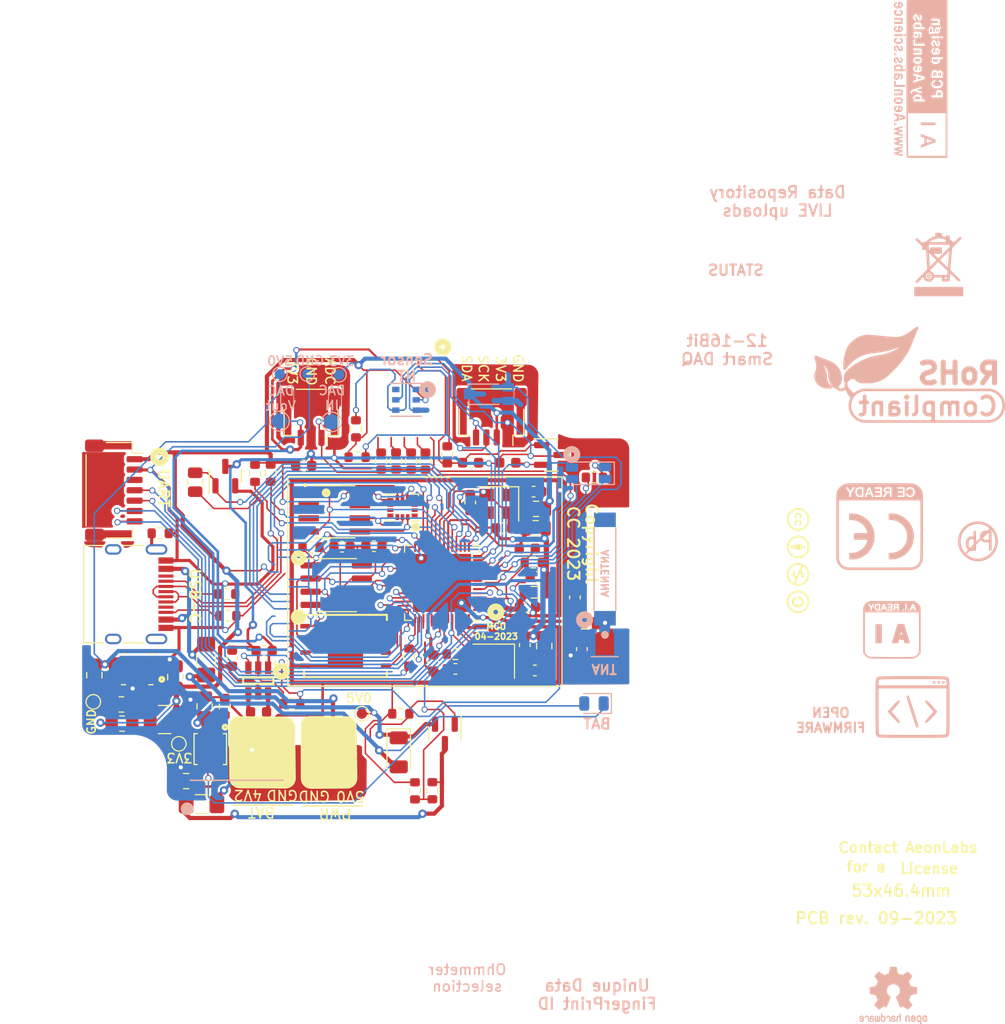
<source format=kicad_pcb>
(kicad_pcb (version 20221018) (generator pcbnew)
  (title_block (date "2021-12-28") (rev "5.3") (company "AeonLabs"))
  (layers (0 "F.Cu" signal) (31 "B.Cu" signal) (34 "B.Paste" user) (35 "F.Paste" user) (36 "B.SilkS" user "B.Silkscreen") (37 "F.SilkS" user "F.Silkscreen") (38 "B.Mask" user) (39 "F.Mask" user) (44 "Edge.Cuts" user))
  (net 0 "")
  (net 1 "GND")
  (net 2 "VOLTAGE_REF_IO07")
  (net 3 "Net-(U3-I_SET)")
  (net 4 "3V3")
  (net 5 "VDD_SPI")
  (net 6 "CHIP_EN")
  (net 7 "ESP_GPIO0_BOOT-DTR")
  (net 8 "GPIO8_I2C_SDA")
  (net 9 "USB_D-")
  (net 10 "SPIHD")
  (net 11 "SPIWP")
  (net 12 "SPICS0")
  (net 13 "SPICLK")
  (net 14 "SPIQ")
  (net 15 "SPID")
  (net 16 "USB_D+")
  (net 17 "Net-(ESP32S1-LNA_IN{slash}RF)")
  (net 18 "Net-(ESP32S1-GPIO16{slash}ADC2_CH5{slash}XTAL_32K_N)")
  (net 19 "Net-(ESP32S1-GPIO15{slash}ADC2_CH4{slash}XTAL_32K_P)")
  (net 20 "TXD0")
  (net 21 "RXD0")
  (net 22 "DAC_CALIBRATION")
  (net 23 "Net-(ESP32S1-XTAL_P)")
  (net 24 "Net-(ESP32S1-XTAL_N)")
  (net 25 "GPIO9_I2C_SCL")
  (net 26 "Net-(ESP32S1-U0TXD{slash}PROG{slash}GPIO43)")
  (net 27 "SPICS1")
  (net 28 "3V3_PLUG")
  (net 29 "Net-(HX1-C-)")
  (net 30 "VIN_BATF")
  (net 31 "VIN_BAT")
  (net 32 "STDBY_LED_G")
  (net 33 "CHRG_LED_R")
  (net 34 "VIN")
  (net 35 "USB_5V0")
  (net 36 "BAT_SENSE_IO21")
  (net 37 "Net-(HX1-C+)")
  (net 38 "Net-(J1-CC1)")
  (net 40 "Net-(J1-CC2)")
  (net 42 "Net-(LED1-RA)")
  (net 43 "unconnected-(U4-NC-Pad1)")
  (net 45 "ADC_IN_IO04")
  (net 46 "PLUG_PWR_3V3_EN_IO38")
  (net 47 "USB_5V0F")
  (net 50 "unconnected-(ESP32S1-MTCK{slash}JTAG{slash}GPIO39-Pad44)")
  (net 51 "unconnected-(ESP32S1-MTDO{slash}JTAG{slash}GPIO40-Pad45)")
  (net 52 "unconnected-(ESP32S1-MTDI{slash}JTAG{slash}GPIO41-Pad47)")
  (net 53 "unconnected-(ESP32S1-MTMS{slash}JTAG{slash}GPIO42-Pad48)")
  (net 54 "Net-(AUR1-FB)")
  (net 55 "Net-(AUR1-SW)")
  (net 56 "Net-(ESP32S1-VDD3P3-Pad2)")
  (net 57 "Net-(E_LNA_ANT2-SIG)")
  (net 58 "Net-(J1-SHIELD-PadS1)")
  (net 67 "Net-(DIPSW1-Pin_1)")
  (net 68 "Net-(DIPSW1-Pin_4)")
  (net 69 "Net-(DIPSW1-Pin_6)")
  (net 70 "Net-(DIPSW1-Pin_8)")
  (net 71 "Net-(DIPSW1-Pin_10)")
  (net 72 "TEMT6000_IO33")
  (net 74 "LED_G_IO02")
  (net 75 "LED_R_IO04")
  (net 76 "LED_B_IO05")
  (net 79 "LCD_LED_IO21")
  (net 80 "unconnected-(ESP32S1-GPIO36-Pad41)")
  (net 81 "LCD_DC_IO17")
  (net 82 "LCD_I2C_SDA_IO38")
  (net 83 "LCD_RST_IO37")
  (net 84 "unconnected-(ESP32S1-GPIO35-Pad40)")
  (net 85 "LCD_CS_IO13")
  (net 86 "LCD_I2C_SCL_IO12")
  (net 87 "GNDD")
  (net 88 "unconnected-(ESP32S1-GPIO11{slash}ADC2_CH0-Pad16)")
  (net 89 "PERIPHERALS_PWR_EN_IO10")
  (footprint "Package_TO_SOT_SMD:SOT-23" (layer "F.Cu") (at 226.11 108.7475 -90)
    (fp_text reference "DMP1045U_1" hide)
    (fp_text value "DMP1045U")
  )
  (footprint "Resistor_SMD:R_0603_1608Metric" (layer "F.Cu") (at 224.9 114.24 -90)
    (fp_text reference "BAT_SENSE_R2" hide)
    (fp_text value "100k")
  )
  (footprint "Resistor_SMD:R_0805_2012Metric_Pad1.20x1.40mm_HandSolder" (layer "F.Cu") (at 194.92 107.76)
    (fp_text reference "AUR_R1" hide)
    (fp_text value "75k")
  )
  (footprint "Capacitor_SMD:C_0805_2012Metric" (layer "F.Cu") (at 235.71 100.28 90)
    (fp_text reference "E_VDDA_C2" hide)
    (fp_text value "1uF 10% 50V")
  )
  (footprint "" (layer "F.Cu") (at 227.82 77.62 90)
    (fp_text reference "")
    (fp_text value "")
  )
  (footprint "Connector_JST:JST_SH_SM03B-SRSS-TB_1x03-1MP_P1.00mm_Horizontal" (layer "F.Cu") (at 208.52 110.62)
    (fp_text reference "ExtSWBAT_PLUG2" hide)
    (fp_text value "Conn_01x03_Female")
  )
  (footprint "Connector_JST:JST_SH_SM07B-SRSS-TB_1x07-1MP_P1.00mm_Horizontal" (layer "F.Cu") (at 194.135 85.24 -90)
    (fp_text reference "JICSP1" hide)
    (fp_text value "Conn_01x07_Socket" hide)
  )
  (footprint "Capacitor_SMD:C_0603_1608Metric" (layer "F.Cu") (at 205.56 101.45 -90)
    (fp_text reference "HX_C3" hide)
    (fp_text value "2.2uF")
  )
  (footprint "Resistor_SMD:R_0603_1608Metric" (layer "F.Cu") (at 221.85 106.81 180)
    (fp_text reference "DMP1045_R1" hide)
    (fp_text value "10K")
  )
  (footprint "Package_DFN_QFN:AUR9718 ST1S09 SON95P300X300X100-7N" (layer "F.Cu") (at 196.39 102.51 180)
    (fp_text reference "AUR1" hide)
    (fp_text value "AUR9718x_DFN_3x3mm_6_pin")
  )
  (footprint "Capacitor_SMD:C_0603_1608Metric" (layer "F.Cu") (at 234.8 102.63)
    (fp_text reference "E_XTAL40_C1" hide)
    (fp_text value "22pF 5% 50V")
  )
  (footprint "Capacitor_SMD:C_0603_1608Metric" (layer "F.Cu") (at 239.34 100.565 -90)
    (fp_text reference "E_LNA_C1" hide)
    (fp_text value "2.7pF")
  )
  (footprint "Package_DFN_QFN:QFN8 3.1x2.9mm QFNn-8 3x3 SON80P400X400X100-9N" (layer "F.Cu") (at 203.02 109.71 -90)
    (fp_text reference "U3" hide)
    (fp_text value "Battery_charger_CN3065_QFN8")
  )
  (footprint "Resistor_SMD:R_0603_1608Metric" (layer "F.Cu") (at 226.34 81.82 -90)
    (fp_text reference "DIP_R1" hide)
    (fp_text value "4k7")
  )
  (footprint "Capacitor_SMD:C_0603_1608Metric" (layer "F.Cu") (at 234.68 85.37)
    (fp_text reference "E_XTAL32_C2" hide)
    (fp_text value "22pF 5% 50V")
  )
  (footprint "Capacitor_SMD:C_0603_1608Metric" (layer "F.Cu") (at 212.47 82.86 180)
    (fp_text reference "ATSHA_C1" hide)
    (fp_text value "100nF")
  )
  (footprint "Resistor_SMD:R_0603_1608Metric" (layer "F.Cu") (at 223.22 114.25 90)
    (fp_text reference "BAT_SENSE_R1" hide)
    (fp_text value "100k")
  )
  (footprint "Capacitor_SMD:C_0603_1608Metric" (layer "F.Cu") (at 208.65 100.73 180)
    (fp_text reference "HX_C1" hide)
    (fp_text value "2.2uF")
  )
  (footprint "Package_TO_SOT_SMD:SOT-23" (layer "F.Cu") (at 204.9 83.87 90)
    (fp_text reference "MTRT1" hide)
    (fp_text value "NPN")
  )
  (footprint "Capacitor_SMD:C_0805_2012Metric_Pad1.18x1.45mm_HandSolder" (layer "F.Cu") (at 200.07 103.27 90)
    (fp_text reference "AUR_C1" hide)
    (fp_text value "22uF")
  )
  (footprint "Capacitor_SMD:C_0603_1608Metric" (layer "F.Cu") (at 232.185 82.58)
    (fp_text reference "VOLTAGE_REF_C2" hide)
    (fp_text value "100nF")
  )
  (footprint "TestPoint:TestPoint_Pad_D1.0mm" (layer "F.Cu") (at 192.15 105.66)
    (fp_text reference "TP3" hide)
    (fp_text value "GND" hide)
  )
  (footprint "Capacitor_SMD:C_0603_1608Metric" (layer "F.Cu") (at 228.56 86.42 -90)
    (fp_text reference "E_XTAL32_C1" hide)
    (fp_text value "22pF 5% 50V")
  )
  (footprint "Capacitor_SMD:C_0603_1608Metric" (layer "F.Cu") (at 238.67 95.58 90)
    (fp_text reference "E_LNA_C2" hide)
    (fp_text value "2.7pF")
  )
  (footprint "Capacitor_SMD:C_0603_1608Metric" (layer "F.Cu") (at 233.83 100.18 90)
    (fp_text reference "E_VDDA_C1" hide)
    (fp_text value "100nF")
  )
  (footprint "AeonLabs:aeon creative commons logos" (layer "F.Cu") (at 260.28 92.01 -90)
    (fp_text reference "G***" hide)
    (fp_text value "LOGO" hide)
  )
  (footprint "" (layer "F.Cu") (at 206.2 111.13)
    (fp_text reference "")
    (fp_text value "")
  )
  (footprint "Resistor_SMD:R_0603_1608Metric" (layer "F.Cu") (at 198.61 89.39)
    (fp_text reference "USB_PLYG_R2" hide)
    (fp_text value "150K")
  )
  (footprint "Inductor_SMD:L_1210_3225Metric" (layer "F.Cu") (at 199.04 107.37 180)
    (fp_text reference "AUR_l1" hide)
    (fp_text value "3.3uF")
  )
  (footprint "Sensor_Motion:LSM6DS3 Motion Sensor PQFN50P300X250X86-14N" (layer "F.Cu") (at 222.015 86.91 180)
    (fp_text reference "IMU1" hide)
    (fp_text value "LSM6DS3")
  )
  (footprint "AeonLabs_Shields:ESP32-S3 GND Shield" (layer "F.Cu") (at 224.56 93.6 180)
    (fp_text reference "ESP32_SHIELD1" hide)
    (fp_text value "RFShield_OnePiece")
  )
  (footprint "Package_DFN_QFN:QFN-56-1EP_7x7mm_P0.4mm_EP5.6x5.6mm" (layer "F.Cu") (at 225.83 94.18 180)
    (fp_text reference "ESP32S1" hide)
    (fp_text value "ESP32-S3")
  )
  (footprint "" (layer "F.Cu") (at 213 111.09)
    (fp_text reference "")
    (fp_text value "")
  )
  (footprint "Capacitor_SMD:C_0805_2012Metric" (layer "F.Cu") (at 202.9 106.1 -90)
    (fp_text reference "CN3965_C1" hide)
    (fp_text value "22uF")
  )
  (footprint "" (layer "F.Cu") (at 210.76 111.15 90)
    (fp_text reference "")
    (fp_text value "")
  )
  (footprint "Capacitor_SMD:C_0603_1608Metric" (layer "F.Cu") (at 234.065 90.86)
    (fp_text reference "E_RTS_C1" hide)
    (fp_text value "100nF")
  )
  (footprint "Package_TO_SOT_SMD:SOT-23" (layer "F.Cu") (at 236.3875 81.83)
    (fp_text reference "U1" hide)
    (fp_text value "MCP1525-TT" hide)
  )
  (footprint "Resistor_SMD:R_0603_1608Metric" (layer "F.Cu") (at 205.14 97.35)
    (fp_text reference "USB_PLUG_R1" hide)
    (fp_text value "5k1")
  )
  (footprint "Capacitor_SMD:C_0603_1608Metric" (layer "F.Cu") (at 234.09 96.51)
    (fp_text reference "E_VDD_3_C4" hide)
    (fp_text value "100nF 10% 16V")
  )
  (footprint "Capacitor_SMD:C_0805_2012Metric" (layer "F.Cu") (at 234.88 88.9 180)
    (fp_text reference "E_VDD_3_C2" hide)
    (fp_text value "10uF 20% 6.3V")
  )
  (footprint "Capacitor_SMD:C_0603_1608Metric" (layer "F.Cu") (at 224.99 101.91 -90)
    (fp_text reference "E_VDD_CPU_C1" hide)
    (fp_text value "100nF 10% 16V")
  )
  (footprint "Resistor_SMD:R_0603_1608Metric" (layer "F.Cu") (at 217.63 82.05)
    (fp_text reference "I2C_SCL_R1" hide)
    (fp_text value "10k")
  )
  (footprint "Fuse:Fuse_1206_3216Metric_Pad1.42x1.75mm_HandSolder" (layer "F.Cu") (at 203.04 101.58 90)
    (fp_text reference "PWR_FUSE1" hide)
    (fp_text value "Polyfuse")
  )
  (footprint "Package_SO:SOIC-8_3.9x4.9mm_P1.27mm" (layer "F.Cu") (at 215.615 94.395)
    (fp_text reference "EPS1" hide)
    (fp_text value "ESP32-PSRAM_LY68L6400S")
  )
  (footprint "Resistor_SMD:R_0603_1608Metric" (layer "F.Cu") (at 227.12 101.05)
    (fp_text reference "E_DTR_R1" hide)
    (fp_text value "10k")
  )
  (footprint "Crystal:Crystal_SMD_3225-4Pin_3.2x2.5mm" (layer "F.Cu") (at 230.83 101.74 180)
    (fp_text reference "E_XTAL40_1" hide)
    (fp_text value "40Mhz 22pF+-10PPM")
  )
  (footprint "Diode_SMD:D_1206_3216Metric" (layer "F.Cu") (at 221.65 110.535 -90)
    (fp_text reference "DMP1045_SCHOT1" hide)
    (fp_text value "D_Schottky")
  )
  (footprint "Crystal:Crystal_SMD_3225-4Pin_3.2x2.5mm" (layer "F.Cu") (at 231.24 86.55 180)
    (fp_text reference "E_XTAL32_1" hide)
    (fp_text value "32.768Mhz 22pF+-10PPM")
  )
  (footprint "Inductor_SMD:L_0805_2012Metric" (layer "F.Cu") (at 234.82 95.08 180)
    (fp_text reference "E_VDD_L1" hide)
    (fp_text value "12nH 5%")
  )
  (footprint "Capacitor_SMD:C_0603_1608Metric" (layer "F.Cu") (at 208.11 106.64 180)
    (fp_text reference "HX_C2" hide)
    (fp_text value "2.2uF")
  )
  (footprint "Resistor_SMD:R_0603_1608Metric" (layer "F.Cu") (at 211.32 105.84)
    (fp_text reference "TMPR1" hide)
    (fp_text value "10K")
  )
  (footprint "Resistor_SMD:R_0603_1608Metric" (layer "F.Cu") (at 207.77 83.6 -90)
    (fp_text reference "IMR1" hide)
    (fp_text value "10K")
  )
  (footprint "Resistor_SMD:R_0603_1608Metric" (layer "F.Cu") (at 217.52 79.31 -90)
    (fp_text reference "I2C_SDA_R1" hide)
    (fp_text value "10k")
  )
  (footprint "Capacitor_SMD:C_0805_2012Metric_Pad1.18x1.45mm_HandSolder" (layer "F.Cu") (at 192.25 103.09 -90)
    (fp_text reference "AUR_C2" hide)
    (fp_text value "4.7uF")
  )
  (footprint "Capacitor_SMD:C_0603_1608Metric" (layer "F.Cu") (at 216.17 90.69 180)
    (fp_text reference "E_SPI_C1" hide)
    (fp_text value "1uF 10% 50V")
  )
  (footprint "" (layer "F.Cu") (at 210.88 77.65 90)
    (fp_text reference "")
    (fp_text value "")
  )
  (footprint "Connector_JST:JST_SH_SM04B-SRSS-TB_1x04-1MP_P1.00mm_Horizontal" (layer "F.Cu") (at 230.62 78.14 180)
    (fp_text reference "I2C_PLUG1" hide)
    (fp_text value "I2C6")
  )
  (footprint "Resistor_SMD:R_0603_1608Metric" (layer "F.Cu") (at 234.64 92.21 180)
    (fp_text reference "E_RTS_R1" hide)
    (fp_text value "10k")
  )
  (footprint "Capacitor_SMD:C_0805_2012Metric" (layer "F.Cu") (at 201.12 113.31)
    (fp_text reference "CN3065_C2" hide)
    (fp_text value "4.7uF")
  )
  (footprint "Resistor_SMD:R_0603_1608Metric" (layer "F.Cu") (at 213.18 90.73)
    (fp_text reference "PSRAM_R1" hide)
    (fp_text value "100K")
  )
  (footprint "Resistor_SMD:R_0603_1608Metric" (layer "F.Cu") (at 221.39 82.41 90)
    (fp_text reference "DIP_R4" hide)
    (fp_text value "200k")
  )
  (footprint "Connector_USB:USB_C_Receptacle_HRO_TYPE-C-31-M-12" (layer "F.Cu") (at 195.12 95.27 -90)
    (fp_text reference "J1" hide)
    (fp_text value "TYPE-C-31-M-12" hide)
  )
  (footprint "Connector_JST:JST_SH_SM03B-SRSS-TB_1x03-1MP_P1.00mm_Horizontal" (layer "F.Cu") (at 213.19 78.175 180)
    (fp_text reference "ExtSW1" hide)
    (fp_text value "Conn_01x03_Female")
  )
  (footprint "Resistor_SMD:R_0603_1608Metric" (layer "F.Cu") (at 205.04 95.25)
    (fp_text reference "USB_PLUG_R3" hide)
    (fp_text value "5k1")
  )
  (footprint "Resistor_SMD:R_0603_1608Metric" (layer "F.Cu") (at 219.95 82.42 90)
    (fp_text reference "DIP_R5" hide)
    (fp_text value "2M")
  )
  (footprint "Capacitor_SMD:C_0603_1608Metric" (layer "F.Cu") (at 227.12 102.48 180)
    (fp_text reference "E_XTAL40_C2" hide)
    (fp_text value "22pF 5% 50V")
  )
  (footprint "Resistor_SMD:R_0603_1608Metric" (layer "F.Cu") (at 240.55 84)
    (fp_text reference "LR1" hide)
    (fp_text value "330R")
  )
  (footprint "Resistor_SMD:R_0805_2012Metric" (layer "F.Cu") (at 201.99 84.46 90)
    (fp_text reference "MTRR1" hide)
    (fp_text value "10k")
  )
  (footprint "Capacitor_SMD:C_0805_2012Metric" (layer "F.Cu") (at 234.92 87.04 180)
    (fp_text reference "E_VDD_3_C1" hide)
    (fp_text value "10uF 20% 6.3V")
  )
  (footprint "Capacitor_SMD:C_0603_1608Metric" (layer "F.Cu") (at 231.79 88.89)
    (fp_text reference "E_VDD_RTC_C1" hide)
    (fp_text value "100nF 10% 16V")
  )
  (footprint "TestPoint:TestPoint_Pad_D1.0mm" (layer "F.Cu") (at 218.09 106.8)
    (fp_text reference "TP1" hide)
    (fp_text value "VIN" hide)
  )
  (footprint "Resistor_SMD:R_0603_1608Metric" (layer "F.Cu") (at 222.65 101.34 90)
    (fp_text reference "E_UART_TX_1" hide)
    (fp_text value "499R")
  )
  (footprint "Capacitor_SMD:C_0603_1608Metric" (layer "F.Cu") (at 228.595 82.58 180)
    (fp_text reference "VOLTAGE_REF_C1" hide)
    (fp_text value "100nF")
  )
  (footprint "Inductor_SMD:L_0805_2012Metric" (layer "F.Cu") (at 239.67 98.07 180)
    (fp_text reference "E_LNA_l1" hide)
    (fp_text value "1.8nH 5%")
  )
  (footprint "" (layer "F.Cu") (at 193.61 80.9)
    (fp_text reference "")
    (fp_text value "")
  )
  (footprint "Resistor_SMD:R_0805_2012Metric_Pad1.20x1.40mm_HandSolder" (layer "F.Cu") (at 194.87 105.91 180)
    (fp_text reference "AUR_R2" hide)
    (fp_text value "24k")
  )
  (footprint "Resistor_SMD:R_0603_1608Metric" (layer "F.Cu") (at 222.85 82.42 90)
    (fp_text reference "DIP_R3" hide)
    (fp_text value "20k")
  )
  (footprint "TestPoint:TestPoint_Pad_D1.0mm" (layer "F.Cu") (at 200.41 109.71)
    (fp_text reference "TP2" hide)
    (fp_text value "VOut" hide)
  )
  (footprint "Capacitor_SMD:C_0603_1608Metric" (layer "F.Cu") (at 235.12 93.61 180)
    (fp_text reference "E_VDD_3_C3" hide)
    (fp_text value "100nF 10% 16V")
  )
  (footprint "" (layer "F.Cu") (at 233.43 77.63 90)
    (fp_text reference "")
    (fp_text value "")
  )
  (footprint "AeonLabs Storage:WSON8 FLASH SPI SON127P800X600X80-9N" (layer "F.Cu") (at 216.505 100.265)
    (fp_text reference "ESP_FLASH1" hide)
    (fp_text value "W25Q128JVS")
  )
  (footprint "Resistor_SMD:R_0603_1608Metric" (layer "F.Cu") (at 224.23 82.42 90)
    (fp_text reference "DIP_R2" hide)
    (fp_text value "1k")
  )
  (footprint "Resistor_SMD:R_0603_1608Metric" (layer "F.Cu") (at 204.85 106.11 -90)
    (fp_text reference "CN3065_R1" hide)
    (fp_text value "1K8")
  )
  (footprint "Resistor_SMD:R_0603_1608Metric" (layer "F.Cu") (at 209.28 83.59 -90)
    (fp_text reference "IMR2" hide)
    (fp_text value "10K")
  )
  (footprint "" (layer "F.Cu") (at 216.64 111.08)
    (fp_text reference "")
    (fp_text value "")
  )
  (footprint "Fuse:Fuse_1206_3216Metric_Pad1.42x1.75mm_HandSolder" (layer "F.Cu") (at 202.6 115.53)
    (fp_text reference "BAT_FUSE1" hide)
    (fp_text value "Polyfuse")
  )
  (footprint "Capacitor_SMD:C_0603_1608Metric" (layer "F.Cu") (at 219.25 90.64)
    (fp_text reference "E_SPI_C2" hide)
    (fp_text value "100nF 10% 16V")
  )
  (footprint "Package_SO:ATSHA204A Auth SOIC8" (layer "F.Cu") (at 215.42 87.315)
    (fp_text reference "U2" hide)
    (fp_text value "ATSHA204A-MAHDA-T")
  )
  (footprint "Package_SO:HX4002 SOT95 P280X125-6N" (layer "F.Cu") (at 208.08 103.61 -90)
    (fp_text reference "HX1" hide)
    (fp_text value "HX4002" hide)
  )
  (footprint "" (layer "F.Cu") (at 215.49 77.66 90)
    (fp_text reference "")
    (fp_text value "")
  )
  (footprint "Connector_JST:JST_SH_SM02B-SRSS-TB_1x02-1MP_P1.00mm_Horizontal" (layer "F.Cu") (at 214.83 110.565)
    (fp_text reference "PWR_PLUG1" hide)
    (fp_text value "Screw_Terminal_01x02")
  )
  (footprint "" (layer "B.Cu") (at 193.62 89.5 180)
    (fp_text reference "")
    (fp_text value "")
  )
  (footprint "RF_Antenna:RF Antenna IPEX SMD PCB HRS_U.FL-R-SMT(01)" (layer "B.Cu") (at 241.55 100)
    (fp_text reference "E_LNA_ANT2" hide)
    (fp_text value "U.FL-R-SMT(01)" hide)
  )
  (footprint "AeonLabs Logosy:AI ready" (layer "B.Cu") (at 269.29 98.71 180)
    (fp_text reference "G***" hide)
    (fp_text value "LOGO" hide)
  )
  (footprint "OLIMEX_LOGOs-FP:LOGO_RECYCLEBIN_1" (layer "B.Cu") (at 276.15 66.49 180)
    (fp_text reference "Sign-RecycleBin" hide)
    (fp_text value "" hide)
  )
  (footprint "RF_Antenna:2.4ghZ WIFI ANTENNA AN9520_ANT2-SMD-9.5X2.1X1.0MM" (layer "B.Cu") (at 241.57 92.84 90)
    (property "VALUE" "AN9520")
    (fp_text reference "E_LNA_ANT1" hide)
    (fp_text value "SMD-BUILT-IN-ANTENNA-2.4GHZ(2P-9.5X2.1MM)" hide)
  )
  (footprint "TestPoint:TestPoint_Pad_D1.0mm" (layer "B.Cu") (at 215.88 74.09 180)
    (fp_text reference "TP2" hide)
    (fp_text value "VOut" hide)
  )
  (footprint "TestPoint:TestPoint_Pad_D1.5mm" (layer "B.Cu") (at 210.13 78.57 180)
    (fp_text reference "REF**" hide)
    (fp_text value "TestPoint_Pad_D1.5mm" hide)
  )
  (footprint "Sensor:TEMT6000-SEN" (layer "B.Cu") (at 230.35 75.96 180)
    (fp_text reference "U6" hide)
    (fp_text value "TEMT6000" hide)
  )
  (footprint "Sensor_Humidity:AHT20 HT Sensor PSON100P300X300X110-6N" (layer "B.Cu") (at 222.355 76.51 180)
    (fp_text reference "U4" hide)
    (fp_text value "AHT20" hide)
  )
  (footprint "LED_SMD:LED_1206_3210_RGB_Metric" (layer "B.Cu") (at 240.21 83.64 180)
    (fp_text reference "LED1" hide)
    (fp_text value "LED_GBRC" hide)
  )
  (footprint "OLIMEX_LOGOs-FP:LOGO_ROHS_1" (layer "B.Cu") (at 279.0745 77.9635 180)
    (fp_text reference "Sign-RoHS" hide)
    (fp_text value "" hide)
  )
  (footprint "AeonLabs Logos:aeonlabs science" (layer "B.Cu") (at 272.028447 45.539702 90)
    (fp_text reference "G***" hide)
    (fp_text value "LOGO" hide)
  )
  (footprint "AeonLabs Logosy:CE Ready Small Logo" (layer "B.Cu") (at 268.11 88.75 180)
    (fp_text reference "G***" hide)
    (fp_text value "LOGO" hide)
  )
  (footprint "TestPoint:TestPoint_Pad_D1.0mm" (layer "B.Cu") (at 212.81 74.02 180)
    (fp_text reference "TP3" hide)
    (fp_text value "GND" hide)
  )
  (footprint "Symbol:OSHW-Logo2_7.3x6mm_SilkScreen" (layer "B.Cu") (at 269.43 134 180)
    (fp_text reference "REF**" hide)
    (fp_text value "OSHW-Logo2_7.3x6mm_SilkScreen" hide)
  )
  (footprint "LED_SMD:LED_0805_2012Metric" (layer "B.Cu") (at 240.51 105.82 180)
    (fp_text reference "CN3065_STDBY_LED1" hide)
    (fp_text value "LED" hide)
  )
  (footprint "OLIMEX_LOGOs-FP:LOGO_PBFREE" (layer "B.Cu") (at 277.81 89.85)
    (fp_text reference "Sign-PbFree" hide)
    (fp_text value "")
  )
  (footprint "AeonLabs Logos:open_firmware" (layer "B.Cu") (at 271.43 107.11 180)
    (fp_text reference "G***" hide)
    (fp_text value "LOGO" hide)
  )
  (footprint "TestPoint:TestPoint_Pad_D1.5mm" (layer "B.Cu") (at 215.17 78.64 180)
    (fp_text reference "REF**" hide)
    (fp_text value "TestPoint_Pad_D1.5mm" hide)
  )
  (footprint "TestPoint:TestPoint_Pad_D1.0mm" (layer "B.Cu") (at 210.16 74.04 180)
    (fp_text reference "TP1" hide)
    (fp_text value "VIN" hide)
  )
  (gr_line (start 201.52 113.23) (end 210.47 113.23) (stroke (width 0.15)) (layer "B.SilkS"))
  (gr_circle (center 201.21 115.98) (end 201.232709 115.67) (stroke (width 0.6)) (fill none) (layer "B.SilkS"))
  (gr_circle (center 239.6 97.74) (end 239.821547 97.76) (stroke (width 0.6)) (fill none) (layer "B.SilkS"))
  (gr_circle (center 224.42 75.532447) (end 224.641547 75.552447) (stroke (width 0.6)) (fill none) (layer "B.SilkS"))
  (gr_circle (center 238.37 81.787553) (end 238.591547 81.807553) (stroke (width 0.6)) (fill none) (layer "B.SilkS"))
  (gr_circle (center 231.02 96.99) (end 230.798453 97.01) (stroke (width 0.6)) (fill none) (layer "F.SilkS"))
  (gr_circle (center 225.91 71.42) (end 225.688453 71.44) (stroke (width 0.6)) (fill none) (layer "F.SilkS"))
  (gr_circle (center 223.272448 88.78) (end 223.494896 88.78) (stroke (width 0.4)) (fill none) (layer "F.SilkS"))
  (gr_circle (center 210.31 102.7) (end 210.088453 102.72) (stroke (width 0.6)) (fill none) (layer "F.SilkS"))
  (gr_line (start 212.39 115.71) (end 218.13 115.71) (stroke (width 0.15)) (layer "F.SilkS"))
  (gr_circle (center 211.982685 91.78) (end 211.842685 91.807553) (stroke (width 0.6)) (fill none) (layer "F.SilkS"))
  (gr_circle (center 204.88 108.1) (end 205.07 108.12) (stroke (width 0.28)) (fill none) (layer "F.SilkS"))
  (gr_line (start 205.59 115.62) (end 211.33 115.62) (stroke (width 0.15)) (layer "F.SilkS"))
  (gr_circle (center 211.962685 97.48) (end 211.822685 97.507553) (stroke (width 0.6)) (fill none) (layer "F.SilkS"))
  (gr_circle (center 214.64 85.487552) (end 214.862448 85.487552) (stroke (width 0.4)) (fill none) (layer "F.SilkS"))
  (gr_circle (center 198.762353 103.49) (end 198.742353 103.68) (stroke (width 0.28)) (fill none) (layer "F.SilkS"))
  (gr_circle (center 198.541547 82.02) (end 198.251547 82.05) (stroke (width 0.6)) (fill none) (layer "F.SilkS"))
  (gr_text "BAT" (at 240.81 107.79) (layer "B.SilkS") (effects (font (size 1 1) (thickness 0.2)) (justify mirror)))
  (gr_text "5V0\n" (at 210.19 72.77) (layer "B.SilkS") (effects (font (size 0.9 0.9)) (justify mirror)))
  (gr_text "Unique Data\nFingerPrint ID" (at 240.81 133.92) (layer "B.SilkS") (effects (font (size 1.1 1.1) (thickness 0.2)) (justify mirror)))
  (gr_text "ANTENNA" (at 241.59 93.26 90) (layer "B.SilkS") (effects (font (size 0.7 0.7)) (justify mirror)))
  (gr_text "GND" (at 213.07 72.73) (layer "B.SilkS") (effects (font (size 0.9 0.9)) (justify mirror)))
  (gr_text "3V3" (at 216.13 72.78) (layer "B.SilkS") (effects (font (size 0.9 0.9)) (justify mirror)))
  (gr_text "DAC\nVout" (at 210.26 76.36) (layer "B.SilkS") (effects (font (size 0.9 0.9)) (justify mirror)))
  (gr_text "ANT" (at 241.5 102.49 180) (layer "B.SilkS") (effects (font (size 0.9 0.9) (thickness 0.2)) (justify mirror)))
  (gr_text "12-16Bit\nSmart DAQ" (at 253.38 71.69) (layer "B.SilkS") (effects (font (size 1.1 1.1) (thickness 0.2)) (justify mirror)))
  (gr_text "STATUS" (at 254.22 64) (layer "B.SilkS") (effects (font (size 1 1) (thickness 0.2)) (justify mirror)))
  (gr_text "Sensor\nHT" (at 222.43 73.44) (layer "B.SilkS") (effects (font (size 1 1) (thickness 0.2)) (justify mirror)))
  (gr_text "DAC\nIN" (at 215.2 76.33) (layer "B.SilkS") (effects (font (size 0.9 0.9)) (justify mirror)))
  (gr_text "OPEN\nFIRMWARE" (at 263.38 107.44) (layer "B.SilkS") (effects (font (size 0.9 0.9) (thickness 0.2)) (justify mirror)))
  (gr_text "Data Repository\nLIVE uploads" (at 258.24 57.36) (layer "B.SilkS") (effects (font (size 1.1 1.1) (thickness 0.2)) (justify mirror)))
  (gr_text "Ohmmeter\nselection" (at 228.27 132.31) (layer "B.SilkS") (effects (font (size 1 1)) (justify mirror)))
  (gr_text "GND" (at 191.97 107.58 90) (layer "F.SilkS") (effects (font (size 0.8 0.8))))
  (gr_text "3V3" (at 200.46 111.05 180) (layer "F.SilkS") (effects (font (size 0.9 0.9))))
  (gr_text "3V3" (at 211.37 73.78 -90) (layer "F.SilkS") (effects (font (size 0.9 0.9))))
  (gr_text "GND" (at 213.49 114.75 180) (layer "F.SilkS") (effects (font (size 1 1))))
  (gr_text "MCU\n04-2023" (at 231.07 98.87) (layer "F.SilkS") (effects (font (size 0.6 0.6) (thickness 0.15) bold)))
  (gr_text "PCB rev. 09-2023" (at 267.77 126.54) (layer "F.SilkS") (effects (font (size 1.1 1.1) (thickness 0.2))))
  (gr_text "BAT" (at 208.39 116.32 180) (layer "F.SilkS") (effects (font (size 1 1))))
  (gr_text "Copyright\nCC 2023" (at 239.391469 90.3798 -90) (layer "F.SilkS") (effects (font (size 1.1 1.1) (thickness 0.2))))
  (gr_text "for a\n" (at 264.79 121.58) (layer "F.SilkS") (effects (font (size 1 1) (thickness 0.2)) (justify left)))
  (gr_text "SCK" (at 229.83 73.52 270) (layer "F.SilkS") (effects (font (size 0.9 0.9))))
  (gr_text "Contact AeonLabs" (at 264 119.72) (layer "F.SilkS") (effects (font (size 1 1) (thickness 0.2)) (justify left)))
  (gr_text "PWR" (at 215.53 116.45 180) (layer "F.SilkS") (effects (font (size 1 1))))
  (gr_text "3V3" (at 231.5 73.54 -90) (layer "F.SilkS") (effects (font (size 0.9 0.9))))
  (gr_text "53x46.4mm" (at 270.19 123.89) (layer "F.SilkS") (effects (font (size 1.1 1.1) (thickness 0.2))))
  (gr_text "ADC" (at 215.01 73.78 270) (layer "F.SilkS") (effects (font (size 0.9 0.9))))
  (gr_text "License" (at 269.97 121.75) (layer "F.SilkS") (effects (font (size 1 1) (thickness 0.2)) (justify left)))
  (gr_text "4V2" (at 207.094 114.676 180) (layer "F.SilkS") (effects (font (size 1 1))))
  (gr_text "USB-C" (at 201.94 95.44 -90) (layer "F.SilkS") (effects (font (size 1 1) (thickness 0.2))))
  (gr_text "5V0" (at 216.98 114.785 180) (layer "F.SilkS") (effects (font (size 1 1))))
  (gr_text "GND" (at 233.17 73.47 270) (layer "F.SilkS") (effects (font (size 0.9 0.9))))
  (gr_text "GND" (at 213.2 73.76 -90) (layer "F.SilkS") (effects (font (size 0.9 0.9))))
  (gr_text "GND" (at 210.396 114.676 180) (layer "F.SilkS") (effects (font (size 1 1))))
  (gr_text "5V0\n" (at 217.81 105.31) (layer "F.SilkS") (effects (font (size 0.9 0.9))))
  (gr_text "SDA" (at 228.21 73.47 -90) (layer "F.SilkS") (effects (font (size 0.9 0.9))))
  (gr_text "UART" (at 198.94 85.04 -90) (layer "F.SilkS") (effects (font (size 1 1) (thickness 0.2))))
  (segment (start 232.19 76.58) (end 230.86 76.58) (width 0.51) (layer "B.Cu") (net 0))
  (segment (start 233.09 76.61) (end 233.44 76.96) (width 0.51) (layer "B.Cu") (net 0))
  (segment (start 232.22 76.61) (end 233.09 76.61) (width 0.51) (layer "B.Cu") (net 0))
  (segment (start 232.22 76.61) (end 232.19 76.58) (width 0.51) (layer "B.Cu") (net 0))
  (segment (start 205.965 97.35) (end 206.580001 97.35) (width 0.15) (layer "F.Cu") (net 1))
  (segment (start 211.315 94.05) (end 211.315 100.245) (width 0.15) (layer "F.Cu") (net 1))
  (segment (start 224.96 102.725) (end 224.775 102.725) (width 0.2) (layer "F.Cu") (net 1))
  (segment (start 200.42 113.785) (end 200.42 113.71) (width 0.25) (layer "F.Cu") (net 1))
  (segment (start 231.391954 99.578914) (end 231.501361 99.688321) (width 0.2) (layer "F.Cu") (net 1))
  (segment (start 229.642436 99.035318) (end 229.835244 99.073679) (width 0.2) (layer "F.Cu") (net 1))
  (segment (start 231.501361 99.688321) (end 232.608321 99.688321) (width 0.2) (layer "F.Cu") (net 1))
  (segment (start 196.175 83.28) (end 196.135 83.24) (width 0.3) (layer "F.Cu") (net 1))
  (segment (start 204.85 105.43) (end 204.85 105.285) (width 0.25) (layer "F.Cu") (net 1))
  (segment (start 200.24 91.97) (end 200.19 92.02) (width 0.3) (layer "F.Cu") (net 1))
  (segment (start 229.4455 88.4455) (end 227.568118 86.568118) (width 0.2) (layer "F.Cu") (net 1))
  (segment (start 221.025 106.81) (end 220.69 106.81) (width 0.15) (layer "F.Cu") (net 1))
  (segment (start 197.75 83.28) (end 199.47 85) (width 0.3) (layer "F.Cu") (net 1))
  (segment (start 207.07 87) (end 203.79 87) (width 0.15) (layer "F.Cu") (net 1))
  (segment (start 230.489878 97.517855) (end 229.8 97.517855) (width 0.32) (layer "F.Cu") (net 1))
  (segment (start 230.809558 97.837535) (end 230.489878 97.517855) (width 0.32) (layer "F.Cu") (net 1))
  (segment (start 214.3 106.95) (end 214.3 105.5) (width 0.25) (layer "F.Cu") (net 1))
  (segment (start 200.28 112.39) (end 200.28 113.59) (width 0.25) (layer "F.Cu") (net 1))
  (segment (start 233.73125 87.063321) (end 233.93 87.262071) (width 0.3) (layer "F.Cu") (net 1))
  (segment (start 208.46 89.66) (end 209.495 90.695) (width 0.3) (layer "F.Cu") (net 1))
  (segment (start 230.180313 99.258143) (end 230.25125 99.326214) (width 0.2) (layer "F.Cu") (net 1))
  (segment (start 218.43 110.63) (end 221.225 113.425) (width 0.15) (layer "F.Cu") (net 1))
  (segment (start 200.24 87.9) (end 200.24 91.97) (width 0.3) (layer "F.Cu") (net 1))
  (segment (start 220.66 90.04) (end 220.09 90.61) (width 0.15) (layer "F.Cu") (net 1))
  (segment (start 232.30625 87.510764) (end 232.102743 87.307257) (width 0.3) (layer "F.Cu") (net 1))
  (segment (start 214.3 105.5) (end 214.3 103.74) (width 0.25) (layer "F.Cu") (net 1))
  (segment (start 234.85 101.29) (end 234.515 100.955) (width 0.2) (layer "F.Cu") (net 1))
  (segment (start 213.245 84.28) (end 211.35 84.28) (width 0.2) (layer "F.Cu") (net 1))
  (segment (start 219.54 89.86) (end 215.32 89.86) (width 0.15) (layer "F.Cu") (net 1))
  (segment (start 237.021199 97.359995) (end 237.081199 97.299995) (width 0.32) (layer "F.Cu") (net 1))
  (segment (start 203.71 94.29) (end 201.44 92.02) (width 0.3) (layer "F.Cu") (net 1))
  (segment (start 238.395 94.82) (end 237.08 94.82) (width 0.32) (layer "F.Cu") (net 1))
  (segment (start 214.82 89.36) (end 215.255 89.795) (width 0.25) (layer "F.Cu") (net 1))
  (segment (start 238.97 84.6) (end 238.97 86.14) (width 0.15) (layer "F.Cu") (net 1))
  (segment (start 193.49 106.03) (end 193.49 104.76) (width 0.4) (layer "F.Cu") (net 1))
  (segment (start 203.22 108.82) (end 203.22 109.89) (width 0.25) (layer "F.Cu") (net 1))
  (segment (start 231.921199 102.882495) (end 231.921199 103.857495) (width 0.3) (layer "F.Cu") (net 1))
  (segment (start 235.45625 85.559661) (end 233.95259 87.063321) (width 0.3) (layer "F.Cu") (net 1))
  (segment (start 232.675952 94.695721) (end 232.734279 94.695721) (width 0.15) (layer "F.Cu") (net 1))
  (segment (start 220.045 90.61) (end 220.045 90.365) (width 0.15) (layer "F.Cu") (net 1))
  (segment (start 220.03 107.47) (end 219.225025 107.47) (width 0.15) (layer "F.Cu") (net 1))
  (segment (start 209.52 108.62) (end 209.52 107.51) (width 0.25) (layer "F.Cu") (net 1))
  (segment (start 230.0655 89.2455) (end 229.114128 89.2455) (width 0.2) (layer "F.Cu") (net 1))
  (segment (start 193.49 105.9) (end 193.39 105.8) (width 0.15) (layer "F.Cu") (net 1))
  (segment (start 199.435 89.39) (end 200.22 89.39) (width 0.25) (layer "F.Cu") (net 1))
  (segment (start 215.025 102.19) (end 211.315 102.19) (width 0.25) (layer "F.Cu") (net 1))
  (segment (start 236.2 83.4) (end 237.77 83.4) (width 0.15) (layer "F.Cu") (net 1))
  (segment (start 227.568118 86.568118) (end 227.568118 85.9045) (width 0.2) (layer "F.Cu") (net 1))
  (segment (start 219.225025 107.47) (end 218.43 108.265026) (width 0.15) (layer "F.Cu") (net 1))
  (segment (start 214.58 89.36) (end 214.73 89.51) (width 0.15) (layer "F.Cu") (net 1))
  (segment (start 232.30625 88.773321) (end 232.30625 87.510764) (width 0.3) (layer "F.Cu") (net 1))
  (segment (start 230.016863 99.148918) (end 230.180313 99.258143) (width 0.2) (layer "F.Cu") (net 1))
  (segment (start 204.9 98.73) (end 204.655 98.485) (width 0.3) (layer "F.Cu") (net 1))
  (segment (start 234.90625 97.268321) (end 234.823221 97.35135) (width 0.2) (layer "F.Cu") (net 1))
  (segment (start 223.34 113.4) (end 223.2 113.54) (width 0.25) (layer "F.Cu") (net 1))
  (segment (start 209.495 90.695) (end 209.495 92.844012) (width 0.3) (layer "F.Cu") (net 1))
  (segment (start 202.94 104.91) (end 202.5 105.35) (width 0.25) (layer "F.Cu") (net 1))
  (segment (start 204.655 98.485) (end 199.2 98.485) (width 0.3) (layer "F.Cu") (net 1))
  (segment (start 225.01 102.72) (end 226.43 102.72) (width 0.3) (layer "F.Cu") (net 1))
  (segment (start 218.43 108.265026) (end 218.43 110.63) (width 0.15) (layer "F.Cu") (net 1))
  (segment (start 233.01 100.09) (end 233.01 100.818796) (width 0.2) (layer "F.Cu") (net 1))
  (segment (start 203.79 87) (end 202.1625 85.3725) (width 0.15) (layer "F.Cu") (net 1))
  (segment (start 229.85125 85.653321) (end 230.25125 85.653321) (width 0.3) (layer "F.Cu") (net 1))
  (segment (start 214.3 108.155) (end 214.3 106.95) (width 0.25) (layer "F.Cu") (net 1))
  (segment (start 229.544143 99.033321) (end 229.642436 99.035318) (width 0.2) (layer "F.Cu") (net 1))
  (segment (start 209.98 106.95) (end 214.3 106.95) (width 0.25) (layer "F.Cu") (net 1))
  (segment (start 233.93 87.262071) (end 233.93 89.52) (width 0.3) (layer "F.Cu") (net 1))
  (segment (start 238.67 94.805) (end 238.665 94.8) (width 0.32) (layer "F.Cu") (net 1))
  (segment (start 226.42125 94.84875) (end 227.296679 93.973321) (width 0.15) (layer "F.Cu") (net 1))
  (segment (start 200.22 89.39) (end 200.24 89.37) (width 0.25) (layer "F.Cu") (net 1))
  (segment (start 237.09 101.16) (end 239.16 101.16) (width 0.32) (layer "F.Cu") (net 1))
  (segment (start 193.49 104.76) (end 193.67 104.58) (width 0.4) (layer "F.Cu") (net 1))
  (segment (start 197.66 83.28) (end 196.175 83.28) (width 0.3) (layer "F.Cu") (net 1))
  (segment (start 206.93 107.51) (end 204.85 105.43) (width 0.25) (layer "F.Cu") (net 1))
  (segment (start 197.66 83.28) (end 197.75 83.28) (width 0.3) (layer "F.Cu") (net 1))
  (segment (start 199.53 101.56) (end 200.43 100.66) (width 0.3) (layer "F.Cu") (net 1))
  (segment (start 209.52 107.51) (end 209.52 107.41) (width 0.25) (layer "F.Cu") (net 1))
  (segment (start 204.88525 94.23525) (end 205.00525 94.23525) (width 0.15) (layer "F.Cu") (net 1))
  (segment (start 206.580001 97.35) (end 210.65 93.280001) (width 0.15) (layer "F.Cu") (net 1))
  (segment (start 232.608321 99.688321) (end 233.01 100.09) (width 0.2) (layer "F.Cu") (net 1))
  (segment (start 193.1275 104.2475) (end 193.565 104.685) (width 0.4) (layer "F.Cu") (net 1))
  (segment (start 233.01 100.818796) (end 233.266199 101.074995) (width 0.2) (layer "F.Cu") (net 1))
  (segment (start 231.39 90.57) (end 230.0655 89.2455) (width 0.2) (layer "F.Cu") (net 1))
  (segment (start 235.45625 85.443321) (end 235.45625 85.559661) (width 0.3) (layer "F.Cu") (net 1))
  (segment (start 213.14 96.3) (end 213.14 97.38) (width 0.15) (layer "F.Cu") (net 1))
  (segment (start 213.14 96.3) (end 212.32 96.3) (width 0.15) (layer "F.Cu") (net 1))
  (segment (start 230.420698 85.625213) (end 230.420698 85.750698) (width 0.15) (layer "F.Cu") (net 1))
  (segment (start 235.641199 101.327495) (end 235.641199 102.592495) (width 0.3) (layer "F.Cu") (net 1))
  (segment (start 230.40765 99.479875) (end 230.548312 99.578914) (width 0.2) (layer "F.Cu") (net 1))
  (segment (start 233.469571 89.980429) (end 233.469571 90.81) (width 0.3) (layer "F.Cu") (net 1))
  (segment (start 229.71125 85.493321) (end 230.11125 85.493321) (width 0.3) (layer "F.Cu") (net 1))
  (segment (start 204.88525 94.23525) (end 204.8305 94.29) (width 0.3) (layer "F.Cu") (net 1))
  (segment (start 205.88 94.29) (end 204.54 94.29) (width 0.3) (layer "F.Cu") (net 1))
  (segment (start 232.59125 97.35135) (end 234.823221 97.35135) (width 0.32) (layer "F.Cu") (net 1))
  (segment (start 234.823221 97.35135) (end 236.87125 97.35135) (width 0.32) (layer "F.Cu") (net 1))
  (segment (start 237.081199 96.484995) (end 237.081199 97.299995) (width 0.32) (layer "F.Cu") (net 1))
  (segment (start 230.420698 85.750698) (end 232.095213 87.425213) (width 0.15) (layer "F.Cu") (net 1))
  (segment (start 230.548312 99.578914) (end 231.391954 99.578914) (width 0.2) (layer "F.Cu") (net 1))
  (segment (start 233.93 89.52) (end 233.469571 89.980429) (width 0.3) (layer "F.Cu") (net 1))
  (segment (start 202.5 105.35) (end 201.54 105.35) (width 0.25) (layer "F.Cu") (net 1))
  (segment (start 205.05 98.73) (end 205.965 97.815) (width 0.15) (layer "F.Cu") (net 1))
  (segment (start 204.8305 94.29) (end 204.54 94.29) (width 0.3) (layer "F.Cu") (net 1))
  (segment (start 200.43 100.66) (end 200.43 98.52) (width 0.3) (layer "F.Cu") (net 1))
  (segment (start 201.44 92.02) (end 200.19 92.02) (width 0.3) (layer "F.Cu") (net 1))
  (segment (start 193.67 104.58) (end 195.64 104.58) (width 0.4) (layer "F.Cu") (net 1))
  (segment (start 202.1625 85.3725) (end 201.99 85.3725) (width 0.15) (layer "F.Cu") (net 1))
  (segment (start 210.65 93.280001) (end 210.65 93.27) (width 0.15) (layer "F.Cu") (net 1))
  (segment (start 211.315 100.245) (end 211.29 100.27) (width 0.15) (layer "F.Cu") (net 1))
  (segment (start 199.47 85) (end 199.47 87.13) (width 0.3) (layer "F.Cu") (net 1))
  (segment (start 209.52 107.51) (end 206.93 107.51) (width 0.25) (layer "F.Cu") (net 1))
  (segment (start 208.01 85.99) (end 208.01 86.06) (width 0.15) (layer "F.Cu") (net 1))
  (segment (start 230.1145 88.4455) (end 229.4455 88.4455) (width 0.2) (layer "F.Cu") (net 1))
  (segment (start 221.225 113.425) (end 223.22 113.425) (width 0.15) (layer "F.Cu") (net 1))
  (segment (start 224.188172 102.138172) (end 224.188172 99.931828) (width 0.2) (layer "F.Cu") (net 1))
  (segment (start 199.47 87.13) (end 200.24 87.9) (width 0.3) (layer "F.Cu") (net 1))
  (segment (start 193.39 105.8) (end 191.96 105.8) (width 0.15) (layer "F.Cu") (net 1))
  (segment (start 233.229571 90.57) (end 231.39 90.57) (width 0.2) (layer "F.Cu") (net 1))
  (segment (start 203.235 105.205) (end 204.83 105.205) (width 0.2) (layer "F.Cu") (net 1))
  (segment (start 209.52 107.41) (end 209.98 106.95) (width 0.25) (layer "F.Cu") (net 1))
  (segment (start 230.33 83.4) (end 225.53 83.4) (width 0.15) (layer "F.Cu") (net 1))
  (segment (start 205.85 84.8075) (end 205.85 85.07) (width 0.3) (layer "F.Cu") (net 1))
  (segment (start 203.51 110.18) (end 203.43 110.26) (width 0.25) (layer "F.Cu") (net 1))
  (segment (start 202.41 110.26) (end 200.28 112.39) (width 0.25) (layer "F.Cu") (net 1))
  (segment (start 232.095213 87.425213) (end 232.220698 87.425213) (width 0.15) (layer "F.Cu") (net 1))
  (segment (start 221.025 106.81) (end 221.025 103.855) (width 0.15) (layer "F.Cu") (net 1))
  (segment (start 208.049012 94.29) (end 205.88 94.29) (width 0.3) (layer "F.Cu") (net 1))
  (segment (start 234.90625 96.453321) (end 234.90625 97.268321) (width 0.2) (layer "F.Cu") (net 1))
  (segment (start 234.515 100.955) (end 233.83 100.955) (width 0.2) (layer "F.Cu") (net 1))
  (segment (start 226.42125 97.610821) (end 226.42125 94.84875) (width 0.15) (layer "F.Cu") (net 1))
  (segment (start 235.80317 97.359995) (end 237.021199 97.359995) (width 0.32) (layer "F.Cu") (net 1))
  (segment (start 233.845 94.14) (end 234.385 93.6) (width 0.15) (layer "F.Cu") (net 1))
  (segment (start 221.025 103.855) (end 221.06 103.82) (width 0.15) (layer "F.Cu") (net 1))
  (segment (start 197.825 102.51) (end 196.39 102.51) (width 0.4) (layer "F.Cu") (net 1))
  (segment (start 233.266199 101.074995) (end 233.811199 101.074995) (width 0.2) (layer "F.Cu") (net 1))
  (segment (start 203.43 110.26) (end 202.41 110.26) (width 0.25) (layer "F.Cu") (net 1))
  (segment (start 232.734279 94.695721) (end 233.29 94.14) (width 0.15) (layer "F.Cu") (net 1))
  (segment (start 220.045 90.365) (end 219.54 89.86) (width 0.15) (layer "F.Cu") (net 1))
  (segment (start 205.965 97.815) (end 205.965 97.35) (width 0.15) (layer "F.Cu") (net 1))
  (segment (start 235.35625 85.248321) (end 235.35625 84.323321) (width 0.3) (layer "F.Cu") (net 1))
  (segment (start 221.025 106.81) (end 221.04 106.795) (width 0.15) (layer "F.Cu") (net 1))
  (segment (start 228.938357 99.033321) (end 229.544143 99.033321) (width 0.2) (layer "F.Cu") (net 1))
  (segment (start 205.865 94.305) (end 205.88 94.29) (width 0.15) (layer "F.Cu") (net 1))
  (segment (start 209.495 92.844012) (end 208.049012 94.29) (width 0.3) (layer "F.Cu") (net 1))
  (segment (start 235.641199 102.782495) (end 235.641199 103.757495) (width 0.3) (layer "F.Cu") (net 1))
  (segment (start 199.2 98.485) (end 199.165 98.52) (width 0.3) (layer "F.Cu") (net 1))
  (segment (start 232.381199 98.419995) (end 237.152157 98.419995) (width 0.32) (layer "F.Cu") (net 1))
  (segment (start 199.53 101.56) (end 199.94 101.97) (width 0.32) (layer "F.Cu") (net 1))
  (segment (start 200.43 98.52) (end 199.165 98.52) (width 0.3) (layer "F.Cu") (net 1))
  (segment (start 204.24 109.08) (end 204.24 109.89) (width 0.25) (layer "F.Cu") (net 1))
  (segment (start 229.961199 100.849995) (end 231.761199 102.649995) (width 0.15) (layer "F.Cu") (net 1))
  (segment (start 233.95259 87.063321) (end 233.73125 87.063321) (width 0.3) (layer "F.Cu") (net 1))
  (segment (start 215.465 90.005) (end 215.465 90.77) (width 0.25) (layer "F.Cu") (net 1))
  (segment (start 230.345464 99.420428) (end 230.40765 99.479875) (width 0.2) (layer "F.Cu") (net 1))
  (segment (start 235.71 101.29) (end 234.85 101.29) (width 0.2) (layer "F.Cu") (net 1))
  (segment (start 224.775 102.725) (end 224.188172 102.138172) (width 0.2) (layer "F.Cu") (net 1))
  (segment (start 221.98 90.04) (end 220.66 90.04) (width 0.15) (layer "F.Cu") (net 1))
  (segment (start 208.01 86.06) (end 207.07 87) (width 0.15) (layer "F.Cu") (net 1))
  (segment (start 207.35 85.33) (end 208.46 86.44) (width 0.3) (layer "F.Cu") (net 1))
  (segment (start 238.51 86.6) (end 237.03 86.6) (width 0.15) (layer "F.Cu") (net 1))
  (segment (start 232.359657 97.335145) (end 232.590292 97.35135) (width 0.32) (layer "F.Cu") (net 1))
  (segment (start 225.53 83.4) (end 225.37 83.24) (width 0.15) (layer "F.Cu") (net 1))
  (segment (start 205.865 95.25) (end 205.865 94.305) (width 0.15) (layer "F.Cu") (net 1))
  (segment (start 233.29 94.14) (end 233.845 94.14) (width 0.15) (layer "F.Cu") (net 1))
  (segment (start 200.04 92.02) (end 200.19 92.02) (width 0.3) (layer "F.Cu") (net 1))
  (segment (start 208.46 86.44) (end 208.46 89.66) (width 0.3) (layer "F.Cu") (net 1))
  (segment (start 205.85 85.07) (end 206.11 85.33) (width 0.3) (layer "F.Cu") (net 1))
  (segment (start 232.35733 98.419995) (end 232.085068 98.419995) (width 0.32) (layer "F.Cu") (net 1))
  (segment (start 233.369358 87.425213) (end 233.73125 87.063321) (width 0.3) (layer "F.Cu") (net 1))
  (segment (start 220.09 90.61) (end 220.045 90.61) (width 0.15) (layer "F.Cu") (net 1))
  (segment (start 204.9 98.73) (end 205.05 98.73) (width 0.15) (layer "F.Cu") (net 1))
  (segment (start 239.16 101.16) (end 239.34 101.34) (width 0.32) (layer "F.Cu") (net 1))
  (segment (start 195.64 104.58) (end 196.39 103.83) (width 0.4) (layer "F.Cu") (net 1))
  (segment (start 199.94 101.97) (end 199.94 102.235) (width 0.32) (layer "F.Cu") (net 1))
  (segment (start 238.97 86.14) (end 238.51 86.6) (width 0.15) (layer "F.Cu") (net 1))
  (segment (start 215.32 89.86) (end 215.255 89.795) (width 0.15) (layer "F.Cu") (net 1))
  (segment (start 224.94 102.8025) (end 224.94 103.7775) (width 0.3) (layer "F.Cu") (net 1))
  (segment (start 227.296679 93.973321) (end 229.25875 93.973321) (width 0.15) (layer "F.Cu") (net 1))
  (segment (start 230.25125 99.326214) (end 230.345464 99.420428) (width 0.2) (layer "F.Cu") (net 1))
  (segment (start 200.19 92.02) (end 199.165 92.02) (width 0.3) (layer "F.Cu") (net 1))
  (segment (start 229.114128 89.2455) (end 228.388628 88.52) (width 0.2) (layer "F.Cu") (net 1))
  (segment (start 215.255 89.795) (end 215.465 90.005) (width 0.25) (layer "F.Cu") (net 1))
  (segment (start 196.39 103.83) (end 196.39 102.51) (width 0.4) (layer "F.Cu") (net 1))
  (segment (start 232.220698 87.425213) (end 233.369358 87.425213) (width 0.3) (layer "F.Cu") (net 1))
  (segment (start 229.83625 85.638321) (end 229.85125 85.653321) (width 0.3) (layer "F.Cu") (net 1))
  (segment (start 237.77 83.4) (end 238.97 84.6) (width 0.15) (layer "F.Cu") (net 1))
  (segment (start 206.11 85.33) (end 207.35 85.33) (width 0.3) (layer "F.Cu") (net 1))
  (segment (start 204.54 94.29) (end 203.71 94.29) (width 0.3) (layer "F.Cu") (net 1))
  (segment (start 229.835244 99.073679) (end 230.016863 99.148918) (width 0.2) (layer "F.Cu") (net 1))
  (segment (start 228.388628 88.52) (end 227.7195 88.52) (width 0.2) (layer "F.Cu") (net 1))
  (segment (start 230.33 83.4) (end 236.2 83.4) (width 0.15) (layer "F.Cu") (net 1))
  (segment (start 220.69 106.81) (end 220.03 107.47) (width 0.15) (layer "F.Cu") (net 1))
  (segment (start 192.24 104.2475) (end 193.1275 104.2475) (width 0.4) (layer "F.Cu") (net 1))
  (via (at 227.568118 85.9045) (size 0.6) (drill 0.4) (layers "F.Cu" "B.Cu") (net 1))
  (via (at 229.8 97.517855) (size 0.6) (drill 0.4) (layers "F.Cu" "B.Cu") (net 1))
  (via (at 204.9 98.73) (size 0.6) (drill 0.4) (layers "F.Cu" "B.Cu") (net 1))
  (via (at 238.26 101.18) (size 0.6) (drill 0.4) (layers "F.Cu" "B.Cu") (net 1))
  (via (at 214.73 89.51) (size 0.6) (drill 0.4) (layers "F.Cu" "B.Cu") (net 1))
  (via (at 199.53 101.56) (size 0.7) (drill 0.4) (layers "F.Cu" "B.Cu") (net 1))
  (via (at 237.24 85.24) (size 0.6) (drill 0.4) (layers "F.Cu" "B.Cu") (net 1))
  (via (at 201.53 105.45) (size 0.8) (drill 0.4) (layers "F.Cu" "B.Cu") (net 1))
  (via (at 213.14 97.38) (size 0.6) (drill 0.4) (layers "F.Cu" "B.Cu") (net 1))
  (via (at 234.61 97.06) (size 0.6) (drill 0.4) (layers "F.Cu" "B.Cu") (net 1))
  (via (at 232.675952 94.695721) (size 0.6) (drill 0.4) (layers "F.Cu" "B.Cu") (net 1))
  (via (at 211.14 100.58) (size 0.6) (drill 0.4) (layers "F.Cu" "B.Cu") (net 1))
  (via (at 229.830698 85.385213) (size 0.6) (drill 0.4) (layers "F.Cu" "B.Cu") (net 1))
  (via (at 195.95 104.37) (size 0.7) (drill 0.4) (layers "F.Cu" "B.Cu") (net 1))
  (via (at 227.711199 96.109995) (size 0.8) (drill 0.4) (layers "F.Cu" "B.Cu") (net 1))
  (via (at 223.820698 91.785213) (size 0.6) (drill 0.4) (layers "F.Cu" "B.Cu") (net 1))
  (via (at 197.66 83.28) (size 0.6) (drill 0.4) (layers "F.Cu" "B.Cu") (net 1))
  (via (at 221.98 90.04) (size 0.6) (drill 0.4) (layers "F.Cu" "B.Cu") (net 1))
  (via (at 200.6 111.98) (size 0.8) (drill 0.4) (layers "F.Cu" "B.Cu") (net 1))
  (via (at 204.88525 94.23525) (size 0.6) (drill 0.4) (layers "F.Cu" "B.Cu") (net 1))
  (arc (start 231.470878 96.930832) (mid 231.878817 97.213115) (end 232.359657 97.335145) (width 0.32) (layer "F.Cu") (net 1))
  (arc (start 230.807037 97.837535) (mid 231.395836 98.245049) (end 232.090292 98.42135) (width 0.32) (layer "F.Cu") (net 1))
  (segment (start 229.165784 97.517855) (end 227.757924 96.109995) (width 0.4) (layer "B.Cu") (net 1))
  (segment (start 201.53 105.45) (end 200.6 106.38) (width 0.25) (layer "B.Cu") (net 1))
  (segment (start 211.365 94.54) (end 211.355 94.55) (width 0.15) (layer "B.Cu") (net 1))
  (segment (start 205.06 100.42) (end 204.87 100.42) (width 0.15) (layer "B.Cu") (net 1))
  (segment (start 201.53 105.23) (end 201.53 105.45) (width 0.4) (layer "B.Cu") (net 1))
  (segment (start 204.63 98.46) (end 204.63 94.4905) (width 0.25) (layer "B.Cu") (net 1))
  (segment (start 203.73 99.326396) (end 204.823604 100.42) (width 0.25) (layer "B.Cu") (net 1))
  (segment (start 197.36 101.58) (end 195.95 102.99) (width 0.32) (layer "B.Cu") (net 1))
  (segment (start 236.16 90.61) (end 232.12 90.61) (width 0.25) (layer "B.Cu") (net 1))
  (segment (start 213.02 79.21) (end 213.02 74.23) (width 0.15) (layer "B.Cu") (net 1))
  (segment (start 212.87 94.555) (end 212.955 94.64) (width 0.15) (layer "B.Cu") (net 1))
  (segment (start 210.021205 90.996143) (end 213 90.996143) (width 0.15) (layer "B.Cu") (net 1))
  (segment (start 212.955 91.041143) (end 212.955 91.77) (width 0.15) (layer "B.Cu") (net 1))
  (segment (start 237.26 85.22) (end 237.24 85.24) (width 0.25) (layer "B.Cu") (net 1))
  (segment (start 234.59 96.705026) (end 234.59 97.19) (width 0.15) (layer "B.Cu") (net 1))
  (segment (start 236.61 90.16) (end 236.16 90.61) (width 0.25) (layer "B.Cu") (net 1))
  (segment (start 197.7 83.28) (end 199.47 85.05) (width 0.25) (layer "B.Cu") (net 1))
  (segment (start 240.085 101.765) (end 240.085 100.73) (width 0.32) (layer "B.Cu") (net 1))
  (segment (start 243.035 101.555) (end 242.42 102.17) (width 0.32) (layer "B.Cu") (net 1))
  (segment (start 213.093857 90.996143) (end 214.58 89.51) (width 0.15) (layer "B.Cu") (net 1))
  (segment (start 199.82 81.04) (end 209.74 81.04) (width 0.15) (layer "B.Cu") (net 1))
  (segment (start 197.66 83.2) (end 199.82 81.04) (width 0.15) (layer "B.Cu") (net 1))
  (segment (start 211.365 93.87) (end 211.355 93.86) (width 0.15) (layer "B.Cu") (net 1))
  (segment (start 209.74 81.04) (end 210.66 80.12) (width 0.15) (layer "B.Cu") (net 1))
  (segment (start 221.98 90.04) (end 222.39 90.04) (width 0.15) (layer "B.Cu") (net 1))
  (segment (start 228.087405 85.385213) (end 229.830698 85.385213) (width 0.2) (layer "B.Cu") (net 1))
  (segment (start 199.51 101.58) (end 197.36 101.58) (width 0.32) (layer "B.Cu") (net 1))
  (segment (start 200.05 102.08) (end 200.05 103.75) (width 0.4) (layer "B.Cu") (net 1))
  (segment (start 236.61 87.22934) (end 236.61 90.16) (width 0.25) (layer "B.Cu") (net 1))
  (segment (start 212.895 91.71) (end 212.955 91.77) (width 0.15) (layer "B.Cu") (net 1))
  (segment (start 212.955 93.86) (end 212.955 94.64) (width 0.15) (layer "B.Cu") (net 1))
  (segment (start 199.47 85.05) (end 199.47 87.08) (width 0.25) (layer "B.Cu") (net 1))
  (segment (start 223.810698 91.460698) (end 223.810698 91.845213) (width 0.15) (layer "B.Cu") (net 1))
  (segment (start 212.955 91.77) (end 212.955 93.86) (width 0.15) (layer "B.Cu") (net 1))
  (segment (start 204.87 101.22) (end 206.4 102.75) (width 0.15) (layer "B.Cu") (net 1))
  (segment (start 214.58 89.51) (end 214.73 89.51) (width 0.15) (layer "B.Cu") (net 1))
  (segment (start 237.26 86.57934) (end 236.61 87.22934) (width 0.25) (layer "B.Cu") (net 1))
  (segment (start 197.66 83.28) (end 197.66 83.2) (width 0.15) (layer "B.Cu") (net 1))
  (segment (start 242.42 102.17) (end 240.49 102.17) (width 0.32) (layer "B.Cu") (net 1))
  (segment (start 232.675952 94.790978) (end 234.59 96.705026) (width 0.15) (layer "B.Cu") (net 1))
  (segment (start 211.095 91.71) (end 212.895 91.71) (width 0.15) (layer "B.Cu") (net 1))
  (segment (start 213.16 98.32) (end 212.665 98.815) (width 0.15) (layer "B.Cu") (net 1))
  (segment (start 210.66 80.12) (end 212.11 80.12) (width 0.15) (layer "B.Cu") (net 1))
  (segment (start 237.26 85.06) (end 237.26 85.22) (width 0.25) (layer "B.Cu") (net 1))
  (segment (start 240.49 102.17) (end 240.085 101.765) (width 0.32) (layer "B.Cu") (net 1))
  (segment (start 197.66 83.28) (end 197.7 83.28) (width 0.25) (layer "B.Cu") (net 1))
  (segment (start 199.53 101.56) (end 200.05 102.08) (width 0.4) (layer "B.Cu") (net 1))
  (segment (start 205.06 100.42) (end 206.9 100.42) (width 0.25) (layer "B.Cu") (net 1))
  (segment (start 211.1 94.555) (end 212.87 94.555) (width 0.15) (layer "B.Cu") (net 1))
  (segment (start 212.955 94.64) (end 213.16 94.845) (width 0.15) (layer "B.Cu") (net 1))
  (segment (start 243.035 100.73) (end 243.035 101.555) (width 0.32) (layer "B.Cu") (net 1))
  (segment (start 200.6 106.38) (end 200.6 111.98) (width 0.25) (layer "B.Cu") (net 1))
  (segment (start 211.095 93.84) (end 212.935 93.84) (width 0.15) (layer "B.Cu") (net 1))
  (segment (start 227.711199 96.06327) (end 227.69125 96.043321) (width 0.4) (layer "B.Cu") (net 1))
  (segment (start 211.107643 100.625) (end 211.162265 100.679622) (width 0.25) (layer "B.Cu") (net 1))
  (segment (start 222.39 90.04) (end 223.810698 91.460698) (width 0.15) (layer "B.Cu") (net 1))
  (segment (start 237.26 85.26) (end 237.26 86.57934) (width 0.25) (layer "B.Cu") (net 1))
  (segment (start 213 90.996143) (end 213.093857 90.996143) (width 0.15) (layer "B.Cu") (net 1))
  (segment (start 213.16 94.845) (end 213.16 98.32) (width 0.15) (layer "B.Cu") (net 1))
  (segment (start 199.53 101.56) (end 199.51 101.58) (width 0.32) (layer "B.Cu") (net 1))
  (segment (start 207.105 100.625) (end 211.107643 100.625) (width 0.25) (layer "B.Cu") (net 1))
  (segment (start 211.365 90.996143) (end 211.63 90.996143) (width 0.15) (layer "B.Cu") (net 1))
  (segment (start 206.9 100.42) (end 207.105 100.625) (width 0.25) (layer "B.Cu") (net 1))
  (segment (start 213 90.996143) (end 212.955 91.041143) (width 0.15) (layer "B.Cu") (net 1))
  (segment (start 232.675952 94.695721) (end 232.675952 94.790978) (width 0.15) (layer "B.Cu") (net 1))
  (segment (start 206.4 102.75) (end 221 102.75) (width 0.15) (layer "B.Cu") (net 1))
  (segment (start 232.01 90.5) (end 232.12 90.61) (width 0.15) (layer "B.Cu") (net 1))
  (segment (start 200.05 103.75) (end 201.53 105.23) (width 0.4) (layer "B.Cu") (net 1))
  (segment (start 239.635 101.18) (end 238.26 101.18) (width 0.32) (layer "B.Cu") (net 1))
  (segment (start 212.11 80.12) (end 213.02 79.21) (width 0.15) (layer "B.Cu") (net 1))
  (segment (start 212.935 93.84) (end 212.955 93.86) (width 0.15) (layer "B.Cu") (net 1))
  (segment (start 204.9 98.73) (end 204.63 98.46) (width 0.25) (layer "B.Cu") (net 1))
  (segment (start 203.73 91.34) (end 203.73 99.326396) (width 0.25) (layer "B.Cu") (net 1))
  (segment (start 204.87 100.42) (end 204.87 101.22) (width 0.15) (layer "B.Cu") (net 1))
  (segment (start 195.95 102.99) (end 195.95 104.37) (width 0.32) (layer "B.Cu") (net 1))
  (segment (start 204.823604 100.42) (end 205.06 100.42) (width 0.25) (layer "B.Cu") (net 1))
  (segment (start 227.711199 96.109995) (end 227.711199 96.06327) (width 0.4) (layer "B.Cu") (net 1))
  (segment (start 227.757924 96.109995) (end 227.711199 96.109995) (width 0.4) (layer "B.Cu") (net 1))
  (segment (start 204.63 94.4905) (end 204.88525 94.23525) (width 0.25) (layer "B.Cu") (net 1))
  (segment (start 213.02 74.23) (end 212.81 74.02) (width 0.15) (layer "B.Cu") (net 1))
  (segment (start 232.01 85.01) (end 232.01 90.5) (width 0.15) (layer "B.Cu") (net 1))
  (segment (start 229.8 97.517855) (end 229.165784 97.517855) (width 0.4) (layer "B.Cu") (net 1))
  (segment (start 199.47 87.08) (end 203.73 91.34) (width 0.25) (layer "B.Cu") (net 1))
  (segment (start 210.016205 91.706143) (end 211.273857 91.706143) (width 0.15) (layer "B.Cu") (net 1))
  (segment (start 237.24 85.24) (end 237.26 85.26) (width 0.25) (layer "B.Cu") (net 1))
  (segment (start 227.568118 85.9045) (end 228.087405 85.385213) (width 0.2) (layer "B.Cu") (net 1))
  (segment (start 212.665 98.815) (end 211.1 98.815) (width 0.15) (layer "B.Cu") (net 1))
  (segment (start 240.085 100.73) (end 239.635 101.18) (width 0.32) (layer "B.Cu") (net 1))
  (segment (start 232.855 82.77) (end 232.705 82.62) (width 0.15) (layer "F.Cu") (net 2))
  (segment (start 232.8125 82.64) (end 233.9275 82.64) (width 0.15) (layer "F.Cu") (net 2))
  (segment (start 230.704679 92.01235) (end 230.343708 92.373321) (width 0.15) (layer "F.Cu") (net 2))
  (segment (start 232.705 82.62) (end 232.905 82.42) (width 0.15) (layer "F.Cu") (net 2))
  (segment (start 230.343708 92.373321) (end 229.25875 92.373321) (width 0.15) (layer "F.Cu") (net 2))
  (segment (start 235.2425 82.75) (end 234.0775 82.75) (width 0.15) (layer "F.Cu") (net 2))
  (via (at 230.704679 92.01235) (size 0.6) (drill 0.4) (layers "F.Cu" "B.Cu") (net 2))
  (via (at 234.02 82.77) (size 0.6) (drill 0.4) (layers "F.Cu" "B.Cu") (net 2))
  (segment (start 230.991582 91.725447) (end 230.704679 92.01235) (width 0.15) (layer "B.Cu") (net 2))
  (segment (start 230.997364 91.725447) (end 230.991582 91.725447) (width 0.15) (layer "B.Cu") (net 2))
  (segment (start 230.705723 92.013394) (end 230.705723 92.017088) (width 0.15) (layer "B.Cu") (net 2))
  (segment (start 234.02 82.77) (end 232.285025 82.77) (width 0.15) (layer "B.Cu") (net 2))
  (segment (start 231.66 83.395025) (end 231.66 91.062811) (width 0.15) (layer "B.Cu") (net 2))
  (segment (start 230.704679 92.01235) (end 230.705723 92.013394) (width 0.15) (layer "B.Cu") (net 2))
  (segment (start 234.02 82.77) (end 233.4 82.77) (width 0.15) (layer "B.Cu") (net 2))
  (segment (start 231.66 91.062811) (end 230.997364 91.725447) (width 0.15) (layer "B.Cu") (net 2))
  (segment (start 232.285025 82.77) (end 231.66 83.395025) (width 0.15) (layer "B.Cu") (net 2))
  (segment (start 203.72 107.91) (end 204.775 106.855) (width 0.25) (layer "F.Cu") (net 3))
  (segment (start 203.72 108.81) (end 203.72 107.91) (width 0.25) (layer "F.Cu") (net 3))
  (segment (start 204.775 106.855) (end 204.83 106.855) (width 0.25) (layer "F.Cu") (net 3))
  (segment (start 231.5345 89.9145) (end 230.935 89.315) (width 0.3) (layer "F.Cu") (net 4))
  (segment (start 205.01 93) (end 204.96 93) (width 0.4) (layer "F.Cu") (net 4))
  (segment (start 217.28 72.67) (end 217.77 73.16) (width 0.4) (layer "F.Cu") (net 4))
  (segment (start 229.279814 88.8455) (end 230.748429 88.8455) (width 0.2) (layer "F.Cu") (net 4))
  (segment (start 200.18 107.49) (end 200.18 104.55) (width 0.51) (layer "F.Cu") (net 4))
  (segment (start 228.42125 97.610821) (end 228.42125 98.383321) (width 0.2) (layer "F.Cu") (net 4))
  (segment (start 235.73125 87.21875) (end 236 86.95) (width 0.51) (layer "F.Cu") (net 4))
  (segment (start 218.53125 85.458321) (end 217.62625 85.458321) (width 0.15) (layer "F.Cu") (net 4))
  (segment (start 224.75 100.965) (end 224.96 101.175) (width 0.3) (layer "F.Cu") (net 4))
  (segment (start 228.31 98.482071) (end 228.327929 98.5) (width 0.3) (layer "F.Cu") (net 4))
  (segment (start 204.96 93) (end 200.79 88.83) (width 0.4) (layer "F.Cu") (net 4))
  (segment (start 219.183321 85.443321) (end 218.80625 85.443321) (width 0.15) (layer "F.Cu") (net 4))
  (segment (start 224.497603 99.289931) (end 224.42 99.212328) (width 0.3) (layer "F.Cu") (net 4))
  (segment (start 208.24 93) (end 205.01 93) (width 0.15) (layer "F.Cu") (net 4))
  (segment (start 208.92 81.43) (end 208.92 74.24) (width 0.4) (layer "F.Cu") (net 4))
  (segment (start 224.75 99.542328) (end 224.75 100.965) (width 0.3) (layer "F.Cu") (net 4))
  (segment (start 235.79125 99.133321) (end 236.00125 99.343321) (width 0.51) (layer "F.Cu") (net 4))
  (segment (start 225.973 101.02) (end 224.735 101.02) (width 0.15) (layer "F.Cu") (net 4))
  (segment (start 228.02125 97.610821) (end 228.02125 98.193321) (width 0.2) (layer "F.Cu") (net 4))
  (segment (start 204.415 102.225) (end 204.4 102.21) (width 0.4) (layer "F.Cu") (net 4))
  (segment (start 206.18 103.62) (end 207.58 103.62) (width 0.25) (layer "F.Cu") (net 4))
  (segment (start 224.21 76.53) (end 224.23 76.53) (width 0.15) (layer "F.Cu") (net 4))
  (segment (start 226.43 88.37033) (end 226.68033 88.12) (width 0.2) (layer "F.Cu") (net 4))
  (segment (start 211.695 82.86) (end 211.695 82.865) (width 0.3) (layer "F.Cu") (net 4))
  (segment (start 209.28 82.765) (end 209.28 81.79) (width 0.4) (layer "F.Cu") (net 4))
  (segment (start 209.28 81.79) (end 209.07 81.58) (width 0.4) (layer "F.Cu") (net 4))
  (segment (start 218.58 73.65) (end 218.57 73.66) (width 0.15) (layer "F.Cu") (net 4))
  (segment (start 230.935 89.315) (end 230.935 88.89) (width 0.3) (layer "F.Cu") (net 4))
  (segment (start 207.58 103.62) (end 208.08 104.12) (width 0.25) (layer "F.Cu") (net 4))
  (segment (start 219.7 85.86) (end 220 86.16) (width 0.15) (layer "F.Cu") (net 4))
  (segment (start 218.57 79.68) (end 218.115 80.135) (width 0.15) (layer "F.Cu") (net 4))
  (segment (start 219.7 85.86) (end 219.6 85.86) (width 0.15) (layer "F.Cu") (net 4))
  (segment (start 208.92 74.24) (end 210.49 72.67) (width 0.4) (layer "F.Cu") (net 4))
  (segment (start 210.49 72.67) (end 217.28 72.67) (width 0.4) (layer "F.Cu") (net 4))
  (segment (start 200.79 87.672183) (end 200.02 86.902183) (width 0.4) (layer "F.Cu") (net 4))
  (segment (start 205.34 102.225) (end 204.415 102.225) (width 0.4) (layer "F.Cu") (net 4))
  (segment (start 228.98125 98.395321) (end 230.296331 98.395321) (width 0.51) (layer "F.Cu") (net 4))
  (segment (start 209.07 81.58) (end 198.18 81.58) (width 0.4) (layer "F.Cu") (net 4))
  (segment (start 209.28 82.765) (end 209.28 82.675) (width 0.3) (layer "F.Cu") (net 4))
  (segment (start 216.35 85.8) (end 216.79 85.36) (width 0.15) (layer "F.Cu") (net 4))
  (segment (start 208.63 92.61) (end 208.24 93) (width 0.15) (layer "F.Cu") (net 4))
  (segment (start 192.84 107.67) (end 192.93 107.76) (width 0.25) (layer "F.Cu") (net 4))
  (segment (start 200.16 107.36) (end 200.41 107.61) (width 0.15) (layer "F.Cu") (net 4))
  (segment (start 203.924238 104.19) (end 200.06 104.19) (width 0.4) (layer "F.Cu") (net 4))
  (segment (start 209.415 82.54) (end 211.375 82.54) (width 0.3) (layer "F.Cu") (net 4))
  (segment (start 228.327929 98.5) (end 228.97 98.5) (width 0.3) (layer "F.Cu") (net 4))
  (segment (start 200.79 88.83) (end 200.79 87.672183) (width 0.4) (layer "F.Cu") (net 4))
  (segment (start 235.91 95.0525) (end 235.8825 95.08) (width 0.51) (layer "F.Cu") (net 4))
  (segment (start 226.43 90.735821) (end 226.43 88.37033) (width 0.2) (layer "F.Cu") (net 4))
  (segment (start 208.08 104.12) (end 208.08 104.86) (width 0.25) (layer "F.Cu") (net 4))
  (segment (start 218.26 73.65) (end 221.33 73.65) (width 0.15) (layer "F.Cu") (net 4))
  (segment (start 200.18 104.55) (end 199.94 104.31) (width 0.51) (layer "F.Cu") (net 4))
  (segment (start 228.554314 88.12) (end 229.279814 88.8455) (width 0.2) (layer "F.Cu") (net 4))
  (segment (start 211.375 82.54) (end 211.695 82.86) (width 0.3) (layer "F.Cu") (net 4))
  (segment (start 204.4 100.43) (end 204.4 103.714238) (width 0.4) (layer "F.Cu") (net 4))
  (segment (start 222.87 85.092821) (end 222.515 85.447821) (width 0.15) (layer "F.Cu") (net 4))
  (segment (start 210.44 86.36) (end 210.44 82.54) (width 0.15) (layer "F.Cu") (net 4))
  (segment (start 228.02125 98.193321) (end 228.31 98.482071) (width 0.2) (layer "F.Cu") (net 4))
  (segment (start 232.670699 89.9145) (end 231.5345 89.9145) (width 0.3) (layer "F.Cu") (net 4))
  (segment (start 200.06 104.19) (end 199.94 104.31) (width 0.4) (layer "F.Cu") (net 4))
  (segment (start 230.748429 88.8455) (end 230.75625 88.853321) (width 0.2) (layer "F.Cu") (net 4))
  (segment (start 226.68033 88.12) (end 228.554314 88.12) (width 0.2) (layer "F.Cu") (net 4))
  (segment (start 200.02 81.58) (end 200.45 81.58) (width 0.4) (layer "F.Cu") (net 4))
  (segment (start 219.6 85.86) (end 219.183321 85.443321) (width 0.15) (layer "F.Cu") (net 4))
  (segment (start 216.79 85.36) (end 217.91 85.36) (width 0.15) (layer "F.Cu") (net 4))
  (segment (start 192.93 107.76) (end 193.92 107.76) (width 0.25) (layer "F.Cu") (net 4))
  (segment (start 235.73125 89.883321) (end 235.91 90.062071) (width 0.51) (layer "F.Cu") (net 4))
  (segment (start 218.57 73.66) (end 218.57 79.68) (width 0.15) (layer "F.Cu") (net 4))
  (segment (start 222.515 85.447821) (end 222.515 85.985) (width 0.15) (layer "F.Cu") (net 4))
  (segment (start 217.52 80.77) (end 217.52 80.135) (width 0.15) (layer "F.Cu") (net 4))
  (segment (start 217.77 73.16) (end 218.26 73.65) (width 0.15) (layer "F.Cu") (net 4))
  (segment (start 230.75625 88.773321) (end 230.75625 88.853321) (width 0.51) (layer "F.Cu") (net 4))
  (segment (start 216.805 81.485) (end 217.52 80.77) (width 0.15) (layer "F.Cu") (net 4))
  (segment (start 205.34 102.225) (end 205.34 102.78) (width 0.25) (layer "F.Cu") (net 4))
  (segment (start 226.313 101.36) (end 225.973 101.02) (width 0.15) (layer "F.Cu") (net 4))
  (segment (start 231.12 80.14) (end 231.12 77.68) (width 0.25) (layer "F.Cu") (net 4))
  (segment (start 221.33 73.65) (end 224.21 76.53) (width 0.15) (layer "F.Cu") (net 4))
  (segment (start 224.42 99.212328) (end 224.42 98.75) (width 0.3) (layer "F.Cu") (net 4))
  (segment (start 224.42125 98.74875) (end 224.42 98.75) (width 0.15) (layer "F.Cu") (net 4))
  (segment (start 200.41 107.61) (end 200.41 109.71) (width 0.15) (layer "F.Cu") (net 4))
  (segment (start 216.805 82.05) (end 216.805 81.485) (width 0.15) (layer "F.Cu") (net 4))
  (segment (start 208.95 82.59) (end 207.73 82.59) (width 0.15) (layer "F.Cu") (net 4))
  (segment (start 198.18 81.58) (end 197.52 82.24) (width 0.4) (layer "F.Cu") (net 4))
  (segment (start 235.91 90.062071) (end 235.91 95.0525) (width 0.51) (layer "F.Cu") (net 4))
  (segment (start 235.73125 89.883321) (end 235.73125 87.21875) (width 0.51) (layer "F.Cu") (net 4))
  (segment (start 209.28 81.79) (end 208.92 81.43) (width 0.4) (layer "F.Cu") (net 4))
  (segment (start 197.52 82.24) (end 196.135 82.24) (width 0.4) (layer "F.Cu") (net 4))
  (segment (start 205.93 98.9) (end 204.4 100.43) (width 0.4) (layer "F.Cu") (net 4))
  (segment (start 204.4 103.714238) (end 203.924238 104.19) (width 0.4) (layer "F.Cu") (net 4))
  (segment (start 231.73125 99.133321) (end 235.79125 99.133321) (width 0.51) (layer "F.Cu") (net 4))
  (segment (start 205.34 102.78) (end 206.18 103.62) (width 0.25) (layer "F.Cu") (net 4))
  (segment (start 224.42125 97.610821) (end 224.42125 98.74875) (width 0.15) (layer "F.Cu") (net 4))
  (segment (start 235.73125 89.883321) (end 235.82125 89.883321) (width 0.51) (layer "F.Cu") (net 4))
  (segment (start 224.497603 99.289931) (end 224.75 99.542328) (width 0.3) (layer "F.Cu") (net 4))
  (segment (start 230.296331 98.395321) (end 230.450516 98.549506) (width 0.51) (layer "F.Cu") (net 4))
  (segment (start 220 86.16) (end 220.84 86.16) (width 0.15) (layer "F.Cu") (net 4))
  (segment (start 200.02 86.902183) (end 200.02 81.58) (width 0.4) (layer "F.Cu") (net 4))
  (segment (start 209.28 82.675) (end 209.415 82.54) (width 0.3) (layer "F.Cu") (net 4))
  (segment (start 218.115 80.135) (end 217.52 80.135) (width 0.15) (layer "F.Cu") (net 4))
  (via (at 217.77 73.16) (size 0.8) (drill 0.4) (layers "F.Cu" "B.Cu") (net 4))
  (via (at 192.84 107.67) (size 0.8) (drill 0.4) (layers "F.Cu" "B.Cu") (net 4))
  (via (at 235.73125 89.883321) (size 0.8) (drill 0.4) (layers "F.Cu" "B.Cu") (net 4))
  (via (at 236.23 86.27) (size 0.8) (drill 0.4) (layers "F.Cu" "B.Cu") (net 4))
  (via (at 200.18 105.58) (size 0.8) (drill 0.4) (layers "F.Cu" "B.Cu") (net 4))
  (via (at 222.87 85.092821) (size 0.6) (drill 0.4) (layers "F.Cu" "B.Cu") (net 4))
  (via (at 205.01 93) (size 0.8) (drill 0.4) (layers "F.Cu" "B.Cu") (net 4))
  (via (at 219.7 85.86) (size 0.6) (drill 0.4) (layers "F.Cu" "B.Cu") (net 4))
  (via (at 206.12 98.93) (size 0.8) (drill 0.4) (layers "F.Cu" "B.Cu") (net 4))
  (via (at 235.6675 92.9145) (size 0.7) (drill 0.4) (layers "F.Cu" "B.Cu") (net 4))
  (via (at 232.66 89.97) (size 0.6) (drill 0.4) (layers "F.Cu" "B.Cu") (net 4))
  (via (at 216.35 85.8) (size 0.6) (drill 0.4) (layers "F.Cu" "B.Cu") (net 4))
  (via (at 208.63 92.61) (size 0.6) (drill 0.4) (layers "F.Cu" "B.Cu") (net 4))
  (via (at 224.23 76.53) (size 0.6) (drill 0.4) (layers "F.Cu" "B.Cu") (net 4))
  (via (at 231.12 77.78) (size 0.6) (drill 0.4) (layers "F.Cu" "B.Cu") (net 4))
  (via (at 224.497603 99.289931) (size 0.6) (drill 0.4) (layers "F.Cu" "B.Cu") (net 4))
  (via (at 234.65 99.31) (size 0.8) (drill 0.4) (layers "F.Cu" "B.Cu") (net 4))
  (via (at 210.44 86.36) (size 0.6) (drill 0.4) (layers "F.Cu" "B.Cu") (net 4))
  (arc (start 230.447995 98.549506) (mid 231.03699 98.9571) (end 231.73125 99.133321) (width 0.51) (layer "F.Cu") (net 4))
  (segment (start 217.57 72.96) (end 217.01 72.96) (width 0.15) (layer "B.Cu") (net 4))
  (segment (start 235.58 93.91) (end 235.53 93.96) (width 0.2) (layer "B.Cu") (net 4))
  (segment (start 232.44 93.96) (end 235.53 93.96) (width 0.3) (layer "B.Cu") (net 4))
  (segment (start 218.395 72.535) (end 217.77 73.16) (width 0.4) (layer "B.Cu") (net 4))
  (segment (start 228.49 75.95) (end 228.49 74.8583) (width 0.4) (layer "B.Cu") (net 4))
  (segment (start 233.675 78.855) (end 233.675 78.856752) (width 0.4) (layer "B.Cu") (net 4))
  (segment (start 236.2 82.6) (end 237.94 82.6) (width 0.15) (layer "B.Cu") (net 4))
  (segment (start 224.497603 97.242397) (end 227.43 94.31) (width 0.3) (layer "B.Cu") (net 4))
  (segment (start 232.56 77.74) (end 233.675 78.855) (width 0.4) (layer "B.Cu") (net 4))
  (segment (start 233.675 78.856752) (end 236.2 81.381752) (width 0.4) (layer "B.Cu") (net 4))
  (segment (start 236.2 86.24) (end 236.23 86.27) (width 0.51) (layer "B.Cu") (net 4))
  (segment (start 215.82 86.33) (end 210.47 86.33) (width 0.15) (layer "B.Cu") (net 4))
  (segment (start 228.49 75.78) (end 228.45 75.74) (width 0.15) (layer "B.Cu") (net 4))
  (segment (start 230.51369 77.16) (end 231.09369 77.74) (width 0.4) (layer "B.Cu") (net 4))
  (segment (start 205.93 98.9) (end 206.05 98.78) (width 0.4) (layer "B.Cu") (net 4))
  (segment (start 222.102821 85.86) (end 222.87 85.092821) (width 0.15) (layer "B.Cu") (net 4))
  (segment (start 223.34 76.51) (end 224.23 76.51) (width 0.15) (layer "B.Cu") (net 4))
  (segment (start 234.560505 99.16) (end 234.58 99.179495) (width 0.25) (layer "B.Cu") (net 4))
  (segment (start 208.63 92.61) (end 209.146143 93.126143) (width 0.15) (layer "B.Cu") (net 4))
  (segment (start 237.94 82.6) (end 238.45 83.11) (width 0.15) (layer "B.Cu") (net 4))
  (segment (start 210.47 86.33) (end 210.44 86.36) (width 0.15) (layer "B.Cu") (net 4))
  (segment (start 226.1667 72.535) (end 218.395 72.535) (width 0.4) (layer "B.Cu") (net 4))
  (segment (start 234.58 99.07) (end 235.58 98.07) (width 0.51) (layer "B.Cu") (net 4))
  (segment (start 229.83 75.95) (end 229.84 75.94) (width 0.51) (layer "B.Cu") (net 4))
  (segment (start 231.09369 77.74) (end 232.56 77.74) (width 0.4) (layer "B.Cu") (net 4))
  (segment (start 232.09 94.31) (end 232.44 93.96) (width 0.3) (layer "B.Cu") (net 4))
  (segment (start 235.58 93.077) (end 235.6925 92.9645) (width 0.51) (layer "B.Cu") (net 4))
  (segment (start 228.49 74.8583) (end 226.1667 72.535) (width 0.4) (layer "B.Cu") (net 4))
  (segment (start 217.77 73.16) (end 217.57 72.96) (width 0.15) (layer "B.Cu") (net 4))
  (segment (start 229.7 77.16) (end 230.51369 77.16) (width 0.4) (layer "B.Cu") (net 4))
  (segment (start 228.49 75.95) (end 228.49 75.78) (width 0.15) (layer "B.Cu") (net 4))
  (segment (start 235.644571 89.97) (end 235.73125 89.883321) (width 0.51) (layer "B.Cu") (net 4))
  (segment (start 206.05 94.04) (end 205.01 93) (width 0.4) (layer "B.Cu") (net 4))
  (segment (start 224.497603 99.289931) (end 224.497603 97.242397) (width 0.3) (layer "B.Cu") (net 4))
  (segment (start 219.7 85.86) (end 222.102821 85.86) (width 0.15) (layer "B.Cu") (net 4))
  (segment (start 198.09 107.67) (end 200.18 105.58) (width 0.15) (layer "B.Cu") (net 4))
  (segment (start 238.45 83.11) (end 238.92 83.11) (width 0.15) (layer "B.Cu") (net 4))
  (segment (start 236.2 81.381752) (end 236.2 82.6) (width 0.4) (layer "B.Cu") (net 4))
  (segment (start 235.58 93.91) (end 235.58 93.077) (width 0.51) (layer "B.Cu") (net 4))
  (segment (start 227.43 94.31) (end 232.09 94.31) (width 0.3) (layer "B.Cu") (net 4))
  (segment (start 192.84 107.67) (end 198.09 107.67) (width 0.15) (layer "B.Cu") (net 4))
  (segment (start 236.2 82.6) (end 236.2 86.24) (width 0.51) (layer "B.Cu") (net 4))
  (segment (start 206.05 98.78) (end 206.05 94.04) (width 0.4) (layer "B.Cu") (net 4))
  (segment (start 235.58 98.07) (end 235.58 93.91) (width 0.51) (layer "B.Cu") (net 4))
  (segment (start 228.49 75.95) (end 229.83 75.95) (width 0.51) (layer "B.Cu") (net 4))
  (segment (start 232.66 89.97) (end 235.644571 89.97) (width 0.51) (layer "B.Cu") (net 4))
  (segment (start 228.49 75.95) (end 229.7 77.16) (width 0.4) (layer "B.Cu") (net 4))
  (segment (start 209.146143 93.126143) (end 210.021205 93.126143) (width 0.15) (layer "B.Cu") (net 4))
  (segment (start 216.35 85.8) (end 215.82 86.33) (width 0.15) (layer "B.Cu") (net 4))
  (segment (start 234.58 99.179495) (end 234.58 99.07) (width 0.51) (layer "B.Cu") (net 4))
  (segment (start 217.01 72.96) (end 215.88 74.09) (width 0.15) (layer "B.Cu") (net 4))
  (segment (start 221.974055 91.569995) (end 222.406199 91.569995) (width 0.15) (layer "F.Cu") (net 5))
  (segment (start 218.772114 91.412114) (end 221.816174 91.412114) (width 0.15) (layer "F.Cu") (net 5))
  (segment (start 218.161199 92.339995) (end 218.161199 92.418801) (width 0.15) (layer "F.Cu") (net 5))
  (segment (start 216 97.009949) (end 216 91.6) (width 0.15) (layer "F.Cu") (net 5))
  (segment (start 218.505 91.145) (end 218.772114 91.412114) (width 0.15) (layer "F.Cu") (net 5))
  (segment (start 214.88 91.6) (end 217.21 91.6) (width 0.15) (layer "F.Cu") (net 5))
  (segment (start 217.66 91.15) (end 217.66 90.69) (width 0.15) (layer "F.Cu") (net 5))
  (segment (start 216.69005 97.7) (end 216 97.009949) (width 0.15) (layer "F.Cu") (net 5))
  (segment (start 218.325 90.69) (end 218.385 90.75) (width 0.15) (layer "F.Cu") (net 5))
  (segment (start 218.505 90.54) (end 218.505 91.145) (width 0.15) (layer "F.Cu") (net 5))
  (segment (start 216.945 90.69) (end 218.325 90.69) (width 0.15) (layer "F.Cu") (net 5))
  (segment (start 214.065 90.64) (end 214.065 90.785) (width 0.15) (layer "F.Cu") (net 5))
  (segment (start 214.065 90.785) (end 214.88 91.6) (width 0.15) (layer "F.Cu") (net 5))
  (segment (start 217.21 91.6) (end 217.62 91.6) (width 0.15) (layer "F.Cu") (net 5))
  (segment (start 220.4 98.36) (end 219.145026 98.36) (width 0.15) (layer "F.Cu") (net 5))
  (segment (start 219.145026 98.36) (end 218.485026 97.7) (width 0.15) (layer "F.Cu") (net 5))
  (segment (start 217.62 91.6) (end 217.66 91.56) (width 0.15) (layer "F.Cu") (net 5))
  (segment (start 218.161199 92.418801) (end 218.09 92.49) (width 0.15) (layer "F.Cu") (net 5))
  (segment (start 218.485026 97.7) (end 216.69005 97.7) (width 0.15) (layer "F.Cu") (net 5))
  (segment (start 221.816174 91.412114) (end 221.974055 91.569995) (width 0.15) (layer "F.Cu") (net 5))
  (segment (start 217.66 91.235) (end 217.66 92.605) (width 0.15) (layer "F.Cu") (net 5))
  (segment (start 216 91.6) (end 217.21 91.6) (width 0.15) (layer "F.Cu") (net 5))
  (segment (start 217.66 91.56) (end 217.66 91.15) (width 0.15) (layer "F.Cu") (net 5))
  (segment (start 230.07158 95.573321) (end 229.25875 95.573321) (width 0.15) (layer "F.Cu") (net 6))
  (segment (start 232.448876 95.922567) (end 232.04 95.513691) (width 0.15) (layer "F.Cu") (net 6))
  (segment (start 194.58 88.24) (end 194.49 88.33) (width 0.15) (layer "F.Cu") (net 6))
  (segment (start 233.57 92.315) (end 234.845 91.04) (width 0.15) (layer "F.Cu") (net 6))
  (segment (start 232.21963 95.693321) (end 230.19158 95.693321) (width 0.15) (layer "F.Cu") (net 6))
  (segment (start 196.135 88.24) (end 194.58 88.24) (width 0.15) (layer "F.Cu") (net 6))
  (segment (start 232.04 95.513691) (end 232.04 94.25) (width 0.15) (layer "F.Cu") (net 6))
  (segment (start 230.19158 95.693321) (end 230.07158 95.573321) (width 0.15) (layer "F.Cu") (net 6))
  (segment (start 232.448876 95.922567) (end 232.21963 95.693321) (width 0.15) (layer "F.Cu") (net 6))
  (segment (start 232.04 94.25) (end 233.57 92.72) (width 0.15) (layer "F.Cu") (net 6))
  (segment (start 233.57 92.72) (end 233.57 92.315) (width 0.15) (layer "F.Cu") (net 6))
  (via (at 232.448876 95.922567) (size 0.6) (drill 0.4) (layers "F.Cu" "B.Cu") (net 6))
  (via (at 194.49 88.33) (size 0.6) (drill 0.4) (layers "F.Cu" "B.Cu") (net 6))
  (segment (start 232.48 95.953691) (end 232.448876 95.922567) (width 0.15) (layer "B.Cu") (net 6))
  (segment (start 202.28 91.940608) (end 202.28 100.630002) (width 0.15) (layer "B.Cu") (net 6))
  (segment (start 194.49 88.33) (end 194.52 88.3) (width 0.15) (layer "B.Cu") (net 6))
  (segment (start 223.084974 104.15) (end 229.044973 98.19) (width 0.15) (layer "B.Cu") (net 6))
  (segment (start 229.044973 98.19) (end 230.825026 98.19) (width 0.15) (layer "B.Cu") (net 6))
  (segment (start 205.8 104.15) (end 223.084974 104.15) (width 0.15) (layer "B.Cu") (net 6))
  (segment (start 202.28 100.630002) (end 205.8 104.15) (width 0.15) (layer "B.Cu") (net 6))
  (segment (start 230.825026 98.19) (end 232.48 96.535026) (width 0.15) (layer "B.Cu") (net 6))
  (segment (start 198.639392 88.3) (end 202.28 91.940608) (width 0.15) (layer "B.Cu") (net 6))
  (segment (start 194.52 88.3) (end 198.639392 88.3) (width 0.15) (layer "B.Cu") (net 6))
  (segment (start 232.48 96.535026) (end 232.48 95.953691) (width 0.15) (layer "B.Cu") (net 6))
  (segment (start 230.4119 95.173321) (end 229.25875 95.173321) (width 0.15) (layer "F.Cu") (net 7))
  (segment (start 226.73628 99.01628) (end 226.843699 98.908861) (width 0.15) (layer "F.Cu") (net 7))
  (segment (start 227.963 100.273) (end 227.963 101.36) (width 0.15) (layer "F.Cu") (net 7))
  (segment (start 230.4664 95.118821) (end 230.4119 95.173321) (width 0.15) (layer "F.Cu") (net 7))
  (segment (start 226.73628 99.04628) (end 227.963 100.273) (width 0.15) (layer "F.Cu") (net 7))
  (segment (start 194.47 87.24) (end 194.45 87.22) (width 0.15) (layer "F.Cu") (net 7))
  (segment (start 226.73628 99.01628) (end 226.73628 99.04628) (width 0.15) (layer "F.Cu") (net 7))
  (segment (start 226.843699 98.908861) (end 226.843699 97.607495) (width 0.15) (layer "F.Cu") (net 7))
  (segment (start 196.135 87.24) (end 194.47 87.24) (width 0.15) (layer "F.Cu") (net 7))
  (via (at 230.4664 95.118821) (size 0.6) (drill 0.4) (layers "F.Cu" "B.Cu") (net 7))
  (via (at 194.45 87.22) (size 0.6) (drill 0.4) (layers "F.Cu" "B.Cu") (net 7))
  (via (at 226.73628 99.01628) (size 0.6) (drill 0.4) (layers "F.Cu" "B.Cu") (net 7))
  (segment (start 230.415221 95.17) (end 227.49 95.17) (width 0.15) (layer "B.Cu") (net 7))
  (segment (start 230.4664 95.118821) (end 230.415221 95.17) (width 0.15) (layer "B.Cu") (net 7))
  (segment (start 205.944974 103.8) (end 222.94 103.8) (width 0.15) (layer "B.Cu") (net 7))
  (segment (start 226.73628 95.92372) (end 226.73628 99.01628) (width 0.15) (layer "B.Cu") (net 7))
  (segment (start 222.94 103.8) (end 226.73628 100.003719) (width 0.15) (layer "B.Cu") (net 7))
  (segment (start 194.45 87.22) (end 198.054366 87.22) (width 0.15) (layer "B.Cu") (net 7))
  (segment (start 202.63 100.485027) (end 205.944974 103.8) (width 0.15) (layer "B.Cu") (net 7))
  (segment (start 202.63 91.795634) (end 202.63 100.485027) (width 0.15) (layer "B.Cu") (net 7))
  (segment (start 227.49 95.17) (end 226.73628 95.92372) (width 0.15) (layer "B.Cu") (net 7))
  (segment (start 198.054366 87.22) (end 202.63 91.795634) (width 0.15) (layer "B.Cu") (net 7))
  (segment (start 226.73628 100.003719) (end 226.73628 99.01628) (width 0.15) (layer "B.Cu") (net 7))
  (segment (start 222.515 88.7405) (end 222.515 87.835) (width 0.15) (layer "F.Cu") (net 8))
  (segment (start 229.1 78.75) (end 229.1 80.12) (width 0.15) (layer "F.Cu") (net 8))
  (segment (start 222.46 88.7955) (end 222.0855 89.17) (width 0.15) (layer "F.Cu") (net 8))
  (segment (start 210.36 88.42) (end 208.93 86.99) (width 0.15) (layer "F.Cu") (net 8))
  (segment (start 208.93 86.30896) (end 207.77 85.14896) (width 0.15) (layer "F.Cu") (net 8))
  (segment (start 229.755869 91.973321) (end 229.25875 91.973321) (width 0.15) (layer "F.Cu") (net 8))
  (segment (start 222.0855 89.17) (end 217.91 89.17) (width 0.15) (layer "F.Cu") (net 8))
  (segment (start 217.52 77.5) (end 217.52 78.485) (width 0.15) (layer "F.Cu") (net 8))
  (segment (start 207.77 85.14896) (end 207.77 84.425) (width 0.15) (layer "F.Cu") (net 8))
  (segment (start 208.93 86.99) (end 208.93 86.30896) (width 0.15) (layer "F.Cu") (net 8))
  (segment (start 222.46 88.7955) (end 222.515 88.7405) (width 0.15) (layer "F.Cu") (net 8))
  (segment (start 230.578743 91.150447) (end 229.755869 91.973321) (width 0.15) (layer "F.Cu") (net 8))
  (segment (start 230.759191 91.150447) (end 230.578743 91.150447) (width 0.15) (layer "F.Cu") (net 8))
  (segment (start 229.1 80.12) (end 229.12 80.14) (width 0.15) (layer "F.Cu") (net 8))
  (via (at 217.52 77.5) (size 0.6) (drill 0.4) (layers "F.Cu" "B.Cu") (net 8))
  (via (at 229.1 78.75) (size 0.6) (drill 0.4) (layers "F.Cu" "B.Cu") (net 8))
  (via (at 222.46 88.7955) (size 0.6) (drill 0.4) (layers "F.Cu" "B.Cu") (net 8))
  (via (at 210.36 88.42) (size 0.6) (drill 0.4) (layers "F.Cu" "B.Cu") (net 8))
  (via (at 230.759191 91.150447) (size 0.6) (drill 0.4) (layers "F.Cu" "B.Cu") (net 8))
  (segment (start 220.6 77.25) (end 220.86 77.51) (width 0.15) (layer "B.Cu") (net 8))
  (segment (start 210.36 88.42) (end 210.4 88.38) (width 0.15) (layer "B.Cu") (net 8))
  (segment (start 215.19 88.38) (end 215.83 89.02) (width 0.15) (layer "B.Cu") (net 8))
  (segment (start 225.824974 73.36) (end 223.389999 73.36) (width 0.15) (layer "B.Cu") (net 8))
  (segment (start 224.6755 88.7955) (end 227.63 91.75) (width 0.15) (layer "B.Cu") (net 8))
  (segment (start 222.2355 89.02) (end 222.46 88.7955) (width 0.15) (layer "B.Cu") (net 8))
  (segment (start 231.31 90.599638) (end 231.31 80.96) (width 0.15) (layer "B.Cu") (net 8))
  (segment (start 220.86 77.51) (end 221.37 77.51) (width 0.15) (layer "B.Cu") (net 8))
  (segment (start 220.6 75.2) (end 220.6 77.25) (width 0.15) (layer "B.Cu") (net 8))
  (segment (start 230.05 91.75) (end 230.649553 91.150447) (width 0.15) (layer "B.Cu") (net 8))
  (segment (start 220.85 73.57) (end 221.29 74.01) (width 0.15) (layer "B.Cu") (net 8))
  (segment (start 229.1 78.75) (end 229.1 78.654974) (width 0.15) (layer "B.Cu") (net 8))
  (segment (start 227.63 91.75) (end 230.05 91.75) (width 0.15) (layer "B.Cu") (net 8))
  (segment (start 231.31 80.96) (end 229.1 78.75) (width 0.15) (layer "B.Cu") (net 8))
  (segment (start 229.1 78.654974) (end 226.69 76.244974) (width 0.15) (layer "B.Cu") (net 8))
  (segment (start 223.389999 73.36) (end 222.35 74.4) (width 0.15) (layer "B.Cu") (net 8))
  (segment (start 221.29 74.01) (end 221.29 74.51) (width 0.15) (layer "B.Cu") (net 8))
  (segment (start 221.29 74.51) (end 220.6 75.2) (width 0.15) (layer "B.Cu") (net 8))
  (segment (start 218.87 73.57) (end 220.85 73.57) (width 0.15) (layer "B.Cu") (net 8))
  (segment (start 230.649553 91.150447) (end 230.759191 91.150447) (width 0.15) (layer "B.Cu") (net 8))
  (segment (start 226.69 74.225026) (end 225.824974 73.36) (width 0.15) (layer "B.Cu") (net 8))
  (segment (start 222.35 77.29) (end 222.13 77.51) (width 0.15) (layer "B.Cu") (net 8))
  (segment (start 215.83 89.02) (end 222.2355 89.02) (width 0.15) (layer "B.Cu") (net 8))
  (segment (start 222.13 77.51) (end 221.37 77.51) (width 0.15) (layer "B.Cu") (net 8))
  (segment (start 222.35 74.4) (end 222.35 77.29) (width 0.15) (layer "B.Cu") (net 8))
  (segment (start 222.46 88.7955) (end 224.6755 88.7955) (width 0.15) (layer "B.Cu") (net 8))
  (segment (start 230.759191 91.150447) (end 231.31 90.599638) (width 0.15) (layer "B.Cu") (net 8))
  (segment (start 226.69 76.244974) (end 226.69 74.225026) (width 0.15) (layer "B.Cu") (net 8))
  (segment (start 210.4 88.38) (end 215.19 88.38) (width 0.15) (layer "B.Cu") (net 8))
  (segment (start 217.52 74.92) (end 218.87 73.57) (width 0.15) (layer "B.Cu") (net 8))
  (segment (start 217.52 77.5) (end 217.52 74.92) (width 0.15) (layer "B.Cu") (net 8))
  (segment (start 206.840052 96.1) (end 202.64 96.1) (width 0.15) (layer "F.Cu") (net 9))
  (segment (start 197.94 94.83) (end 197.94 95.2) (width 0.15) (layer "F.Cu") (net 9))
  (segment (start 198.25 94.52) (end 197.94 94.83) (width 0.15) (layer "F.Cu") (net 9))
  (segment (start 199.165 94.52) (end 198.25 94.52) (width 0.15) (layer "F.Cu") (net 9))
  (segment (start 209.29 89.4) (end 209.92 90.03) (width 0.15) (layer "F.Cu") (net 9))
  (segment (start 224.63 85.97) (end 224.421199 86.178801) (width 0.15) (layer "F.Cu") (net 9))
  (segment (start 201.06 94.52) (end 199.165 94.52) (width 0.15) (layer "F.Cu") (net 9))
  (segment (start 209.92 93.020052) (end 206.840052 96.1) (width 0.15) (layer "F.Cu") (net 9))
  (segment (start 209.92 90.03) (end 209.92 93.020052) (width 0.15) (layer "F.Cu") (net 9))
  (segment (start 224.421199 86.178801) (end 224.421199 90.789995) (width 0.15) (layer "F.Cu") (net 9))
  (segment (start 198.26 95.52) (end 199.165 95.52) (width 0.15) (layer "F.Cu") (net 9))
  (segment (start 197.94 95.2) (end 198.26 95.52) (width 0.15) (layer "F.Cu") (net 9))
  (segment (start 202.64 96.1) (end 201.06 94.52) (width 0.15) (layer "F.Cu") (net 9))
  (via (at 209.29 89.4) (size 0.6) (drill 0.4) (layers "F.Cu" "B.Cu") (net 9))
  (via (at 224.63 85.97) (size 0.6) (drill 0.4) (layers "F.Cu" "B.Cu") (net 9))
  (segment (start 211.12 84.11) (end 224.17 84.11) (width 0.15) (layer "B.Cu") (net 9))
  (segment (start 224.78 84.72) (end 224.78 85.82) (width 0.15) (layer "B.Cu") (net 9))
  (segment (start 209.29 85.939999) (end 211.12 84.11) (width 0.15) (layer "B.Cu") (net 9))
  (segment (start 224.17 84.11) (end 224.78 84.72) (width 0.15) (layer "B.Cu") (net 9))
  (segment (start 224.78 85.82) (end 224.63 85.97) (width 0.15) (layer "B.Cu") (net 9))
  (segment (start 209.29 89.4) (end 209.29 85.939999) (width 0.15) (layer "B.Cu") (net 9))
  (segment (start 216.835025 97.35) (end 216.35 96.864974) (width 0.15) (layer "F.Cu") (net 10))
  (segment (start 220.4 99.63) (end 220.88 99.63) (width 0.15) (layer "F.Cu") (net 10))
  (segment (start 220.972552 97.8625) (end 219.1425 97.8625) (width 0.15) (layer "F.Cu") (net 10))
  (segment (start 221.17 99.34) (end 221.17 98.059948) (width 0.15) (layer "F.Cu") (net 10))
  (segment (start 221.17 98.059948) (end 220.972552 97.8625) (width 0.15) (layer "F.Cu") (net 10))
  (segment (start 221.671199 91.762114) (end 221.88658 91.977495) (width 0.15) (layer "F.Cu") (net 10))
  (segment (start 218.63 97.35) (end 216.835025 97.35) (width 0.15) (layer "F.Cu") (net 10))
  (segment (start 216.35 96.864974) (end 216.35 94.5) (width 0.15) (layer "F.Cu") (net 10))
  (segment (start 220.88 99.63) (end 221.17 99.34) (width 0.15) (layer "F.Cu") (net 10))
  (segment (start 218.09 93.76) (end 218.79 93.76) (width 0.15) (layer "F.Cu") (net 10))
  (segment (start 218.79 93.76) (end 219.4 93.15) (width 0.15) (layer "F.Cu") (net 10))
  (segment (start 219.4 92.22) (end 219.857886 91.762114) (width 0.15) (layer "F.Cu") (net 10))
  (segment (start 217.09 93.76) (end 218.09 93.76) (width 0.15) (layer "F.Cu") (net 10))
  (segment (start 218.161199 93.688801) (end 218.161199 93.609995) (width 0.15) (layer "F.Cu") (net 10))
  (segment (start 219.1425 97.8625) (end 218.63 97.35) (width 0.15) (layer "F.Cu") (net 10))
  (segment (start 218.09 93.76) (end 218.161199 93.688801) (width 0.15) (layer "F.Cu") (net 10))
  (segment (start 219.857886 91.762114) (end 221.671199 91.762114) (width 0.15) (layer "F.Cu") (net 10))
  (segment (start 219.4 93.15) (end 219.4 92.22) (width 0.15) (layer "F.Cu") (net 10))
  (segment (start 221.88658 91.977495) (end 222.383699 91.977495) (width 0.15) (layer "F.Cu") (net 10))
  (segment (start 216.35 94.5) (end 217.09 93.76) (width 0.15) (layer "F.Cu") (net 10))
  (segment (start 213.351204 95.04) (end 213.201199 94.889995) (width 0.15) (layer "F.Cu") (net 11))
  (segment (start 220.427505 92.202495) (end 221.613699 92.202495) (width 0.15) (layer "F.Cu") (net 11))
  (segment (start 220.04 92.59) (end 220.427505 92.202495) (width 0.15) (layer "F.Cu") (net 11))
  (segment (start 214.51 95.04) (end 213.351204 95.04) (width 0.15) (layer "F.Cu") (net 11))
  (segment (start 213.56 100.47) (end 213.13 100.9) (width 0.15) (layer "F.Cu") (net 11))
  (segment (start 220.04 93.3) (end 220.04 92.59) (width 0.15) (layer "F.Cu") (net 11))
  (segment (start 213.13 100.9) (end 212.61 100.9) (width 0.15) (layer "F.Cu") (net 11))
  (segment (start 213.221199 94.889995) (end 213.211199 94.879995) (width 0.15) (layer "F.Cu") (net 11))
  (segment (start 214.83 97.63) (end 213.56 98.9) (width 0.15) (layer "F.Cu") (net 11))
  (segment (start 214.83 95.36) (end 214.83 97.63) (width 0.15) (layer "F.Cu") (net 11))
  (segment (start 221.613699 92.202495) (end 221.788699 92.377495) (width 0.15) (layer "F.Cu") (net 11))
  (segment (start 213.56 98.9) (end 213.56 100.47) (width 0.15) (layer "F.Cu") (net 11))
  (segment (start 214.51 95.04) (end 214.83 95.36) (width 0.15) (layer "F.Cu") (net 11))
  (segment (start 221.788699 92.377495) (end 222.383699 92.377495) (width 0.15) (layer "F.Cu") (net 11))
  (via (at 220.04 93.3) (size 0.6) (drill 0.4) (layers "F.Cu" "B.Cu") (net 11))
  (via (at 214.51 95.04) (size 0.6) (drill 0.4) (layers "F.Cu" "B.Cu") (net 11))
  (segment (start 215.06 93.23) (end 214.51 93.78) (width 0.15) (layer "B.Cu") (net 11))
  (segment (start 220.04 93.3) (end 219.97 93.23) (width 0.15) (layer "B.Cu") (net 11))
  (segment (start 219.97 93.23) (end 215.06 93.23) (width 0.15) (layer "B.Cu") (net 11))
  (segment (start 214.51 93.78) (end 214.51 95.04) (width 0.15) (layer "B.Cu") (net 11))
  (segment (start 214.16 97.56) (end 213.36 98.36) (width 0.15) (layer "F.Cu") (net 12))
  (segment (start 214.16 97.39) (end 214.16 97.56) (width 0.15) (layer "F.Cu") (net 12))
  (segment (start 213.36 98.36) (end 212.61 98.36) (width 0.15) (layer "F.Cu") (net 12))
  (segment (start 220.85 92.83) (end 220.902505 92.777495) (width 0.15) (layer "F.Cu") (net 12))
  (segment (start 220.902505 92.777495) (end 222.383699 92.777495) (width 0.15) (layer "F.Cu") (net 12))
  (via (at 220.85 92.83) (size 0.6) (drill 0.4) (layers "F.Cu" "B.Cu") (net 12))
  (via (at 214.16 97.39) (size 0.6) (drill 0.4) (layers "F.Cu" "B.Cu") (net 12))
  (segment (start 220.64 92.62) (end 220.85 92.83) (width 0.15) (layer "B.Cu") (net 12))
  (segment (start 215.08 92.62) (end 220.64 92.62) (width 0.15) (layer "B.Cu") (net 12))
  (segment (start 213.74 93.96) (end 215.08 92.62) (width 0.15) (layer "B.Cu") (net 12))
  (segment (start 214.16 97.39) (end 213.74 96.97) (width 0.15) (layer "B.Cu") (net 12))
  (segment (start 213.74 96.97) (end 213.74 93.96) (width 0.15) (layer "B.Cu") (net 12))
  (segment (start 219.476041 93.95) (end 218.546046 94.879995) (width 0.15) (layer "F.Cu") (net 13))
  (segment (start 220.621194 93.95) (end 219.476041 93.95) (width 0.15) (layer "F.Cu") (net 13))
  (segment (start 221.52 100.38) (end 221.52 97.914973) (width 0.15) (layer "F.Cu") (net 13))
  (segment (start 217.11 95.03) (end 218.09 95.03) (width 0.15) (layer "F.Cu") (net 13))
  (segment (start 218.546046 94.879995) (end 218.161199 94.879995) (width 0.15) (layer "F.Cu") (net 13))
  (segment (start 218.775025 97) (end 216.98 97) (width 0.15) (layer "F.Cu") (net 13))
  (segment (start 221.117526 97.5125) (end 219.287525 97.5125) (width 0.15) (layer "F.Cu") (net 13))
  (segment (start 222.383699 93.177495) (end 221.393699 93.177495) (width 0.15) (layer "F.Cu") (net 13))
  (segment (start 221.393699 93.177495) (end 220.621194 93.95) (width 0.15) (layer "F.Cu") (net 13))
  (segment (start 221 100.9) (end 221.52 100.38) (width 0.15) (layer "F.Cu") (net 13))
  (segment (start 216.7 95.44) (end 217.11 95.03) (width 0.15) (layer "F.Cu") (net 13))
  (segment (start 220.4 100.9) (end 221 100.9) (width 0.15) (layer "F.Cu") (net 13))
  (segment (start 216.98 97) (end 216.7 96.72) (width 0.15) (layer "F.Cu") (net 13))
  (segment (start 216.7 96.72) (end 216.7 95.44) (width 0.15) (layer "F.Cu") (net 13))
  (segment (start 221.52 97.914973) (end 221.117526 97.5125) (width 0.15) (layer "F.Cu") (net 13))
  (segment (start 219.287525 97.5125) (end 218.775025 97) (width 0.15) (layer "F.Cu") (net 13))
  (segment (start 212.300005 93.619995) (end 213.201199 93.619995) (width 0.15) (layer "F.Cu") (net 14))
  (segment (start 212.31 99.63) (end 211.82 99.14) (width 0.15) (layer "F.Cu") (net 14))
  (segment (start 213.14 93.76) (end 214.91 93.76) (width 0.15) (layer "F.Cu") (net 14))
  (segment (start 219.97 94.45) (end 220.67 94.45) (width 0.15) (layer "F.Cu") (net 14))
  (segment (start 214.91 93.76) (end 215.21 94.06) (width 0.15) (layer "F.Cu") (net 14))
  (segment (start 211.82 94.1) (end 212.300005 93.619995) (width 0.15) (layer "F.Cu") (net 14))
  (segment (start 213.361194 93.54) (end 213.291199 93.609995) (width 0.15) (layer "F.Cu") (net 14))
  (segment (start 211.82 99.14) (end 211.82 94.1) (width 0.15) (layer "F.Cu") (net 14))
  (segment (start 212.61 99.63) (end 212.31 99.63) (width 0.15) (layer "F.Cu") (net 14))
  (segment (start 219.81 94.61) (end 219.97 94.45) (width 0.15) (layer "F.Cu") (net 14))
  (segment (start 221.542505 93.577495) (end 222.383699 93.577495) (width 0.15) (layer "F.Cu") (net 14))
  (segment (start 220.67 94.45) (end 221.542505 93.577495) (width 0.15) (layer "F.Cu") (net 14))
  (via (at 219.81 94.61) (size 0.6) (drill 0.4) (layers "F.Cu" "B.Cu") (net 14))
  (via (at 215.24 94.08) (size 0.6) (drill 0.4) (layers "F.Cu" "B.Cu") (net 14))
  (segment (start 219.28 94.08) (end 215.24 94.08) (width 0.15) (layer "B.Cu") (net 14))
  (segment (start 219.81 94.61) (end 219.28 94.08) (width 0.15) (layer "B.Cu") (net 14))
  (segment (start 218.09 96.3) (end 218.589949 96.3) (width 0.15) (layer "F.Cu") (net 15))
  (segment (start 218.970005 96.149995) (end 218.161199 96.149995) (width 0.15) (layer "F.Cu") (net 15))
  (segment (start 219.4325 97.1625) (end 218.57 96.3) (width 0.15) (layer "F.Cu") (net 15))
  (segment (start 220.4 102.17) (end 220.88 102.17) (width 0.15) (layer "F.Cu") (net 15))
  (segment (start 220.88 102.17) (end 221.87 101.18) (width 0.15) (layer "F.Cu") (net 15))
  (segment (start 220.814974 94.8) (end 220.54 94.8) (width 0.15) (layer "F.Cu") (net 15))
  (segment (start 221.637479 93.977495) (end 220.814974 94.8) (width 0.15) (layer "F.Cu") (net 15))
  (segment (start 221.2625 97.1625) (end 219.4325 97.1625) (width 0.15) (layer "F.Cu") (net 15))
  (segment (start 219.82 95.3) (end 218.970005 96.149995) (width 0.15) (layer "F.Cu") (net 15))
  (segment (start 222.383699 93.977495) (end 221.637479 93.977495) (width 0.15) (layer "F.Cu") (net 15))
  (segment (start 221.87 101.18) (end 221.87 97.769998) (width 0.15) (layer "F.Cu") (net 15))
  (segment (start 220.04 95.3) (end 219.82 95.3) (width 0.15) (layer "F.Cu") (net 15))
  (segment (start 221.87 97.769998) (end 221.2625 97.1625) (width 0.15) (layer "F.Cu") (net 15))
  (segment (start 218.57 96.3) (end 218.09 96.3) (width 0.15) (layer "F.Cu") (net 15))
  (segment (start 220.54 94.8) (end 220.04 95.3) (width 0.15) (layer "F.Cu") (net 15))
  (segment (start 200.362526 95.72) (end 200.362526 95.737474) (width 0.15) (layer "F.Cu") (net 16))
  (segment (start 224.04 85.21) (end 224.02125 85.22875) (width 0.15) (layer "F.Cu") (net 16))
  (segment (start 200.362526 95.737474) (end 200.08 96.02) (width 0.15) (layer "F.Cu") (net 16))
  (segment (start 210.27 93.165026) (end 206.985026 96.45) (width 0.15) (layer "F.Cu") (net 16))
  (segment (start 200.08 96.02) (end 199.165 96.02) (width 0.15) (layer "F.Cu") (net 16))
  (segment (start 200.362526 95.737474) (end 200.362526 95.272526) (width 0.15) (layer "F.Cu") (net 16))
  (segment (start 200.362526 95.272526) (end 200.11 95.02) (width 0.15) (layer "F.Cu") (net 16))
  (segment (start 210.27 89.42) (end 210.27 93.165026) (width 0.15) (layer "F.Cu") (net 16))
  (segment (start 202.495026 96.45) (end 201.555026 95.51) (width 0.15) (layer "F.Cu") (net 16))
  (segment (start 200.11 95.02) (end 199.165 95.02) (width 0.15) (layer "F.Cu") (net 16))
  (segment (start 210.29 89.4) (end 210.27 89.42) (width 0.15) (layer "F.Cu") (net 16))
  (segment (start 224.02125 85.22875) (end 224.02125 90.735821) (width 0.15) (layer "F.Cu") (net 16))
  (segment (start 224.04 85.14) (end 224.04 85.21) (width 0.15) (layer "F.Cu") (net 16))
  (segment (start 206.985026 96.45) (end 202.495026 96.45) (width 0.15) (layer "F.Cu") (net 16))
  (segment (start 201.555026 95.51) (end 200.362526 95.51) (width 0.15) (layer "F.Cu") (net 16))
  (via (at 224.04 85.14) (size 0.6) (drill 0.4) (layers "F.Cu" "B.Cu") (net 16))
  (via (at 210.29 89.4) (size 0.6) (drill 0.4) (layers "F.Cu" "B.Cu") (net 16))
  (segment (start 209.64 88.7) (end 209.64 86.084974) (width 0.15) (layer "B.Cu") (net 16))
  (segment (start 211.206653 84.518321) (end 223.418321 84.518321) (width 0.15) (layer "B.Cu") (net 16))
  (segment (start 210.29 89.35) (end 209.64 88.7) (width 0.15) (layer "B.Cu") (net 16))
  (segment (start 209.64 86.084974) (end 211.206653 84.518321) (width 0.15) (layer "B.Cu") (net 16))
  (segment (start 223.418321 84.518321) (end 224.04 85.14) (width 0.15) (layer "B.Cu") (net 16))
  (segment (start 210.29 89.4) (end 210.29 89.35) (width 0.15) (layer "B.Cu") (net 16))
  (segment (start 232.324505 97.881366) (end 232.455463 97.883321) (width 0.32) (layer "F.Cu") (net 17))
  (segment (start 238.67 96.355) (end 238.67 98.0075) (width 0.32) (layer "F.Cu") (net 17))
  (segment (start 231.04125 97.297535) (end 231.135244 97.388744) (width 0.32) (layer "F.Cu") (net 17))
  (segment (start 231.569861 97.679149) (end 231.811839 97.779383) (width 0.32) (layer "F.Cu") (net 17))
  (segment (start 230.20125 96.773321) (end 230.314143 96.773321) (width 0.32) (layer "F.Cu") (net 17))
  (segment (start 232.455463 97.883321) (end 238.16125 97.883321) (width 0.32) (layer "F.Cu") (net 17))
  (segment (start 231.135244 97.388744) (end 231.343036 97.548189) (width 0.32) (layer "F.Cu") (net 17))
  (segment (start 231.343036 97.548189) (end 231.569861 97.679149) (width 0.32) (layer "F.Cu") (net 17))
  (segment (start 231.811839 97.779383) (end 232.06483 97.847175) (width 0.32) (layer "F.Cu") (net 17))
  (segment (start 230.620416 96.87418) (end 231.043771 97.297535) (width 0.32) (layer "F.Cu") (net 17))
  (segment (start 229.25875 96.78) (end 230.20125 96.78) (width 0.2) (layer "F.Cu") (net 17))
  (segment (start 238.67 98.0075) (end 238.6075 98.07) (width 0.32) (layer "F.Cu") (net 17))
  (segment (start 232.06483 97.847175) (end 232.324505 97.881366) (width 0.32) (layer "F.Cu") (net 17))
  (arc (start 230.314143 96.773321) (mid 230.474864 96.799854) (end 230.620416 96.87418) (width 0.32) (layer "F.Cu") (net 17))
  (segment (start 225.62125 90.735821) (end 225.62125 88.153776) (width 0.15) (layer "F.Cu") (net 18))
  (segment (start 227.22 84.78) (end 231.42 84.78) (width 0.15) (layer "F.Cu") (net 18))
  (segment (start 225.62125 88.153776) (end 226.48 87.295026) (width 0.15) (layer "F.Cu") (net 18))
  (segment (start 233.90625 85.443321) (end 231.96125 85.443321) (width 0.4) (layer "F.Cu") (net 18))
  (segment (start 226.48 85.52) (end 227.22 84.78) (width 0.15) (layer "F.Cu") (net 18))
  (segment (start 231.42 84.78) (end 232.34 85.7) (width 0.15) (layer "F.Cu") (net 18))
  (segment (start 226.48 87.295026) (end 226.48 85.52) (width 0.15) (layer "F.Cu") (net 18))
  (segment (start 230.020698 87.325213) (end 228.380698 85.685213) (width 0.15) (layer "F.Cu") (net 19))
  (segment (start 226.02125 88.24875) (end 226.910698 87.359302) (width 0.15) (layer "F.Cu") (net 19))
  (segment (start 226.02125 90.735821) (end 226.02125 88.24875) (width 0.15) (layer "F.Cu") (net 19))
  (segment (start 226.910698 87.359302) (end 226.910698 85.584276) (width 0.15) (layer "F.Cu") (net 19))
  (segment (start 226.910698 85.584276) (end 227.164974 85.33) (width 0.15) (layer "F.Cu") (net 19))
  (segment (start 227.164974 85.33) (end 228.230485 85.33) (width 0.15) (layer "F.Cu") (net 19))
  (segment (start 228.230485 85.33) (end 228.590698 85.690213) (width 0.15) (layer "F.Cu") (net 19))
  (segment (start 196.135 85.24) (end 197.83 85.24) (width 0.15) (layer "F.Cu") (net 20))
  (segment (start 222.65 102.43) (end 222.2 102.88) (width 0.2) (layer "F.Cu") (net 20))
  (segment (start 197.83 85.24) (end 197.85 85.26) (width 0.15) (layer "F.Cu") (net 20))
  (segment (start 222.65 102.165) (end 222.65 102.43) (width 0.2) (layer "F.Cu") (net 20))
  (via (at 197.85 85.26) (size 0.6) (drill 0.4) (layers "F.Cu" "B.Cu") (net 20))
  (via (at 222.12 102.83) (size 0.6) (drill 0.4) (layers "F.Cu" "B.Cu") (net 20))
  (segment (start 199.07 87.245685) (end 199.07 86.4) (width 0.15) (layer "B.Cu") (net 20))
  (segment (start 199.07 86.4) (end 197.93 85.26) (width 0.15) (layer "B.Cu") (net 20))
  (segment (start 197.93 85.26) (end 197.85 85.26) (width 0.15) (layer "B.Cu") (net 20))
  (segment (start 206.234922 103.1) (end 203.33 100.195078) (width 0.15) (layer "B.Cu") (net 20))
  (segment (start 222.12 102.83) (end 221.85 103.1) (width 0.15) (layer "B.Cu") (net 20))
  (segment (start 203.33 100.195078) (end 203.33 91.505686) (width 0.15) (layer "B.Cu") (net 20))
  (segment (start 221.85 103.1) (end 206.234922 103.1) (width 0.15) (layer "B.Cu") (net 20))
  (segment (start 203.33 91.505686) (end 199.07 87.245685) (width 0.15) (layer "B.Cu") (net 20))
  (segment (start 226.04125 99.64875) (end 226.04125 98.243321) (width 0.15) (layer "F.Cu") (net 21))
  (segment (start 196.135 86.24) (end 197.82 86.24) (width 0.15) (layer "F.Cu") (net 21))
  (segment (start 225.563653 100.248153) (end 225.563653 100.126347) (width 0.15) (layer "F.Cu") (net 21))
  (segment (start 226.041199 98.329944) (end 226.04125 98.329995) (width 0.15) (layer "F.Cu") (net 21))
  (segment (start 226.02125 97.610821) (end 226.041199 97.63077) (width 0.15) (layer "F.Cu") (net 21))
  (segment (start 226.041199 97.63077) (end 226.041199 98.329944) (width 0.15) (layer "F.Cu") (net 21))
  (segment (start 197.82 86.24) (end 197.85 86.27) (width 0.15) (layer "F.Cu") (net 21))
  (segment (start 225.563653 100.126347) (end 226.04125 99.64875) (width 0.15) (layer "F.Cu") (net 21))
  (via (at 225.563653 100.248153) (size 0.6) (drill 0.4) (layers "F.Cu" "B.Cu") (net 21))
  (via (at 197.85 86.27) (size 0.6) (drill 0.4) (layers "F.Cu" "B.Cu") (net 21))
  (segment (start 197.85 86.27) (end 197.85 86.52066) (width 0.15) (layer "B.Cu") (net 21))
  (segment (start 202.98 91.65066) (end 202.98 100.340053) (width 0.15) (layer "B.Cu") (net 21))
  (segment (start 222.795026 103.45) (end 225.563653 100.681373) (width 0.15) (layer "B.Cu") (net 21))
  (segment (start 206.089948 103.45) (end 222.795026 103.45) (width 0.15) (layer "B.Cu") (net 21))
  (segment (start 225.563653 100.681373) (end 225.563653 100.248153) (width 0.15) (layer "B.Cu") (net 21))
  (segment (start 202.98 100.340053) (end 206.089948 103.45) (width 0.15) (layer "B.Cu") (net 21))
  (segment (start 197.85 86.52066) (end 202.98 91.65066) (width 0.15) (layer "B.Cu") (net 21))
  (segment (start 225.15 86.88) (end 225.15 87.635078) (width 0.15) (layer "F.Cu") (net 22))
  (segment (start 226.82125 89.013693) (end 226.82125 90.735821) (width 0.15) (layer "F.Cu") (net 22))
  (segment (start 227.0295 88.805443) (end 226.82125 89.013693) (width 0.15) (layer "F.Cu") (net 22))
  (segment (start 225.15 87.635078) (end 224.83 87.955078) (width 0.15) (layer "F.Cu") (net 22))
  (segment (start 224.83 87.955078) (end 224.83 90.7425) (width 0.15) (layer "F.Cu") (net 22))
  (via (at 227.0295 88.805443) (size 0.6) (drill 0.4) (layers "F.Cu" "B.Cu") (net 22))
  (via (at 225.15 86.88) (size 0.6) (drill 0.4) (layers "F.Cu" "B.Cu") (net 22))
  (segment (start 225.15 87.01) (end 226.945443 88.805443) (width 0.15) (layer "B.Cu") (net 22))
  (segment (start 225.15 86.88) (end 225.15 87.01) (width 0.15) (layer "B.Cu") (net 22))
  (segment (start 226.945443 88.805443) (end 227.0295 88.805443) (width 0.15) (layer "B.Cu") (net 22))
  (segment (start 233.04 101.808796) (end 232.3525 101.121296) (width 0.25) (layer "F.Cu") (net 23))
  (segment (start 229.038888 99.953914) (end 230.923914 99.953914) (width 0.15) (layer "F.Cu") (net 23))
  (segment (start 234.081199 102.609995) (end 233.739995 102.609995) (width 0.25) (layer "F.Cu") (net 23))
  (segment (start 227.62125 97.610821) (end 227.62125 98.536276) (width 0.15) (layer "F.Cu") (net 23))
  (segment (start 231.869995 100.899995) (end 231.961199 100.899995) (width 0.15) (layer "F.Cu") (net 23))
  (segment (start 233.793796 102.553796) (end 233.06 101.82) (width 0.25) (layer "F.Cu") (net 23))
  (segment (start 232.298699 101.177495) (end 232.298699 100.997495) (width 0.25) (layer "F.Cu") (net 23))
  (segment (start 230.923914 99.953914) (end 231.869995 100.899995) (width 0.15) (layer "F.Cu") (net 23))
  (segment (start 227.62125 98.536276) (end 229.038888 99.953914) (width 0.15) (layer "F.Cu") (net 23))
  (segment (start 227.991679 102.633321) (end 229.00125 102.633321) (width 0.4) (layer "F.Cu") (net 24))
  (segment (start 227.895 102.73) (end 227.991679 102.633321) (width 0.4) (layer "F.Cu") (net 24))
  (segment (start 227.22125 97.610821) (end 227.22125 98.63125) (width 0.15) (layer "F.Cu") (net 24))
  (segment (start 227.22125 98.63125) (end 228.701199 100.111199) (width 0.15) (layer "F.Cu") (net 24))
  (segment (start 228.701199 100.111199) (end 228.701199 102.633321) (width 0.15) (layer "F.Cu") (net 24))
  (segment (start 230.12 80.97) (end 229.72 81.37) (width 0.15) (layer "F.Cu") (net 25))
  (segment (start 229.72 81.37) (end 227.79 81.37) (width 0.15) (layer "F.Cu") (net 25))
  (segment (start 209.33 84.465) (end 209.33 86.32) (width 0.15) (layer "F.Cu") (net 25))
  (segment (start 220.0545 88.59) (end 221.7 88.59) (width 0.15) (layer "F.Cu") (net 25))
  (segment (start 219.4145 87.95) (end 217.96 87.95) (width 0.15) (layer "F.Cu") (net 25))
  (segment (start 209.33 86.32) (end 210.35 87.34) (width 0.15) (layer "F.Cu") (net 25))
  (segment (start 218.47 81.01) (end 218.47 82.035) (width 0.15) (layer "F.Cu") (net 25))
  (segment (start 209.28 84.415) (end 209.33 84.465) (width 0.15) (layer "F.Cu") (net 25))
  (segment (start 219.66225 88.19775) (end 219.4145 87.95) (width 0.15) (layer "F.Cu") (net 25))
  (segment (start 227.79 81.37) (end 227.59 81.17) (width 0.15) (layer "F.Cu") (net 25))
  (segment (start 218.47 81.01) (end 218.5 80.98) (width 0.15) (layer "F.Cu") (net 25))
  (segment (start 229.972653 91.171918) (end 229.57125 91.573321) (width 0.15) (layer "F.Cu") (net 25))
  (segment (start 229.972653 90.944071) (end 229.972653 91.171918) (width 0.15) (layer "F.Cu") (net 25))
  (segment (start 221.7 88.59) (end 222.015 88.275) (width 0.15) (layer "F.Cu") (net 25))
  (segment (start 218.47 82.035) (end 218.455 82.05) (width 0.15) (layer "F.Cu") (net 25))
  (segment (start 230.12 80.14) (end 230.12 80.97) (width 0.15) (layer "F.Cu") (net 25))
  (segment (start 222.015 88.275) (end 222.015 87.835) (width 0.15) (layer "F.Cu") (net 25))
  (segment (start 229.57125 91.573321) (end 229.25875 91.573321) (width 0.15) (layer "F.Cu") (net 25))
  (segment (start 219.66225 88.19775) (end 220.0545 88.59) (width 0.15) (layer "F.Cu") (net 25))
  (segment (start 217.96 87.95) (end 217.91 87.9) (width 0.15) (layer "F.Cu") (net 25))
  (via (at 227.59 81.17) (size 0.6) (drill 0.4) (layers "F.Cu" "B.Cu") (net 25))
  (via (at 210.35 87.34) (size 0.6) (drill 0.4) (layers "F.Cu" "B.Cu") (net 25))
  (via (at 229.972653 90.944071) (size 0.6) (drill 0.4) (layers "F.Cu" "B.Cu") (net 25))
  (via (at 218.47 81.01) (size 0.6) (drill 0.4) (layers "F.Cu" "B.Cu") (net 25))
  (via (at 219.66225 88.19775) (size 0.6) (drill 0.4) (layers "F.Cu" "B.Cu") (net 25))
  (segment (start 230.01 81.15) (end 227.57 81.15) (width 0.15) (layer "B.Cu") (net 25))
  (segment (start 223.34 77.51) (end 223.42 77.51) (width 0.15) (layer "B.Cu") (net 25))
  (segment (start 223.42 77.51) (end 223.56 77.37) (width 0.15) (layer "B.Cu") (net 25))
  (segment (start 223.34 77.51) (end 224.37 77.51) (width 0.51) (layer "B.Cu") (net 25))
  (segment (start 227.319045 90.944071) (end 229.972653 90.944071) (width 0.15) (layer "B.Cu") (net 25))
  (segment (start 222.7 77.32) (end 222.89 77.51) (width 0.15) (layer "B.Cu") (net 25))
  (segment (start 227.57 81.15) (end 226.34 79.92) (width 0.15) (layer "B.Cu") (net 25))
  (segment (start 230.96 89.956724) (end 230.96 82.1) (width 0.15) (layer "B.Cu") (net 25))
  (segment (start 226.34 79.91) (end 226.34 74.37) (width 0.15) (layer "B.Cu") (net 25))
  (segment (start 219.93 87.93) (end 224.304974 87.93) (width 0.15) (layer "B.Cu") (net 25))
  (segment (start 226.34 74.37) (end 225.68 73.71) (width 0.15) (layer "B.Cu") (net 25))
  (segment (start 229.972653 90.944071) (end 230.96 89.956724) (width 0.15) (layer "B.Cu") (net 25))
  (segment (start 222.89 77.51) (end 223.34 77.51) (width 0.15) (layer "B.Cu") (net 25))
  (segment (start 222.7 74.544974) (end 222.7 77.32) (width 0.15) (layer "B.Cu") (net 25))
  (segment (start 224.304974 87.93) (end 227.319045 90.944071) (width 0.15) (layer "B.Cu") (net 25))
  (segment (start 219.57 79.91) (end 226.34 79.91) (width 0.15) (layer "B.Cu") (net 25))
  (segment (start 223.534974 73.71) (end 222.7 74.544974) (width 0.15) (layer "B.Cu") (net 25))
  (segment (start 218.47 81.01) (end 219.57 79.91) (width 0.15) (layer "B.Cu") (net 25))
  (segment (start 219.66225 88.19775) (end 219.3145 87.85) (width 0.15) (layer "B.Cu") (net 25))
  (segment (start 225.68 73.71) (end 223.534974 73.71) (width 0.15) (layer "B.Cu") (net 25))
  (segment (start 219.66225 88.19775) (end 219.93 87.93) (width 0.15) (layer "B.Cu") (net 25))
  (segment (start 219.3145 87.85) (end 210.86 87.85) (width 0.15) (layer "B.Cu") (net 25))
  (segment (start 226.34 79.92) (end 226.34 79.91) (width 0.15) (layer "B.Cu") (net 25))
  (segment (start 230.96 82.1) (end 230.01 81.15) (width 0.15) (layer "B.Cu") (net 25))
  (segment (start 210.86 87.85) (end 210.35 87.34) (width 0.15) (layer "B.Cu") (net 25))
  (segment (start 225.45 99.15) (end 225.62125 98.97875) (width 0.15) (layer "F.Cu") (net 26))
  (segment (start 225.62125 98.103321) (end 225.62125 98.10794) (width 0.15) (layer "F.Cu") (net 26))
  (segment (start 223.588672 100.928672) (end 223.175 100.515) (width 0.15) (layer "F.Cu") (net 26))
  (segment (start 223.588672 101.57) (end 223.588672 100.928672) (width 0.15) (layer "F.Cu") (net 26))
  (segment (start 225.62125 98.97875) (end 225.62125 98.10794) (width 0.15) (layer "F.Cu") (net 26))
  (segment (start 225.62125 97.610821) (end 225.62125 98.10794) (width 0.15) (layer "F.Cu") (net 26))
  (segment (start 223.175 100.515) (end 222.68 100.515) (width 0.15) (layer "F.Cu") (net 26))
  (via (at 223.588672 101.57) (size 0.6) (drill 0.4) (layers "F.Cu" "B.Cu") (net 26))
  (via (at 225.45 99.15) (size 0.6) (drill 0.4) (layers "F.Cu" "B.Cu") (net 26))
  (segment (start 223.588672 101.57) (end 223.588672 101.011328) (width 0.15) (layer "B.Cu") (net 26))
  (segment (start 223.588672 101.011328) (end 225.45 99.15) (width 0.15) (layer "B.Cu") (net 26))
  (segment (start 221.411793 90.735821) (end 223.22125 90.735821) (width 0.15) (layer "F.Cu") (net 27))
  (segment (start 213.68 91.77) (end 213.68 91.951194) (width 0.15) (layer "F.Cu") (net 27))
  (segment (start 212.686199 90.809995) (end 212.686199 91.176199) (width 0.15) (layer "F.Cu") (net 27))
  (segment (start 212.686199 91.176199) (end 213.28 91.77) (width 0.15) (layer "F.Cu") (net 27))
  (segment (start 213.68 91.951194) (end 213.291199 92.339995) (width 0.15) (layer "F.Cu") (net 27))
  (segment (start 221.31 90.837614) (end 221.411793 90.735821) (width 0.15) (layer "F.Cu") (net 27))
  (segment (start 213.28 91.77) (end 213.68 91.77) (width 0.15) (layer "F.Cu") (net 27))
  (via (at 221.31 90.837614) (size 0.6) (drill 0.4) (layers "F.Cu" "B.Cu") (net 27))
  (via (at 213.68 91.77) (size 0.6) (drill 0.4) (layers "F.Cu" "B.Cu") (net 27))
  (segment (start 214.89 90.56) (end 213.68 91.77) (width 0.15) (layer "B.Cu") (net 27))
  (segment (start 221.31 90.837614) (end 221.032386 90.56) (width 0.15) (layer "B.Cu") (net 27))
  (segment (start 221.032386 90.56) (end 214.89 90.56) (width 0.15) (layer "B.Cu") (net 27))
  (segment (start 213.68 91.77) (end 213.45 91.77) (width 0.15) (layer "B.Cu") (net 27))
  (segment (start 224.03 73.69) (end 223.54 73.2) (width 0.15) (layer "F.Cu") (net 28))
  (segment (start 209.445 80.345) (end 210.41 81.31) (width 0.25) (layer "F.Cu") (net 28))
  (segment (start 234.42 80.88) (end 233.87 81.43) (width 0.15) (layer "F.Cu") (net 28))
  (segment (start 210.41 81.31) (end 211.16 81.31) (width 0.25) (layer "F.Cu") (net 28))
  (segment (start 225.53 80.49) (end 226.17 79.85) (width 0.15) (layer "F.Cu") (net 28))
  (segment (start 209.11 102.28) (end 209.11 101.045) (width 0.25) (layer "F.Cu") (net 28))
  (segment (start 218.77 71.65) (end 219.65 72.53) (width 0.2) (layer "F.Cu") (net 28))
  (segment (start 208.58 99.41) (end 209.425 100.255) (width 0.25) (layer "F.Cu") (net 28))
  (segment (start 226.17 74.2) (end 225.66 73.69) (width 0.15) (layer "F.Cu") (net 28))
  (segment (start 208.17 99.41) (end 208.58 99.41) (width 0.25) (layer "F.Cu") (net 28))
  (segment (start 225.825 82.615) (end 225.53 82.32) (width 0.15) (layer "F.Cu") (net 28))
  (segment (start 225.53 82.32) (end 225.53 80.49) (width 0.15) (layer "F.Cu") (net 28))
  (segment (start 210.64 73.5) (end 209.445 74.695) (width 0.25) (layer "F.Cu") (net 28))
  (segment (start 227.69 82.615) (end 225.825 82.615) (width 0.15) (layer "F.Cu") (net 28))
  (segment (start 226.17 79.85) (end 226.17 74.2) (width 0.15) (layer "F.Cu") (net 28))
  (segment (start 212.13 78.7) (end 212.19 78.76) (width 0.2) (layer "F.Cu") (net 28))
  (segment (start 209.425 100.255) (end 209.425 100.73) (width 0.25) (layer "F.Cu") (net 28))
  (segment (start 231.49 81.43) (end 231.17 81.75) (width 0.15) (layer "F.Cu") (net 28))
  (segment (start 208.835 102.36) (end 208.835 101.875) (width 0.2) (layer "F.Cu") (net 28))
  (segment (start 212.19 78.76) (end 212.19 80.175) (width 0.2) (layer "F.Cu") (net 28))
  (segment (start 223.54 72.53) (end 219.65 72.53) (width 0.15) (layer "F.Cu") (net 28))
  (segment (start 209.03 102.36) (end 209.11 102.28) (width 0.25) (layer "F.Cu") (net 28))
  (segment (start 235.45 80.88) (end 234.42 80.88) (width 0.15) (layer "F.Cu") (net 28))
  (segment (start 228.555 81.75) (end 227.69 82.615) (width 0.15) (layer "F.Cu") (net 28))
  (segment (start 212.19 81.05) (end 212.19 80.175) (width 0.3) (layer "F.Cu") (net 28))
  (segment (start 211.93 81.31) (end 212.19 81.05) (width 0.3) (layer "F.Cu") (net 28))
  (segment (start 233.87 81.43) (end 231.49 81.43) (width 0.15) (layer "F.Cu") (net 28))
  (segment (start 231.17 81.75) (end 228.555 81.75) (width 0.15) (layer "F.Cu") (net 28))
  (segment (start 211.49 73.5) (end 210.64 73.5) (width 0.25) (layer "F.Cu") (net 28))
  (segment (start 211.82 71.65) (end 218.77 71.65) (width 0.2) (layer "F.Cu") (net 28))
  (segment (start 223.54 73.2) (end 223.54 72.53) (width 0.15) (layer "F.Cu") (net 28))
  (segment (start 225.66 73.69) (end 224.03 73.69) (width 0.15) (layer "F.Cu") (net 28))
  (segment (start 209.445 74.695) (end 209.445 80.345) (width 0.25) (layer "F.Cu") (net 28))
  (segment (start 211.16 81.31) (end 211.93 81.31) (width 0.3) (layer "F.Cu") (net 28))
  (segment (start 211.76 71.71) (end 211.82 71.65) (width 0.2) (layer "F.Cu") (net 28))
  (segment (start 209.11 101.045) (end 209.425 100.73) (width 0.25) (layer "F.Cu") (net 28))
  (via (at 211.16 81.31) (size 0.8) (drill 0.4) (layers "F.Cu" "B.Cu") (net 28))
  (via (at 211.49 73.5) (size 0.6) (drill 0.4) (layers "F.Cu" "B.Cu") (net 28))
  (via (at 208.17 99.41) (size 0.7) (drill 0.4) (layers "F.Cu" "B.Cu") (net 28))
  (via (at 211.76 71.71) (size 0.6) (drill 0.4) (layers "F.Cu" "B.Cu") (net 28))
  (via (at 212.13 78.7) (size 0.6) (drill 0.4) (layers "F.Cu" "B.Cu") (net 28))
  (segment (start 199.92 82.2) (end 200.68 81.44) (width 0.25) (layer "B.Cu") (net 28))
  (segment (start 204.18 91.153604) (end 199.92 86.893604) (width 0.25) (layer "B.Cu") (net 28))
  (segment (start 208.17 99.41) (end 207.78 99.8) (width 0.25) (layer "B.Cu") (net 28))
  (segment (start 207.78 99.8) (end 204.84 99.8) (width 0.25) (layer "B.Cu") (net 28))
  (segment (start 204.84 99.8) (end 204.18 99.14) (width 0.25) (layer "B.Cu") (net 28))
  (segment (start 211.76 73.23) (end 211.76 71.71) (width 0.25) (layer "B.Cu") (net 28))
  (segment (start 204.18 99.14) (end 204.18 91.153604) (width 0.25) (layer "B.Cu") (net 28))
  (segment (start 199.92 86.893604) (end 199.92 82.2) (width 0.25) (layer "B.Cu") (net 28))
  (segment (start 211.49 73.5) (end 211.76 73.23) (width 0.25) (layer "B.Cu") (net 28))
  (segment (start 200.68 81.44) (end 211.03 81.44) (width 0.25) (layer "B.Cu") (net 28))
  (segment (start 212.13 78.7) (end 212 78.57) (width 0.15) (layer "B.Cu") (net 28))
  (segment (start 211.03 81.44) (end 211.16 81.31) (width 0.25) (layer "B.Cu") (net 28))
  (segment (start 212 78.57) (end 210.13 78.57) (width 0.15) (layer "B.Cu") (net 28))
  (segment (start 207.13 104.86) (end 207.13 106.595) (width 0.4) (layer "F.Cu") (net 29))
  (segment (start 207.13 106.595) (end 207.385 106.85) (width 0.4) (layer "F.Cu") (net 29))
  (segment (start 204.145 114.825) (end 204.145 114.93) (width 0.4) (layer "F.Cu") (net 30))
  (segment (start 204.77 114.2) (end 204.145 114.825) (width 0.4) (layer "F.Cu") (net 30))
  (segment (start 207.48 110.29) (end 207.48 108.95) (width 0.4) (layer "F.Cu") (net 30))
  (via (at 204.77 114.2) (size 0.8) (drill 0.4) (layers "F.Cu" "B.Cu") (net 30))
  (via (at 207.48 110.29) (size 0.8) (drill 0.4) (layers "F.Cu" "B.Cu") (net 30))
  (segment (start 207.48 111.49) (end 204.77 114.2) (width 0.32) (layer "B.Cu") (net 30))
  (segment (start 207.48 110.29) (end 207.48 111.49) (width 0.32) (layer "B.Cu") (net 30))
  (segment (start 225.82 113.185) (end 225.82 115.7) (width 0.4) (layer "F.Cu") (net 31))
  (segment (start 205.81 116.46) (end 205.4 116.87) (width 0.4) (layer "F.Cu") (net 31))
  (segment (start 225.82 113.63) (end 225.82 110.67) (width 0.4) (layer "F.Cu") (net 31))
  (segment (start 223.96 116.45) (end 223.95 116.46) (width 0.4) (layer "F.Cu") (net 31))
  (segment (start 225.82 115.7) (end 225.07 116.45) (width 0.4) (layer "F.Cu") (net 31))
  (segment (start 202.16 113.3) (end 202.16 113.4) (width 0.25) (layer "F.Cu") (net 31))
  (segment (start 202.72 111.96) (end 202.32 112.36) (width 0.25) (layer "F.Cu") (net 31))
  (segment (start 225.82 113.41) (end 225.815 113.415) (width 0.15) (layer "F.Cu") (net 31))
  (segment (start 202.72 111.6) (end 202.72 111.96) (width 0.25) (layer "F.Cu") (net 31))
  (segment (start 226.11 110.38) (end 226.11 109.685) (width 0.4) (layer "F.Cu") (net 31))
  (segment (start 223.94 116.45) (end 223.92 116.45) (width 0.4) (layer "F.Cu") (net 31))
  (segment (start 202.16 113.4) (end 202.6 113.84) (width 0.25) (layer "F.Cu") (net 31))
  (segment (start 225.815 113.415) (end 224.86 113.415) (width 0.15) (layer "F.Cu") (net 31))
  (segment (start 205.4 116.87) (end 201.48 116.87) (width 0.4) (layer "F.Cu") (net 31))
  (segment (start 202.6 113.84) (end 203.52 113.84) (width 0.25) (layer "F.Cu") (net 31))
  (segment (start 200.8825 116.2725) (end 200.8825 115.74) (width 0.4) (layer "F.Cu") (net 31))
  (segment (start 204.22 113.14) (end 204.22 111.595) (width 0.25) (layer "F.Cu") (net 31))
  (segment (start 202.32 112.36) (end 202.32 113.57) (width 0.25) (layer "F.Cu") (net 31))
  (segment (start 225.82 110.67) (end 226.11 110.38) (width 0.4) (layer "F.Cu") (net 31))
  (segment (start 203.52 113.84) (end 204.22 113.14) (width 0.25) (layer "F.Cu") (net 31))
  (segment (start 200.8825 115.0075) (end 200.8825 116.105) (width 0.25) (layer "F.Cu") (net 31))
  (segment (start 225.07 116.45) (end 223.96 116.45) (width 0.4) (layer "F.Cu") (net 31))
  (segment (start 202.32 113.57) (end 200.8825 115.0075) (width 0.25) (layer "F.Cu") (net 31))
  (segment (start 223.95 116.46) (end 223.94 116.45) (width 0.4) (layer "F.Cu") (net 31))
  (segment (start 201.48 116.87) (end 200.8825 116.2725) (width 0.4) (layer "F.Cu") (net 31))
  (via (at 223.95 116.46) (size 0.8) (drill 0.4) (layers "F.Cu" "B.Cu") (net 31))
  (via (at 205.81 116.46) (size 0.8) (drill 0.4) (layers "F.Cu" "B.Cu") (net 31))
  (segment (start 205.81 116.46) (end 206.14 116.79) (width 0.4) (layer "B.Cu") (net 31))
  (segment (start 223.57 116.79) (end 223.91 116.45) (width 0.4) (layer "B.Cu") (net 31))
  (segment (start 206.14 116.79) (end 223.57 116.79) (width 0.4) (layer "B.Cu") (net 31))
  (segment (start 203.22 111.6) (end 203.22 112.98) (width 0.15) (layer "F.Cu") (net 32))
  (segment (start 203.22 112.98) (end 203.26 113.02) (width 0.15) (layer "F.Cu") (net 32))
  (via (at 203.26 113.02) (size 0.6) (drill 0.4) (layers "F.Cu" "B.Cu") (net 32))
  (segment (start 203.26 113.02) (end 203.26 114.81) (width 0.15) (layer "B.Cu") (net 32))
  (segment (start 225.569948 107.09) (end 240.69 107.09) (width 0.15) (layer "B.Cu") (net 32))
  (segment (start 203.26 114.81) (end 203.86 115.41) (width 0.15) (layer "B.Cu") (net 32))
  (segment (start 203.86 115.41) (end 217.249948 115.41) (width 0.15) (layer "B.Cu") (net 32))
  (segment (start 217.249948 115.41) (end 225.569948 107.09) (width 0.15) (layer "B.Cu") (net 32))
  (segment (start 241.4475 106.3325) (end 241.4475 105.82) (width 0.15) (layer "B.Cu") (net 32))
  (segment (start 240.69 107.09) (end 241.4475 106.3325) (width 0.15) (layer "B.Cu") (net 32))
  (segment (start 192.3725 102.04) (end 193.27 102.04) (width 0.4) (layer "F.Cu") (net 34))
  (segment (start 194.11 101.56) (end 194.955 101.56) (width 0.4) (layer "F.Cu") (net 34))
  (segment (start 193.865 102.51) (end 195.0125 102.51) (width 0.4) (layer "F.Cu") (net 34))
  (segment (start 223.075 108.995) (end 224.26 107.81) (width 0.4) (layer "F.Cu") (net 34))
  (segment (start 221.09 108.83) (end 221.395 109.135) (width 0.4) (layer "F.Cu") (net 34))
  (segment (start 193.855 103.085) (end 193.855 101.815) (width 0.4) (layer "F.Cu") (net 34))
  (segment (start 221.68 108.995) (end 223.075 108.995) (width 0.4) (layer "F.Cu") (net 34))
  (segment (start 224.26 107.81) (end 225.16 107.81) (width 0.4) (layer "F.Cu") (net 34))
  (segment (start 193.855 101.815) (end 194.11 101.56) (width 0.4) (layer "F.Cu") (net 34))
  (segment (start 192.53875 102.1) (end 193.78125 102.1) (width 0.4) (layer "F.Cu") (net 34))
  (segment (start 219.19 106.8) (end 218.09 106.8) (width 0.15) (layer "F.Cu") (net 34))
  (segment (start 193.855 102.52) (end 193.865 102.51) (width 0.4) (layer "F.Cu") (net 34))
  (segment (start 192.25 102.0525) (end 192.24 102.0425) (width 0.15) (layer "F.Cu") (net 34))
  (segment (start 193.9 103.13) (end 193.855 103.085) (width 0.4) (layer "F.Cu") (net 34))
  (segment (start 194.955 103.46) (end 194.23 103.46) (width 0.4) (layer "F.Cu") (net 34))
  (segment (start 219.28 106.71) (end 219.19 106.8) (width 0.15) (layer "F.Cu") (net 34))
  (segment (start 192.24 102.1725) (end 192.3725 102.04) (width 0.4) (layer "F.Cu") (net 34))
  (segment (start 219.8 108.83) (end 221.09 108.83) (width 0.4) (layer "F.Cu") (net 34))
  (segment (start 221.395 109.135) (end 221.65 109.135) (width 0.4) (layer "F.Cu") (net 34))
  (segment (start 194.23 103.46) (end 193.9 103.13) (width 0.4) (layer "F.Cu") (net 34))
  (via (at 193.27 102.04) (size 0.8) (drill 0.4) (layers "F.Cu" "B.Cu") (net 34))
  (via (at 219.8 108.83) (size 0.8) (drill 0.4) (layers "F.Cu" "B.Cu") (net 34))
  (via (at 219.28 106.71) (size 0.6) (drill 0.4) (layers "F.Cu" "B.Cu") (net 34))
  (segment (start 218.76 106.19) (end 210.681472 106.19) (width 0.4) (layer "B.Cu") (net 34))
  (segment (start 210.681472 106.19) (end 209.716472 105.225) (width 0.4) (layer "B.Cu") (net 34))
  (segment (start 207.13 80.56) (end 199.15 80.56) (width 0.15) (layer "B.Cu") (net 34))
  (segment (start 209.716472 105.225) (end 204.693629 105.225) (width 0.4) (layer "B.Cu") (net 34))
  (segment (start 208.87 77.15) (end 208.87 78.82) (width 0.15) (layer "B.Cu") (net 34))
  (segment (start 192.24 87.47) (end 192.24 101.01) (width 0.15) (layer "B.Cu") (net 34))
  (segment (start 199.15 80.56) (end 192.24 87.47) (width 0.15) (layer "B.Cu") (net 34))
  (segment (start 210.16 75.86) (end 208.87 77.15) (width 0.15) (layer "B.Cu") (net 34))
  (segment (start 204.693629 105.225) (end 200.228629 100.76) (width 0.4) (layer "B.Cu") (net 34))
  (segment (start 219.8 107.23) (end 218.76 106.19) (width 0.4) (layer "B.Cu") (net 34))
  (segment (start 192.24 101.01) (end 193.27 102.04) (width 0.15) (layer "B.Cu") (net 34))
  (segment (start 208.87 78.82) (end 207.13 80.56) (width 0.15) (layer "B.Cu") (net 34))
  (segment (start 210.16 74.04) (end 210.16 75.86) (width 0.15) (layer "B.Cu") (net 34))
  (segment (start 194.55 100.76) (end 193.27 102.04) (width 0.4) (layer "B.Cu") (net 34))
  (segment (start 200.228629 100.76) (end 194.55 100.76) (width 0.4) (layer "B.Cu") (net 34))
  (segment (start 219.8 108.83) (end 219.8 107.23) (width 0.4) (layer "B.Cu") (net 34))
  (segment (start 219.7575 110.3425) (end 221.35 111.935) (width 0.4) (layer "F.Cu") (net 35))
  (segment (start 222.675 106.395) (end 222.675 106.81) (width 0.15) (layer "F.Cu") (net 35))
  (segment (start 221.89 107.82) (end 222.675 107.035) (width 0.15) (layer "F.Cu") (net 35))
  (segment (start 225.86 105.6) (end 223.47 105.6) (width 0.15) (layer "F.Cu") (net 35))
  (segment (start 227.06 107.81) (end 227.06 106.8) (width 0.15) (layer "F.Cu") (net 35))
  (segment (start 218.9 108.29) (end 219.37 107.82) (width 0.15) (layer "F.Cu") (net 35))
  (segment (start 219.7575 110.3425) (end 218.9 109.485) (width 0.15) (layer "F.Cu") (net 35))
  (segment (start 222.675 107.035) (end 222.675 106.81) (width 0.15) (layer "F.Cu") (net 35))
  (segment (start 218.9 109.485) (end 218.9 108.29) (width 0.15) (layer "F.Cu") (net 35))
  (segment (start 227.06 106.8) (end 225.86 105.6) (width 0.15) (layer "F.Cu") (net 35))
  (segment (start 202.9 107.05) (end 202.29 107.66) (width 0.4) (layer "F.Cu") (net 35))
  (segment (start 202.72 108.82) (end 202.72 107.03) (width 0.25) (layer "F.Cu") (net 35))
  (segment (start 201.44125 103.2) (end 202.85875 103.2) (width 0.4) (layer "F.Cu") (net 35))
  (segment (start 219.37 107.82) (end 221.89 107.82) (width 0.15) (layer "F.Cu") (net 35))
  (segment (start 223.47 105.6) (end 222.675 106.395) (width 0.15) (layer "F.Cu") (net 35))
  (segment (start 202.72 107.03) (end 202.94 106.81) (width 0.25) (layer "F.Cu") (net 35))
  (via (at 219.7575 110.3425) (size 0.8) (drill 0.4) (layers "F.Cu" "B.Cu") (net 35))
  (via (at 201.46 103.23) (size 0.8) (drill 0.4) (layers "F.Cu" "B.Cu") (net 35))
  (via (at 202.21 107.68) (size 0.8) (drill 0.4) (layers "F.Cu" "B.Cu") (net 35))
  (segment (start 201.46 103.23) (end 203.795 105.565) (width 0.4) (layer "B.Cu") (net 35))
  (segment (start 239.3425 106.05) (end 239.5725 105.82) (width 0.15) (layer "B.Cu") (net 35))
  (segment (start 226.114974 106.05) (end 239.3425 106.05) (width 0.15) (layer "B.Cu") (net 35))
  (segment (start 210.432944 106.79) (end 209.467944 105.825) (width 0.4) (layer "B.Cu") (net 35))
  (segment (start 209.467944 105.825) (end 203.795 105.825) (width 0.4) (layer "B.Cu") (net 35))
  (segment (start 202.29 107.33) (end 202.29 107.66) (width 0.4) (layer "B.Cu") (net 35))
  (segment (start 203.795 105.565) (end 203.795 105.825) (width 0.4) (layer "B.Cu") (net 35))
  (segment (start 219.7575 110.3425) (end 221.822474 110.3425) (width 0.15) (layer "B.Cu") (net 35))
  (segment (start 219.7575 110.3425) (end 219.7575 110.2275) (width 0.4) (layer "B.Cu") (net 35))
  (segment (start 221.822474 110.3425) (end 226.114974 106.05) (width 0.15) (layer "B.Cu") (net 35))
  (segment (start 203.795 105.825) (end 202.29 107.33) (width 0.4) (layer "B.Cu") (net 35))
  (segment (start 216.32 106.79) (end 210.432944 106.79) (width 0.4) (layer "B.Cu") (net 35))
  (segment (start 219.7575 110.2275) (end 216.32 106.79) (width 0.4) (layer "B.Cu") (net 35))
  (segment (start 231.41 95) (end 230.91 94.5) (width 0.15) (layer "F.Cu") (net 36))
  (segment (start 229.936679 94.773321) (end 229.25875 94.773321) (width 0.15) (layer "F.Cu") (net 36))
  (segment (start 225.99 106.81) (end 225.99 108.37) (width 0.15) (layer "F.Cu") (net 36))
  (segment (start 224.06 115.045) (end 224.08 115.065) (width 0.15) (layer "F.Cu") (net 36))
  (segment (start 225.99 108.37) (end 224.06 110.3) (width 0.15) (layer "F.Cu") (net 36))
  (segment (start 223.355 115.065) (end 223.34 115.05) (width 0.15) (layer "F.Cu") (net 36))
  (segment (start 224.15 106.4) (end 225.58 106.4) (width 0.15) (layer "F.Cu") (net 36))
  (segment (start 231.41 95.118821) (end 231.41 95) (width 0.15) (layer "F.Cu") (net 36))
  (segment (start 230.91 94.5) (end 230.21 94.5) (width 0.15) (layer "F.Cu") (net 36))
  (segment (start 225.58 106.4) (end 225.99 106.81) (width 0.15) (layer "F.Cu") (net 36))
  (segment (start 230.21 94.5) (end 229.936679 94.773321) (width 0.15) (layer "F.Cu") (net 36))
  (segment (start 224.06 110.3) (end 224.06 115.045) (width 0.15) (layer "F.Cu") (net 36))
  (segment (start 224.86 115.065) (end 224.08 115.065) (width 0.15) (layer "F.Cu") (net 36))
  (segment (start 224.08 115.065) (end 223.355 115.065) (width 0.15) (layer "F.Cu") (net 36))
  (via (at 224.15 106.4) (size 0.6) (drill 0.4) (layers "F.Cu" "B.Cu") (net 36))
  (via (at 231.41 95.118821) (size 0.6) (drill 0.4) (layers "F.Cu" "B.Cu") (net 36))
  (segment (start 233.08 95.69) (end 232.66 95.27) (width 0.15) (layer "B.Cu") (net 36))
  (segment (start 229.189948 98.54) (end 230.97 98.54) (width 0.15) (layer "B.Cu") (net 36))
  (segment (start 232.66 95.27) (end 231.561179 95.27) (width 0.15) (layer "B.Cu") (net 36))
  (segment (start 224.15 106.4) (end 224.15 103.579948) (width 0.15) (layer "B.Cu") (net 36))
  (segment (start 233.08 96.43) (end 233.08 95.69) (width 0.15) (layer "B.Cu") (net 36))
  (segment (start 224.15 103.579948) (end 229.189948 98.54) (width 0.15) (layer "B.Cu") (net 36))
  (segment (start 231.561179 95.27) (end 231.41 95.118821) (width 0.15) (layer "B.Cu") (net 36))
  (segment (start 230.97 98.54) (end 233.08 96.43) (width 0.15) (layer "B.Cu") (net 36))
  (segment (start 209.03 106.755) (end 208.935 106.85) (width 0.4) (layer "F.Cu") (net 37))
  (segment (start 209.03 104.86) (end 209.03 106.755) (width 0.4) (layer "F.Cu") (net 37))
  (segment (start 202.284974 95.25) (end 204.215 95.25) (width 0.15) (layer "F.Cu") (net 38))
  (segment (start 199.165 94.02) (end 201.054974 94.02) (width 0.15) (layer "F.Cu") (net 38))
  (segment (start 201.054974 94.02) (end 202.284974 95.25) (width 0.15) (layer "F.Cu") (net 38))
  (segment (start 203.79 97.35) (end 204.315 97.35) (width 0.15) (layer "F.Cu") (net 40))
  (segment (start 200.11 97.02) (end 200.33 96.8) (width 0.15) (layer "F.Cu") (net 40))
  (segment (start 199.165 97.02) (end 200.11 97.02) (width 0.15) (layer "F.Cu") (net 40))
  (segment (start 200.33 96.8) (end 203.24 96.8) (width 0.15) (layer "F.Cu") (net 40))
  (segment (start 203.24 96.8) (end 203.79 97.35) (width 0.15) (layer "F.Cu") (net 40))
  (segment (start 241.525 83.94) (end 241.525 83.745) (width 0.15) (layer "F.Cu") (net 42))
  (segment (start 241.525 83.745) (end 240.62 82.84) (width 0.15) (layer "F.Cu") (net 42))
  (via (at 240.62 82.84) (size 0.6) (drill 0.4) (layers "F.Cu" "B.Cu") (net 42))
  (segment (start 240.62 82.84) (end 241.87 82.84) (width 0.15) (layer "B.Cu") (net 42))
  (segment (start 241.87 82.84) (end 242.11 83.08) (width 0.15) (layer "B.Cu") (net 42))
  (segment (start 224.46 75.51) (end 224.47 75.52) (width 0.51) (layer "B.Cu") (net 43))
  (segment (start 223.34 75.51) (end 224.46 75.51) (width 0.51) (layer "B.Cu") (net 43))
  (segment (start 237.625026 83.75) (end 225.35 83.75) (width 0.15) (layer "F.Cu") (net 45))
  (segment (start 215.7 83.5) (end 219.695 83.5) (width 0.15) (layer "F.Cu") (net 45))
  (segment (start 213.98 79.965) (end 214.21 80.195) (width 0.15) (layer "F.Cu") (net 45))
  (segment (start 214.21 80.195) (end 214.21 82.01) (width 0.15) (layer "F.Cu") (net 45))
  (segment (start 213.98 78.76) (end 213.98 79.965) (width 0.15) (layer "F.Cu") (net 45))
  (segment (start 214.07 78.67) (end 213.98 78.76) (width 0.15) (layer "F.Cu") (net 45))
  (segment (start 225.04 83.01) (end 224.805 83.245) (width 0.15) (layer "F.Cu") (net 45))
  (segment (start 224.23 83.245) (end 219.95 83.245) (width 0.15) (layer "F.Cu") (net 45))
  (segment (start 224.805 83.245) (end 224.23 83.245) (width 0.15) (layer "F.Cu") (net 45))
  (segment (start 225.04 80.46) (end 225.04 83.01) (width 0.15) (layer "F.Cu") (net 45))
  (segment (start 225.35 83.75) (end 224.845 83.245) (width 0.15) (layer "F.Cu") (net 45))
  (segment (start 238.23 85.75) (end 238.23 84.354974) (width 0.15) (layer "F.Cu") (net 45))
  (segment (start 238.23 84.354974) (end 237.625026 83.75) (width 0.15) (layer "F.Cu") (net 45))
  (segment (start 230.756881 92.773321) (end 229.25875 92.773321) (width 0.15) (layer "F.Cu") (net 45))
  (segment (start 214.21 82.01) (end 215.7 83.5) (width 0.15) (layer "F.Cu") (net 45))
  (segment (start 232.17 91.360202) (end 230.756881 92.773321) (width 0.15) (layer "F.Cu") (net 45))
  (segment (start 224.73 80.15) (end 225.04 80.46) (width 0.15) (layer "F.Cu") (net 45))
  (segment (start 219.695 83.5) (end 219.95 83.245) (width 0.15) (layer "F.Cu") (net 45))
  (segment (start 238.25 85.77) (end 238.23 85.75) (width 0.15) (layer "F.Cu") (net 45))
  (segment (start 224.845 83.245) (end 224.23 83.245) (width 0.15) (layer "F.Cu") (net 45))
  (segment (start 232.17 91.34) (end 232.17 91.360202) (width 0.15) (layer "F.Cu") (net 45))
  (via (at 213.92 78.61) (size 0.6) (drill 0.4) (layers "F.Cu" "B.Cu") (net 45))
  (via (at 232.17 91.34) (size 0.6) (drill 0.4) (layers "F.Cu" "B.Cu") (net 45))
  (via (at 238.25 85.77) (size 0.6) (drill 0.4) (layers "F.Cu" "B.Cu") (net 45))
  (segment (start 238.25 86.155026) (end 238.25 85.77) (width 0.15) (layer "B.Cu") (net 45))
  (segment (start 232.27 91.24) (end 236.275685 91.24) (width 0.15) (layer "B.Cu") (net 45))
  (segment (start 236.275685 91.24) (end 237.01 90.505685) (width 0.15) (layer "B.Cu") (net 45))
  (segment (start 232.17 91.34) (end 232.27 91.24) (width 0.15) (layer "B.Cu") (net 45))
  (segment (start 237.01 90.505685) (end 237.01 87.395026) (width 0.15) (layer "B.Cu") (net 45))
  (segment (start 214.07 78.67) (end 214.2 78.54) (width 0.15) (layer "B.Cu") (net 45))
  (segment (start 237.01 87.395026) (end 238.25 86.155026) (width 0.15) (layer "B.Cu") (net 45))
  (segment (start 214.2 78.54) (end 214.86 78.54) (width 0.15) (layer "B.Cu") (net 45))
  (segment (start 220.822972 95.622972) (end 221.852409 95.622972) (width 0.15) (layer "F.Cu") (net 46))
  (segment (start 221.875386 95.599995) (end 222.381173 95.599995) (width 0.15) (layer "F.Cu") (net 46))
  (segment (start 206.7 101.22) (end 207.13 101.65) (width 0.15) (layer "F.Cu") (net 46))
  (segment (start 221.852409 95.622972) (end 221.875386 95.599995) (width 0.15) (layer "F.Cu") (net 46))
  (segment (start 220.777972 95.667972) (end 220.822972 95.622972) (width 0.15) (layer "F.Cu") (net 46))
  (segment (start 207.13 101.65) (end 207.13 102.36) (width 0.15) (layer "F.Cu") (net 46))
  (via (at 206.7 101.22) (size 0.6) (drill 0.4) (layers "F.Cu" "B.Cu") (net 46))
  (via (at 220.777972 95.667972) (size 0.6) (drill 0.4) (layers "F.Cu" "B.Cu") (net 46))
  (segment (start 206.74 101.18) (end 210.74 101.18) (width 0.15) (layer "B.Cu") (net 46))
  (segment (start 221.28995 102.05) (end 221.29995 102.06) (width 0.15) (layer "B.Cu") (net 46))
  (segment (start 221.19 96.08) (end 220.777972 95.667972) (width 0.15) (layer "B.Cu") (net 46))
  (segment (start 221.935026 96.08) (end 221.19 96.08) (width 0.15) (layer "B.Cu") (net 46))
  (segment (start 221.475026 102.06) (end 223.49 100.045026) (width 0.15) (layer "B.Cu") (net 46))
  (segment (start 211.61 102.05) (end 221.28995 102.05) (width 0.15) (layer "B.Cu") (net 46))
  (segment (start 223.49 97.634974) (end 221.935026 96.08) (width 0.15) (layer "B.Cu") (net 46))
  (segment (start 221.29995 102.06) (end 221.475026 102.06) (width 0.15) (layer "B.Cu") (net 46))
  (segment (start 223.49 100.045026) (end 223.49 97.634974) (width 0.15) (layer "B.Cu") (net 46))
  (segment (start 210.74 101.18) (end 211.61 102.05) (width 0.15) (layer "B.Cu") (net 46))
  (segment (start 206.7 101.22) (end 206.74 101.18) (width 0.15) (layer "B.Cu") (net 46))
  (segment (start 201.02 93.04) (end 200.8 92.82) (width 0.4) (layer "F.Cu") (net 47))
  (segment (start 200.58 97.72) (end 199.165 97.72) (width 0.4) (layer "F.Cu") (net 47))
  (segment (start 215.3 105.38) (end 215.3 108.43) (width 0.4) (layer "F.Cu") (net 47))
  (segment (start 200.72 97.58) (end 200.58 97.72) (width 0.4) (layer "F.Cu") (net 47))
  (segment (start 200.8 92.82) (end 199.165 92.82) (width 0.4) (layer "F.Cu") (net 47))
  (segment (start 215.35 105.33) (end 215.3 105.38) (width 0.4) (layer "F.Cu") (net 47))
  (segment (start 201.71 101.11) (end 201.71 101.06) (width 0.4) (layer "F.Cu") (net 47))
  (segment (start 202.6775 100.0925) (end 203.04 100.0925) (width 0.4) (layer "F.Cu") (net 47))
  (segment (start 201.71 101.06) (end 202.6775 100.0925) (width 0.4) (layer "F.Cu") (net 47))
  (via (at 215.35 105.33) (size 0.8) (drill 0.4) (layers "F.Cu" "B.Cu") (net 47))
  (via (at 201.71 101.11) (size 0.8) (drill 0.4) (layers "F.Cu" "B.Cu") (net 47))
  (via (at 201.02 93.04) (size 0.8) (drill 0.4) (layers "F.Cu" "B.Cu") (net 47))
  (via (at 200.72 97.58) (size 0.8) (drill 0.4) (layers "F.Cu" "B.Cu") (net 47))
  (segment (start 200.72 97.58) (end 200.92 97.38) (width 0.4) (layer "B.Cu") (net 47))
  (segment (start 201.02 93.04) (end 201.05 93.04) (width 0.4) (layer "B.Cu") (net 47))
  (segment (start 209.965 104.625) (end 205.225 104.625) (width 0.4) (layer "B.Cu") (net 47))
  (segment (start 205.225 104.625) (end 201.71 101.11) (width 0.4) (layer "B.Cu") (net 47))
  (segment (start 215.35 105.33) (end 215.09 105.59) (width 0.4) (layer "B.Cu") (net 47))
  (segment (start 201.4 93.39) (end 201.4 100.8) (width 0.4) (layer "B.Cu") (net 47))
  (segment (start 200.92 97.38) (end 201.4 97.38) (width 0.4) (layer "B.Cu") (net 47))
  (segment (start 210.93 105.59) (end 209.965 104.625) (width 0.4) (layer "B.Cu") (net 47))
  (segment (start 201.71 101.11) (end 201.58 100.98) (width 0.4) (layer "B.Cu") (net 47))
  (segment (start 215.09 105.59) (end 210.93 105.59) (width 0.4) (layer "B.Cu") (net 47))
  (segment (start 201.4 100.8) (end 201.71 101.11) (width 0.4) (layer "B.Cu") (net 47))
  (segment (start 201.05 93.04) (end 201.4 93.39) (width 0.4) (layer "B.Cu") (net 47))
  (segment (start 223.63 97.6175) (end 223.63 98.91) (width 0.15) (layer "F.Cu") (net 50))
  (segment (start 224.03 97.6175) (end 224.03 98.54) (width 0.15) (layer "F.Cu") (net 51))
  (segment (start 224.82125 97.610821) (end 224.82125 98.32875) (width 0.15) (layer "F.Cu") (net 52))
  (segment (start 225.22125 98.43675) (end 225.22125 97.610821) (width 0.15) (layer "F.Cu") (net 53))
  (segment (start 197.825 103.46) (end 197.825 103.835) (width 0.15) (layer "F.Cu") (net 54))
  (segment (start 197.825 103.835) (end 195.63 106.03) (width 0.15) (layer "F.Cu") (net 54))
  (segment (start 195.63 106.03) (end 195.49 106.03) (width 0.15) (layer "F.Cu") (net 54))
  (segment (start 195.88 105.965) (end 195.88 108.195) (width 0.15) (layer "F.Cu") (net 54))
  (segment (start 195.49 105.72) (end 195.49 106.03) (width 0.15) (layer "F.Cu") (net 54))
  (segment (start 197.825 101.56) (end 198.3 101.56) (width 0.32) (layer "F.Cu") (net 55))
  (segment (start 197.38 105.51) (end 198.56 104.33) (width 0.51) (layer "F.Cu") (net 55))
  (segment (start 198.91 103.98) (end 198.56 104.33) (width 0.32) (layer "F.Cu") (net 55))
  (segment (start 197.38 107.49) (end 197.38 105.51) (width 0.51) (layer "F.Cu") (net 55))
  (segment (start 198.91 102.17) (end 198.91 103.98) (width 0.32) (layer "F.Cu") (net 55))
  (segment (start 198.3 101.56) (end 198.91 102.17) (width 0.32) (layer "F.Cu") (net 55))
  (segment (start 230.15125 96.183321) (end 230.98125 96.183321) (width 0.3) (layer "F.Cu") (net 56))
  (segment (start 232.199659 96.675249) (end 232.073411 96.617822) (width 0.51) (layer "F.Cu") (net 56))
  (segment (start 229.954571 96.38) (end 229.96125 96.373321) (width 0.2) (layer "F.Cu") (net 56))
  (segment (start 233.35625 95.988321) (end 233.35625 96.453321) (width 0.51) (layer "F.Cu") (net 56))
  (segment (start 233.95125 94.815821) (end 233.95125 95.393321) (width 0.51) (layer "F.Cu") (net 56))
  (segment (start 233.099571 96.71) (end 232.336607 96.71) (width 0.51) (layer "F.Cu") (net 56))
  (segment (start 232.336607 96.71) (end 232.199659 96.675249) (width 0.51) (layer "F.Cu") (net 56))
  (segment (start 231.714532 96.305544) (end 231.632309 96.223321) (width 0.51) (layer "F.Cu") (net 56))
  (segment (start 230.98125 96.183321) (end 231.02125 96.223321) (width 0.3) (layer "F.Cu") (net 56))
  (segment (start 231.954373 96.535457) (end 231.714532 96.305544) (width 0.51) (layer "F.Cu") (net 56))
  (segment (start 233.95125 95.393321) (end 233.35625 95.988321) (width 0.51) (layer "F.Cu") (net 56))
  (segment (start 231.632309 96.223321) (end 231.02125 96.223321) (width 0.51) (layer "F.Cu") (net 56))
  (segment (start 229.947929 95.98) (end 229.94125 95.98) (width 0.2) (layer "F.Cu") (net 56))
  (segment (start 229.94125 95.98) (end 229.25875 95.98) (width 0.2) (layer "F.Cu") (net 56))
  (segment (start 230.15125 96.183321) (end 229.947929 95.98) (width 0.2) (layer "F.Cu") (net 56))
  (segment (start 233.35625 96.453321) (end 233.099571 96.71) (width 0.51) (layer "F.Cu") (net 56))
  (segment (start 232.073411 96.617822) (end 231.954373 96.535457) (width 0.51) (layer "F.Cu") (net 56))
  (segment (start 229.25875 96.38) (end 229.954571 96.38) (width 0.2) (layer "F.Cu") (net 56))
  (segment (start 229.96125 96.373321) (end 230.15125 96.183321) (width 0.2) (layer "F.Cu") (net 56))
  (segment (start 239.46 99.79) (end 239.46 99.71) (width 0.32) (layer "F.Cu") (net 57))
  (segment (start 241.54 98.07) (end 240.7325 98.07) (width 0.32) (layer "F.Cu") (net 57))
  (segment (start 239.46 99.71) (end 240.732499 98.437501) (width 0.32) (layer "F.Cu") (net 57))
  (segment (start 240.732499 98.437501) (end 240.732499 98.07) (width 0.32) (layer "F.Cu") (net 57))
  (segment (start 241.58 98.03) (end 241.54 98.07) (width 0.32) (layer "F.Cu") (net 57))
  (via (at 241.58 98.03) (size 0.8) (drill 0.4) (layers "F.Cu" "B.Cu") (net 57))
  (segment (start 197.785 89.39) (end 197.785 90.485) (width 0.3) (layer "F.Cu") (net 58))
  (segment (start 197.785 90.485) (end 198.25 90.95) (width 0.3) (layer "F.Cu") (net 58))
  (segment (start 225.32 72.52) (end 224.74 72.52) (width 0.15) (layer "F.Cu") (net 67))
  (segment (start 226.52 80.885) (end 226.52 73.72) (width 0.15) (layer "F.Cu") (net 67))
  (segment (start 226.52 73.72) (end 225.32 72.52) (width 0.15) (layer "F.Cu") (net 67))
  (segment (start 224.74 72.52) (end 224.73 72.53) (width 0.15) (layer "F.Cu") (net 67))
  (segment (start 224.215 81.595) (end 223.46 80.84) (width 0.15) (layer "F.Cu") (net 68))
  (segment (start 223.46 80.84) (end 223.46 80.15) (width 0.15) (layer "F.Cu") (net 68))
  (segment (start 224.23 81.595) (end 224.215 81.595) (width 0.15) (layer "F.Cu") (net 68))
  (segment (start 222.85 81.595) (end 222.775 81.595) (width 0.15) (layer "F.Cu") (net 69))
  (segment (start 222.775 81.595) (end 222.19 81.01) (width 0.15) (layer "F.Cu") (net 69))
  (segment (start 222.19 81.01) (end 222.19 80.15) (width 0.15) (layer "F.Cu") (net 69))
  (segment (start 220.92 80.95) (end 220.92 80.15) (width 0.15) (layer "F.Cu") (net 70))
  (segment (start 221.39 81.585) (end 221.39 81.42) (width 0.15) (layer "F.Cu") (net 70))
  (segment (start 221.39 81.42) (end 220.92 80.95) (width 0.15) (layer "F.Cu") (net 70))
  (segment (start 219.95 81.595) (end 219.65 81.295) (width 0.15) (layer "F.Cu") (net 71))
  (segment (start 219.65 81.295) (end 219.65 80.15) (width 0.15) (layer "F.Cu") (net 71))
  (segment (start 212.13 104.89) (end 212.13 105.075) (width 0.15) (layer "F.Cu") (net 72))
  (segment (start 221.397972 95.047972) (end 221.527495 95.177495) (width 0.15) (layer "F.Cu") (net 72))
  (segment (start 212.145 105.015) (end 211.94 104.81) (width 0.15) (layer "F.Cu") (net 72))
  (segment (start 212.28 105.84) (end 212.145 105.705) (width 0.15) (layer "F.Cu") (net 72))
  (segment (start 211.94 104.81) (end 211.08 104.81) (width 0.15) (layer "F.Cu") (net 72))
  (segment (start 211.08 104.81) (end 210.845 104.575) (width 0.15) (layer "F.Cu") (net 72))
  (segment (start 212.145 105.09) (end 212.145 105.705) (width 0.15) (layer "F.Cu") (net 72))
  (segment (start 210.35 104.075026) (end 210.35 101.85) (width 0.15) (layer "F.Cu") (net 72))
  (segment (start 212.145 105.705) (end 212.145 105.015) (width 0.15) (layer "F.Cu") (net 72))
  (segment (start 210.845 104.570026) (end 210.35 104.075026) (width 0.15) (layer "F.Cu") (net 72))
  (segment (start 212.28 105.84) (end 212.145 105.84) (width 0.15) (layer "F.Cu") (net 72))
  (segment (start 210.845 104.575) (end 210.845 104.570026) (width 0.15) (layer "F.Cu") (net 72))
  (segment (start 221.527495 95.177495) (end 222.383699 95.177495) (width 0.15) (layer "F.Cu") (net 72))
  (segment (start 212.13 105.075) (end 212.145 105.09) (width 0.15) (layer "F.Cu") (net 72))
  (via (at 221.397972 95.047972) (size 0.6) (drill 0.4) (layers "F.Cu" "B.Cu") (net 72))
  (via (at 210.35 101.85) (size 0.6) (drill 0.4) (layers "F.Cu" "B.Cu") (net 72))
  (via (at 212.13 104.89) (size 0.6) (drill 0.4) (layers "F.Cu" "B.Cu") (net 72))
  (segment (start 237.17 104.4) (end 237.17 92.325581) (width 0.15) (layer "B.Cu") (net 72))
  (segment (start 232.22 74.1) (end 232.2 74.08) (width 0.51) (layer "B.Cu") (net 72))
  (segment (start 210.9 102.4) (end 210.35 101.85) (width 0.15) (layer "B.Cu") (net 72))
  (segment (start 237.17 92.325581) (end 238.41 91.085581) (width 0.15) (layer "B.Cu") (net 72))
  (segment (start 221.6 102.43) (end 221.174975 102.43) (width 0.15) (layer "B.Cu") (net 72))
  (segment (start 223.84 97.49) (end 223.84 100.19) (width 0.15) (layer "B.Cu") (net 72))
  (segment (start 232.22 75.31) (end 230.83 75.31) (width 0.51) (layer "B.Cu") (net 72))
  (segment (start 241.229948 85.16) (end 242.68 85.16) (width 0.15) (layer "B.Cu") (net 72))
  (segment (start 243.12 84.72) (end 243.12 82.53) (width 0.15) (layer "B.Cu") (net 72))
  (segment (start 235.87 105.7) (end 237.17 104.4) (width 0.15) (layer "B.Cu") (net 72))
  (segment (start 221.01 104.5) (end 223.57 107.06) (width 0.15) (layer "B.Cu") (net 72))
  (segment (start 212.52 104.5) (end 221.01 104.5) (width 0.15) (layer "B.Cu") (net 72))
  (segment (start 223.57 107.06) (end 224.61 107.06) (width 0.15) (layer "B.Cu") (net 72))
  (segment (start 242.68 85.16) (end 243.12 84.72) (width 0.15) (layer "B.Cu") (net 72))
  (segment (start 224.61 107.06) (end 225.97 105.7) (width 0.15) (layer "B.Cu") (net 72))
  (segment (start 232.22 75.31) (end 232.22 74.1) (width 0.51) (layer "B.Cu") (net 72))
  (segment (start 221.174975 102.43) (end 221.144975 102.4) (width 0.15) (layer "B.Cu") (net 72))
  (segment (start 238.41 87.979948) (end 241.229948 85.16) (width 0.15) (layer "B.Cu") (net 72))
  (segment (start 238.41 91.085581) (end 238.41 87.979948) (width 0.15) (layer "B.Cu") (net 72))
  (segment (start 232.39 75.31) (end 232.18 75.1) (width 0.15) (layer "B.Cu") (net 72))
  (segment (start 221.144975 102.4) (end 210.9 102.4) (width 0.15) (layer "B.Cu") (net 72))
  (segment (start 212.13 104.89) (end 212.52 104.5) (width 0.15) (layer "B.Cu") (net 72))
  (segment (start 234.15 78.66) (end 234.15 76.36) (width 0.15) (layer "B.Cu") (net 72))
  (segment (start 242.64 82.05) (end 237.54 82.05) (width 0.15) (layer "B.Cu") (net 72))
  (segment (start 243.12 82.53) (end 242.64 82.05) (width 0.15) (layer "B.Cu") (net 72))
  (segment (start 225.97 105.7) (end 235.87 105.7) (width 0.15) (layer "B.Cu") (net 72))
  (segment (start 233.1 75.31) (end 232.39 75.31) (width 0.15) (layer "B.Cu") (net 72))
  (segment (start 237.54 82.05) (end 234.15 78.66) (width 0.15) (layer "B.Cu") (net 72))
  (segment (start 223.84 100.19) (end 221.6 102.43) (width 0.15) (layer "B.Cu") (net 72))
  (segment (start 234.15 76.36) (end 233.1 75.31) (width 0.15) (layer "B.Cu") (net 72))
  (segment (start 221.397972 95.047972) (end 223.84 97.49) (width 0.15) (layer "B.Cu") (net 72))
  (segment (start 231.220778 94.15) (end 230.065026 94.15) (width 0.15) (layer "F.Cu") (net 74))
  (segment (start 229.841705 94.373321) (end 229.25875 94.373321) (width 0.15) (layer "F.Cu") (net 74))
  (segment (start 230.065026 94.15) (end 229.841705 94.373321) (width 0.15) (layer "F.Cu") (net 74))
  (segment (start 231.745283 93.625495) (end 231.220778 94.15) (width 0.15) (layer "F.Cu") (net 74))
  (via (at 231.745283 93.625495) (size 0.6) (drill 0.4) (layers "F.Cu" "B.Cu") (net 74))
  (segment (start 241.674974 84.22) (end 242.11 84.22) (width 0.15) (layer "B.Cu") (net 74))
  (segment (start 233.745639 92.29) (end 236.71061 92.29) (width 0.15) (layer "B.Cu") (net 74))
  (segment (start 232.915639 93.12) (end 233.745639 92.29) (width 0.15) (layer "B.Cu") (net 74))
  (segment (start 231.745283 93.625495) (end 231.745283 93.354717) (width 0.15) (layer "B.Cu") (net 74))
  (segment (start 231.98 93.12) (end 232.915639 93.12) (width 0.15) (layer "B.Cu") (net 74))
  (segment (start 236.71061 92.29) (end 238.060001 90.940607) (width 0.15) (layer "B.Cu") (net 74))
  (segment (start 231.745283 93.354717) (end 231.98 93.12) (width 0.15) (layer "B.Cu") (net 74))
  (segment (start 238.060001 90.940607) (end 238.06 87.834974) (width 0.15) (layer "B.Cu") (net 74))
  (segment (start 238.06 87.834974) (end 241.674974 84.22) (width 0.15) (layer "B.Cu") (net 74))
  (segment (start 239.728522 85.039254) (end 239.96 84.807776) (width 0.15) (layer "F.Cu") (net 75))
  (segment (start 232.211971 93.010495) (end 231.514024 93.010495) (width 0.15) (layer "F.Cu") (net 75))
  (segment (start 232.846233 92.376233) (end 232.211971 93.010495) (width 0.15) (layer "F.Cu") (net 75))
  (segment (start 239.96 84.025) (end 239.875 83.94) (width 0.15) (layer "F.Cu") (net 75))
  (segment (start 230.951198 93.573321) (end 229.25875 93.573321) (width 0.15) (layer "F.Cu") (net 75))
  (segment (start 231.514024 93.010495) (end 230.951198 93.573321) (width 0.15) (layer "F.Cu") (net 75))
  (segment (start 239.96 84.807776) (end 239.96 84.025) (width 0.15) (layer "F.Cu") (net 75))
  (via (at 232.846233 92.376233) (size 0.6) (drill 0.4) (layers "F.Cu" "B.Cu") (net 75))
  (via (at 239.728522 85.039254) (size 0.6) (drill 0.4) (layers "F.Cu" "B.Cu") (net 75))
  (segment (start 236.565635 91.94) (end 237.71 90.795633) (width 0.15) (layer "B.Cu") (net 75))
  (segment (start 232.846233 92.376233) (end 233.282466 91.94) (width 0.15) (layer "B.Cu") (net 75))
  (segment (start 239.728522 85.039254) (end 239.769254 85.039254) (width 0.15) (layer "B.Cu") (net 75))
  (segment (start 237.71 87.69) (end 239.728522 85.671478) (width 0.15) (layer "B.Cu") (net 75))
  (segment (start 237.71 90.795633) (end 237.71 87.69) (width 0.15) (layer "B.Cu") (net 75))
  (segment (start 239.769254 85.039254) (end 239.83 85.1) (width 0.15) (layer "B.Cu") (net 75))
  (segment (start 239.728522 85.671478) (end 239.728522 85.039254) (width 0.15) (layer "B.Cu") (net 75))
  (segment (start 233.282466 91.94) (end 236.565635 91.94) (width 0.15) (layer "B.Cu") (net 75))
  (segment (start 231.59405 92.435495) (end 230.856224 93.173321) (width 0.15) (layer "F.Cu") (net 76))
  (segment (start 230.856224 93.173321) (end 229.25875 93.173321) (width 0.15) (layer "F.Cu") (net 76))
  (segment (start 231.907173 92.435495) (end 231.59405 92.435495) (width 0.15) (layer "F.Cu") (net 76))
  (via (at 231.907173 92.435495) (size 0.6) (drill 0.4) (layers "F.Cu" "B.Cu") (net 76))
  (segment (start 232.82 91.59) (end 236.42066 91.59) (width 0.15) (layer "B.Cu") (net 76))
  (segment (start 236.42066 91.59) (end 237.36 90.650659) (width 0.15) (layer "B.Cu") (net 76))
  (segment (start 238.825 84.595) (end 238.39 84.16) (width 0.15) (layer "B.Cu") (net 76))
  (segment (start 231.974505 92.435495) (end 232.82 91.59) (width 0.15) (layer "B.Cu") (net 76))
  (segment (start 238.825 86.075) (end 238.825 84.595) (width 0.15) (layer "B.Cu") (net 76))
  (segment (start 237.36 87.54) (end 238.825 86.075) (width 0.15) (layer "B.Cu") (net 76))
  (segment (start 231.907173 92.435495) (end 231.974505 92.435495) (width 0.15) (layer "B.Cu") (net 76))
  (segment (start 237.36 90.650659) (end 237.36 87.54) (width 0.15) (layer "B.Cu") (net 76))
  (segment (start 223.16 89.6) (end 223.633953 90.073953) (width 0.15) (layer "F.Cu") (net 79))
  (segment (start 223.633953 90.073953) (end 223.633953 90.727241) (width 0.15) (layer "F.Cu") (net 79))
  (segment (start 223.62125 90.735821) (end 223.62125 90.233166) (width 0.15) (layer "F.Cu") (net 79))
  (segment (start 223.633953 90.727241) (end 223.621199 90.739995) (width 0.15) (layer "F.Cu") (net 79))
  (via (at 223.16 89.6) (size 0.6) (drill 0.4) (layers "F.Cu" "B.Cu") (net 79))
  (segment (start 223.16 89.6) (end 222.93 89.37) (width 0.15) (layer "B.Cu") (net 79))
  (segment (start 209.07 91.95) (end 209.535 92.415) (width 0.15) (layer "B.Cu") (net 79))
  (segment (start 222.93 89.37) (end 215.685026 89.37) (width 0.15) (layer "B.Cu") (net 79))
  (segment (start 209.07 90.66) (end 209.07 91.95) (width 0.15) (layer "B.Cu") (net 79))
  (segment (start 215.115026 88.8) (end 214.21 88.8) (width 0.15) (layer "B.Cu") (net 79))
  (segment (start 209.42 90.31) (end 209.07 90.66) (width 0.15) (layer "B.Cu") (net 79))
  (segment (start 214.21 88.8) (end 212.7 90.31) (width 0.15) (layer "B.Cu") (net 79))
  (segment (start 212.7 90.31) (end 209.42 90.31) (width 0.15) (layer "B.Cu") (net 79))
  (segment (start 209.535 92.415) (end 209.68 92.415) (width 0.15) (layer "B.Cu") (net 79))
  (segment (start 215.685026 89.37) (end 215.115026 88.8) (width 0.15) (layer "B.Cu") (net 79))
  (segment (start 221.31 96.71) (end 221.642505 96.377495) (width 0.15) (layer "F.Cu") (net 80))
  (segment (start 221.642505 96.377495) (end 222.383699 96.377495) (width 0.15) (layer "F.Cu") (net 80))
  (segment (start 225.79 86.21) (end 225.79 87.490052) (width 0.15) (layer "F.Cu") (net 81))
  (segment (start 225.22125 88.058802) (end 225.22125 90.735821) (width 0.15) (layer "F.Cu") (net 81))
  (segment (start 225.79 87.490052) (end 225.22125 88.058802) (width 0.15) (layer "F.Cu") (net 81))
  (segment (start 225.56 85.98) (end 225.79 86.21) (width 0.15) (layer "F.Cu") (net 81))
  (via (at 225.56 85.98) (size 0.6) (drill 0.4) (layers "F.Cu" "B.Cu") (net 81))
  (segment (start 207.97 94.050052) (end 209.184948 95.265) (width 0.15) (layer "B.Cu") (net 81))
  (segment (start 225.56 85.98) (end 225.56 85.005026) (width 0.15) (layer "B.Cu") (net 81))
  (segment (start 209.184948 95.265) (end 211.1 95.265) (width 0.15) (layer "B.Cu") (net 81))
  (segment (start 209.13 85.605025) (end 209.457513 85.277513) (width 0.15) (layer "B.Cu") (net 81))
  (segment (start 225.56 85.005026) (end 224.314974 83.76) (width 0.15) (layer "B.Cu") (net 81))
  (segment (start 210.975025 83.76) (end 209.457513 85.277513) (width 0.15) (layer "B.Cu") (net 81))
  (segment (start 209.457513 85.277513) (end 207.97 86.765026) (width 0.15) (layer "B.Cu") (net 81))
  (segment (start 224.314974 83.76) (end 210.975025 83.76) (width 0.15) (layer "B.Cu") (net 81))
  (segment (start 207.97 86.765026) (end 207.97 94.050052) (width 0.15) (layer "B.Cu") (net 81))
  (segment (start 223.221199 99.14136) (end 223.221199 97.614995) (width 0.15) (layer "F.Cu") (net 82))
  (segment (start 222.863252 99.499307) (end 223.221199 99.14136) (width 0.15) (layer "F.Cu") (net 82))
  (via (at 222.863252 99.499307) (size 0.6) (drill 0.4) (layers "F.Cu" "B.Cu") (net 82))
  (segment (start 209.43 97.39) (end 209.685 97.39) (width 0.15) (layer "B.Cu") (net 82))
  (segment (start 213.115026 101.7) (end 211.175026 99.76) (width 0.15) (layer "B.Cu") (net 82))
  (segment (start 222.863252 99.499307) (end 222.863252 99.826748) (width 0.15) (layer "B.Cu") (net 82))
  (segment (start 208.89 99.204974) (end 208.89 97.93) (width 0.15) (layer "B.Cu") (net 82))
  (segment (start 208.89 97.93) (end 209.43 97.39) (width 0.15) (layer "B.Cu") (net 82))
  (segment (start 209.445026 99.76) (end 208.89 99.204974) (width 0.15) (layer "B.Cu") (net 82))
  (segment (start 222.863252 99.826748) (end 220.99 101.7) (width 0.15) (layer "B.Cu") (net 82))
  (segment (start 211.175026 99.76) (end 209.445026 99.76) (width 0.15) (layer "B.Cu") (net 82))
  (segment (start 220.99 101.7) (end 213.115026 101.7) (width 0.15) (layer "B.Cu") (net 82))
  (segment (start 222.467495 96.777495) (end 222.383699 96.777495) (width 0.15) (layer "F.Cu") (net 83))
  (segment (start 222.4445 98.62) (end 222.57 98.4945) (width 0.15) (layer "F.Cu") (net 83))
  (segment (start 222.57 96.88) (end 222.467495 96.777495) (width 0.15) (layer "F.Cu") (net 83))
  (segment (start 222.57 98.4945) (end 222.57 96.88) (width 0.15) (layer "F.Cu") (net 83))
  (via (at 222.4445 98.62) (size 0.6) (drill 0.4) (layers "F.Cu" "B.Cu") (net 83))
  (segment (start 209.24 99.06) (end 209.24 98.35) (width 0.15) (layer "B.Cu") (net 83))
  (segment (start 221.78 100.12) (end 220.55 101.35) (width 0.15) (layer "B.Cu") (net 83))
  (segment (start 213.26 101.35) (end 211.28 99.37) (width 0.15) (layer "B.Cu") (net 83))
  (segment (start 220.55 101.35) (end 213.26 101.35) (width 0.15) (layer "B.Cu") (net 83))
  (segment (start 222.4445 98.62) (end 221.78 99.2845) (width 0.15) (layer "B.Cu") (net 83))
  (segment (start 209.485 98.105) (end 211.1 98.105) (width 0.15) (layer "B.Cu") (net 83))
  (segment (start 221.78 99.2845) (end 221.78 100.12) (width 0.15) (layer "B.Cu") (net 83))
  (segment (start 209.24 98.35) (end 209.485 98.105) (width 0.15) (layer "B.Cu") (net 83))
  (segment (start 209.55 99.37) (end 209.24 99.06) (width 0.15) (layer "B.Cu") (net 83))
  (segment (start 211.28 99.37) (end 209.55 99.37) (width 0.15) (layer "B.Cu") (net 83))
  (segment (start 219.9 96.32) (end 220.96 96.32) (width 0.15) (layer "F.Cu") (net 84))
  (segment (start 220.96 96.32) (end 221.302505 95.977495) (width 0.15) (layer "F.Cu") (net 84))
  (segment (start 221.302505 95.977495) (end 222.383699 95.977495) (width 0.15) (layer "F.Cu") (net 84))
  (via (at 219.9 96.32) (size 0.6) (drill 0.4) (layers "F.Cu" "B.Cu") (net 84))
  (segment (start 227.22125 89.703321) (end 227.58575 89.338821) (width 0.15) (layer "F.Cu") (net 85))
  (segment (start 227.22125 90.735821) (end 227.22125 89.703321) (width 0.15) (layer "F.Cu") (net 85))
  (via (at 227.502489 89.450023) (size 0.6) (drill 0.4) (layers "F.Cu" "B.Cu") (net 85))
  (segment (start 207.62 94.195026) (end 209.399974 95.975) (width 0.15) (layer "B.Cu") (net 85))
  (segment (start 227.79 89.162512) (end 227.502489 89.450023) (width 0.15) (layer "B.Cu") (net 85))
  (segment (start 209.399974 95.975) (end 211.1 95.975) (width 0.15) (layer "B.Cu") (net 85))
  (segment (start 224.459948 83.41) (end 226.293118 85.24317) (width 0.15) (layer "B.Cu") (net 85))
  (segment (start 226.293118 86.926888) (end 227.79 88.42377) (width 0.15) (layer "B.Cu") (net 85))
  (segment (start 208.78 85.460051) (end 209.020026 85.220026) (width 0.15) (layer "B.Cu") (net 85))
  (segment (start 207.62 86.620052) (end 207.62 94.195026) (width 0.15) (layer "B.Cu") (net 85))
  (segment (start 226.293118 85.24317) (end 226.293118 86.926888) (width 0.15) (layer "B.Cu") (net 85))
  (segment (start 209.020026 85.220026) (end 207.62 86.620052) (width 0.15) (layer "B.Cu") (net 85))
  (segment (start 227.79 88.42377) (end 227.79 89.162512) (width 0.15) (layer "B.Cu") (net 85))
  (segment (start 210.830051 83.41) (end 224.459948 83.41) (width 0.15) (layer "B.Cu") (net 85))
  (segment (start 209.020026 85.220026) (end 210.830051 83.41) (width 0.15) (layer "B.Cu") (net 85))
  (segment (start 228.319478 89.4455) (end 228.380373 89.4455) (width 0.15) (layer "F.Cu") (net 86))
  (segment (start 227.62125 90.143728) (end 228.319478 89.4455) (width 0.15) (layer "F.Cu") (net 86))
  (segment (start 227.62125 90.735821) (end 227.62125 90.143728) (width 0.15) (layer "F.Cu") (net 86))
  (via (at 228.380373 89.4455) (size 0.6) (drill 0.4) (layers "F.Cu" "B.Cu") (net 86))
  (segment (start 210.63 83.06) (end 207.27 86.42) (width 0.15) (layer "B.Cu") (net 86))
  (segment (start 224.604922 83.06) (end 210.63 83.06) (width 0.15) (layer "B.Cu") (net 86))
  (segment (start 228.380373 89.4455) (end 228.380373 88.519169) (width 0.15) (layer "B.Cu") (net 86))
  (segment (start 226.643118 86.781914) (end 226.643118 85.098196) (width 0.15) (layer "B.Cu") (net 86))
  (segment (start 207.27 94.34) (end 209.615 96.685) (width 0.15) (layer "B.Cu") (net 86))
  (segment (start 226.643118 85.098196) (end 224.604922 83.06) (width 0.15) (layer "B.Cu") (net 86))
  (segment (start 209.615 96.685) (end 211.105 96.685) (width 0.15) (layer "B.Cu") (net 86))
  (segment (start 228.380373 88.519169) (end 226.643118 86.781914) (width 0.15) (layer "B.Cu") (net 86))
  (segment (start 207.27 86.42) (end 207.27 94.34) (width 0.15) (layer "B.Cu") (net 86))
  (segment (start 206 82.73) (end 206 82.72) (width 0.3) (layer "F.Cu") (net 87))
  (segment (start 208.08 102.36) (end 208.08 100.935) (width 0.25) (layer "F.Cu") (net 87))
  (segment (start 221.5 85.15) (end 221.73 85.15) (width 0.15) (layer "F.Cu") (net 87))
  (segment (start 232.16 80.1) (end 232.16 78.76) (width 0.15) (layer "F.Cu") (net 87))
  (segment (start 207.885 102.36) (end 207.885 102.794252) (width 0.15) (layer "F.Cu") (net 87))
  (segment (start 221.73 85.15) (end 222.015 85.435) (width 0.15) (layer "F.Cu") (net 87))
  (segment (start 231.415 82.075) (end 231.71 81.78) (width 0.15) (layer "F.Cu") (net 87))
  (segment (start 215.44 82.11) (end 215.44 80.81) (width 0.25) (layer "F.Cu") (net 87))
  (segment (start 212.95 89.22) (end 213.86 89.22) (width 0.15) (layer "F.Cu") (net 87))
  (segment (start 230.35 82.64) (end 229.645 82.64) (width 0.15) (layer "F.Cu") (net 87))
  (segment (start 215.43 82.12) (end 215.44 82.11) (width 0.25) (layer "F.Cu") (net 87))
  (segment (start 221.515 85.985) (end 221.515 85.175) (width 0.15) (layer "F.Cu") (net 87))
  (segment (start 207.875 100.73) (end 207.495 100.35) (width 0.2) (layer "F.Cu") (net 87))
  (segment (start 232.12 80.14) (end 232.16 80.1) (width 0.15) (layer "F.Cu") (net 87))
  (segment (start 213.19 80.175) (end 213.325 80.04) (width 0.3) (layer "F.Cu") (net 87))
  (segment (start 213.245 81.805) (end 213.245 82.86) (width 0.3) (layer "F.Cu") (net 87))
  (segment (start 213.16 81.72) (end 213.245 81.805) (width 0.3) (layer "F.Cu") (net 87))
  (segment (start 213.325 80.04) (end 213.35 80.04) (width 0.3) (layer "F.Cu") (net 87))
  (segment (start 207.875 100.73) (end 207.08 99.935) (width 0.25) (layer "F.Cu") (net 87))
  (segment (start 237.215 81.94) (end 237.325 81.83) (width 0.15) (layer "F.Cu") (net 87))
  (segment (start 214.96 88.12) (end 214.96 86.04) (width 0.15) (layer "F.Cu") (net 87))
  (segment (start 205.99 82.73) (end 206 82.73) (width 0.3) (layer "F.Cu") (net 87))
  (segment (start 207.08 99.935) (end 207.08 98.72) (width 0.25) (layer "F.Cu") (net 87))
  (segment (start 207.875 100.915) (end 207.875 100.73) (width 0.2) (layer "F.Cu") (net 87))
  (segment (start 207.495 100.35) (end 205.665 100.35) (width 0.2) (layer "F.Cu") (net 87))
  (segment (start 208.08 103.35) (end 208.08 102.36) (width 0.15) (layer "F.Cu") (net 87))
  (segment (start 206 82.72) (end 206.14 82.58) (width 0.3) (layer "F.Cu") (net 87))
  (segment (start 231.415 82.59) (end 231.415 82.075) (width 0.15) (layer "F.Cu") (net 87))
  (segment (start 231.185 82.64) (end 229.955 82.64) (width 0.15) (layer "F.Cu") (net 87))
  (segment (start 216.2 84.8) (end 221.15 84.8) (width 0.15) (layer "F.Cu") (net 87))
  (segment (start 215.43 82.12) (end 215.43 82.21) (width 0.25) (layer "F.Cu") (net 87))
  (segment (start 215.43 82.21) (end 216.32 83.1) (width 0.25) (layer "F.Cu") (net 87))
  (segment (start 214.96 86.04) (end 216.2 84.8) (width 0.15) (layer "F.Cu") (net 87))
  (segment (start 221.15 84.8) (end 221.5 85.15) (width 0.15) (layer "F.Cu") (net 87))
  (segment (start 213.19 80.175) (end 213.19 81.69) (width 0.3) (layer "F.Cu") (net 87))
  (segment (start 207.615 100.47) (end 207.875 100.73) (width 0.2) (layer "F.Cu") (net 87))
  (segment (start 213.13 79.82) (end 213.35 80.04) (width 0.3) (layer "F.Cu") (net 87))
  (segment (start 216.32 83.1) (end 219 83.1) (width 0.25) (layer "F.Cu") (net 87))
  (segment (start 208.42 103.69) (end 208.08 103.35) (width 0.15) (layer "F.Cu") (net 87))
  (segment (start 207.08 98.72) (end 207.57 98.23) (width 0.25) (layer "F.Cu") (net 87))
  (segment (start 213.86 89.22) (end 214.96 88.12) (width 0.15) (layer "F.Cu") (net 87))
  (segment (start 205.665 100.35) (end 205.34 100.675) (width 0.2) (layer "F.Cu") (net 87))
  (segment (start 213.19 81.69) (end 213.16 81.72) (width 0.3) (layer "F.Cu") (net 87))
  (segment (start 207.875 100.73) (end 207.56 100.73) (width 0.2) (layer "F.Cu") (net 87))
  (segment (start 208.08 100.935) (end 207.875 100.73) (width 0.25) (layer "F.Cu") (net 87))
  (segment (start 213.19 82.805) (end 213.245 82.86) (width 0.25) (layer "F.Cu") (net 87))
  (segment (start 229.645 82.64) (end 229.625 82.62) (width 0.15) (layer "F.Cu") (net 87))
  (segment (start 210.495 104.715) (end 209.47 103.69) (width 0.15) (layer "F.Cu") (net 87))
  (segment (start 231.71 81.78) (end 234.26 81.78) (width 0.15) (layer "F.Cu") (net 87))
  (segment (start 205.7875 82.9325) (end 205.99 82.73) (width 0.3) (layer "F.Cu") (net 87))
  (segment (start 204.9 82.9325) (end 205.7875 82.9325) (width 0.3) (layer "F.Cu") (net 87))
  (segment (start 209.47 103.69) (end 208.42 103.69) (width 0.15) (layer "F.Cu") (net 87))
  (segment (start 222.015 85.435) (end 222.015 85.985) (width 0.15) (layer "F.Cu") (net 87))
  (segment (start 234.42 81.94) (end 237.215 81.94) (width 0.15) (layer "F.Cu") (net 87))
  (segment (start 210.495 105.84) (end 210.495 104.715) (width 0.15) (layer "F.Cu") (net 87))
  (segment (start 234.26 81.78) (end 234.42 81.94) (width 0.15) (layer "F.Cu") (net 87))
  (via (at 206 82.73) (size 0.8) (drill 0.4) (layers "F.Cu" "B.Cu") (net 87))
  (via (at 213.16 81.72) (size 0.8) (drill 0.4) (layers "F.Cu" "B.Cu") (net 87))
  (via (at 215.43 82.12) (size 0.6) (drill 0.4) (layers "F.Cu" "B.Cu") (net 87))
  (via (at 207.57 98.23) (size 0.8) (drill 0.4) (layers "F.Cu" "B.Cu") (net 87))
  (via (at 230.35 82.64) (size 0.6) (drill 0.4) (layers "F.Cu" "B.Cu") (net 87))
  (via (at 234.4 81.92) (size 0.6) (drill 0.4) (layers "F.Cu" "B.Cu") (net 87))
  (via (at 232.16 78.71) (size 0.6) (drill 0.4) (layers "F.Cu" "B.Cu") (net 87))
  (via (at 214.99 87.1) (size 0.6) (drill 0.4) (layers "F.Cu" "B.Cu") (net 87))
  (segment (start 234.4 80.68) (end 234.4 81.92) (width 0.15) (layer "B.Cu") (net 87))
  (segment (start 222.722512 73.532512) (end 223.245025 73.01) (width 0.15) (layer "B.Cu") (net 87))
  (segment (start 206.87 94.505686) (end 206.87 88.39) (width 0.25) (layer "B.Cu") (net 87))
  (segment (start 205.38 83.15) (end 205.8 82.73) (width 0.25) (layer "B.Cu") (net 87))
  (segment (start 206.445 82.285) (end 206 82.73) (width 0.3) (layer "B.Cu") (net 87))
  (segment (start 213.16 81.72) (end 212.595 82.285) (width 0.3) (layer "B.Cu") (net 87))
  (segment (start 213.16 81.72) (end 213.56 82.12) (width 0.3) (layer "B.Cu") (net 87))
  (segment (start 227.04 76.1) (end 228.575 77.635) (width 0.15) (layer "B.Cu") (net 87))
  (segment (start 213.56 82.12) (end 227.2 82.12) (width 0.3) (layer "B.Cu") (net 87))
  (segment (start 227.7205 82.6405) (end 230.3495 82.6405) (width 0.3) (layer "B.Cu") (net 87))
  (segment (start 229.365929 90.594071) (end 227.464071 90.594071) (width 0.15) (layer "B.Cu") (net 87))
  (segment (start 221.66 76.51) (end 222 76.17) (width 0.15) (layer "B.Cu") (net 87))
  (segment (start 222 74.255024) (end 222.722512 73.532512) (width 0.15) (layer "B.Cu") (net 87))
  (segment (start 230.35 82.64) (end 230.61 82.9) (width 0.15) (layer "B.Cu") (net 87))
  (segment (start 230.96 78.71) (end 232.16 78.71) (width 0.15) (layer "B.Cu") (net 87))
  (segment (start 205.38 86.9) (end 205.38 83.15) (width 0.25) (layer "B.Cu") (net 87))
  (segment (start 225.969948 73.01) (end 227.04 74.080052) (width 0.15) (layer "B.Cu") (net 87))
  (segment (start 230.61 89.35) (end 229.365929 90.594071) (width 0.15) (layer "B.Cu") (net 87))
  (segment (start 229.885 77.635) (end 230.96 78.71) (width 0.15) (layer "B.Cu") (net 87))
  (segment (start 227.464071 90.594071) (end 223.97 87.1) (width 0.15) (layer "B.Cu") (net 87))
  (segment (start 205.8 82.73) (end 206 82.73) (width 0.25) (layer "B.Cu") (net 87))
  (segment (start 206.87 88.39) (end 205.38 86.9) (width 0.25) (layer "B.Cu") (net 87))
  (segment (start 212.595 82.285) (end 206.445 82.285) (width 0.3) (layer "B.Cu") (net 87))
  (segment (start 232.16 78.71) (end 232.43 78.71) (width 0.15) (layer "B.Cu") (net 87))
  (segment (start 230.3495 82.6405) (end 230.35 82.64) (width 0.3) (layer "B.Cu") (net 87))
  (segment (start 223.97 87.1) (end 214.99 87.1) (width 0.15) (layer "B.Cu") (net 87))
  (segment (start 222 76.17) (end 222 74.255024) (width 0.15) (layer "B.Cu") (net 87))
  (segment (start 222.722512 73.532512) (end 223.117513 73.137512) (width 0.15) (layer "B.Cu") (net 87))
  (segment (start 207.57 95.205686) (end 206.87 94.505686) (width 0.25) (layer "B.Cu") (net 87))
  (segment (start 221.37 76.51) (end 221.66 76.51) (width 0.15) (layer "B.Cu") (net 87))
  (segment (start 227.2 82.12) (end 227.7205 82.6405) (width 0.3) (layer "B.Cu") (net 87))
  (segment (start 232.43 78.71) (end 234.4 80.68) (width 0.15) (layer "B.Cu") (net 87))
  (segment (start 228.575 77.635) (end 229.885 77.635) (width 0.15) (layer "B.Cu") (net 87))
  (segment (start 227.04 74.080052) (end 227.04 76.1) (width 0.15) (layer "B.Cu") (net 87))
  (segment (start 207.57 98.23) (end 207.57 95.205686) (width 0.25) (layer "B.Cu") (net 87))
  (segment (start 230.61 82.9) (end 230.61 89.35) (width 0.15) (layer "B.Cu") (net 87))
  (segment (start 223.245025 73.01) (end 225.969948 73.01) (width 0.15) (layer "B.Cu") (net 87))
  (segment (start 228.02125 90.735821) (end 228.02125 90.238702) (width 0.15) (layer "F.Cu") (net 88))
  (segment (start 228.02125 90.238702) (end 228.239952 90.02) (width 0.15) (layer "F.Cu") (net 88))
  (segment (start 201.99 83.5475) (end 203.1375 83.5475) (width 0.15) (layer "F.Cu") (net 89))
  (segment (start 228.98 89.9) (end 228.42125 90.45875) (width 0.15) (layer "F.Cu") (net 89))
  (segment (start 228.42125 90.45875) (end 228.42125 90.735821) (width 0.15) (layer "F.Cu") (net 89))
  (segment (start 203.95 85.34) (end 203.95 84.8075) (width 0.15) (layer "F.Cu") (net 89))
  (segment (start 203.1375 83.5475) (end 203.95 84.36) (width 0.15) (layer "F.Cu") (net 89))
  (segment (start 229.09 89.9) (end 228.98 89.9) (width 0.15) (layer "F.Cu") (net 89))
  (segment (start 203.95 84.36) (end 203.95 84.8075) (width 0.15) (layer "F.Cu") (net 89))
  (segment (start 206.34 86.3805) (end 204.9905 86.3805) (width 0.15) (layer "F.Cu") (net 89))
  (segment (start 204.9905 86.3805) (end 203.95 85.34) (width 0.15) (layer "F.Cu") (net 89))
  (via (at 229.09 89.9) (size 0.6) (drill 0.4) (layers "F.Cu" "B.Cu") (net 89))
  (via (at 206.34 86.3805) (size 0.6) (drill 0.4) (layers "F.Cu" "B.Cu") (net 89))
  (segment (start 206.814526 86.3805) (end 210.485026 82.71) (width 0.15) (layer "B.Cu") (net 89))
  (segment (start 226.993118 84.933118) (end 226.993118 86.603118) (width 0.15) (layer "B.Cu") (net 89))
  (segment (start 206.34 86.3805) (end 206.814526 86.3805) (width 0.15) (layer "B.Cu") (net 89))
  (segment (start 229.09 88.7) (end 229.09 89.9) (width 0.15) (layer "B.Cu") (net 89))
  (segment (start 226.993118 86.603118) (end 229.09 88.7) (width 0.15) (layer "B.Cu") (net 89))
  (segment (start 224.77 82.71) (end 226.993118 84.933118) (width 0.15) (layer "B.Cu") (net 89))
  (segment (start 210.485026 82.71) (end 224.77 82.71) (width 0.15) (layer "B.Cu") (net 89))
  (zone (net 87) (net_name "GNDD") (layer "F.Cu") (priority 3) (connect_pads yes (clearance 0.254)) (min_thickness 0.25) (fill yes (thermal_gap 0.5) (thermal_bridge_width 0.5) (smoothing fillet) (radius 1))
    (polygon (pts (xy 226.17 73.05) (xy 235.16 73.13) (xy 235.05 81.32) (xy 226.31 81.26)))
  )
  (zone (net 87) (net_name "GNDD") (layer "F.Cu") (priority 3) (connect_pads yes (clearance 0.254)) (min_thickness 0.25) (fill yes (thermal_gap 0.5) (thermal_bridge_width 0.5) (smoothing fillet) (radius 1))
    (polygon (pts (xy 190.35 80.02) (xy 196.18 79.95) (xy 196.24 90.82) (xy 190.47 90.71)))
  )
  (zone (net 87) (net_name "GNDD") (layer "F.Cu") (priority 3) (connect_pads yes (clearance 0.254)) (min_thickness 0.25) (fill yes (thermal_gap 0.5) (thermal_bridge_width 0.5) (smoothing fillet) (radius 1))
    (polygon (pts (xy 208.64 73.08) (xy 216.97 73.15) (xy 216.86 81.34) (xy 208.76 81.29)))
  )
  (zone (net 87) (net_name "GNDD") (layer "F.Cu") (priority 2) (connect_pads yes (clearance 0.254)) (min_thickness 0.25) (fill yes (thermal_gap 0.5) (thermal_bridge_width 0.5) (smoothing fillet) (radius 1))
    (polygon (pts (xy 205.04 109.87) (xy 218.56 109.8) (xy 218.54 115.14) (xy 205.18 115.29) (xy 205.08 110.7)))
  )
  (zone (net 1) (net_name "GND") (layers "F&B.Cu") (priority 1) (connect_pads yes (clearance 0.254)) (min_thickness 0.25) (fill yes (thermal_gap 0.5) (thermal_bridge_width 0.5))
    (polygon (pts (xy 236.94 84.33) (xy 237.05 79.68) (xy 244.05 79.66) (xy 244.01 86.89) (xy 239.79 86.91) (xy 239.82 98.6) (xy 244.07 98.58) (xy 244.08 103.96) (xy 236.88 103.99) (xy 236.94 84.32)))
  )
  (zone (net 1) (net_name "GND") (layer "B.Cu") (connect_pads yes (clearance 0.2)) (min_thickness 0.2) (fill yes (thermal_gap 0.508) (thermal_bridge_width 0.508) (smoothing fillet) (radius 1))
    (polygon (pts (xy 205.14776 104.646993) (xy 205.21 115.155) (xy 198.332285 115.203989) (xy 198.300045 104.605982)))
  )
  (zone (net 1) (net_name "GND") (layer "B.Cu") (connect_pads (clearance 0.254)) (min_thickness 0.254) (fill yes (thermal_gap 0.508) (thermal_bridge_width 0.508))
    (polygon (pts (xy 190.249928 100.168417) (xy 200.436468 100.33718) (xy 200.491748 111.489748) (xy 191.06 111.6) (xy 190.23 111.6) (xy 190.209928 111.438417)))
  )
  (zone (net 0) (net_name "") (layer "B.Cu") (connect_pads yes (clearance 0.254)) (min_thickness 0.254) (fill yes (thermal_gap 0.508) (thermal_bridge_width 0.508) (island_removal_mode 1) (island_area_min 10))
    (polygon (pts (xy 211.39125 83.893321) (xy 237.49125 83.883321) (xy 237.520505 104.204214) (xy 211.43125 104.183321)))
  )
  (zone (net 0) (net_name "") (layer "F.SilkS") (connect_pads yes (clearance 0.2)) (min_thickness 0.2) (fill yes (thermal_gap 0.508) (thermal_bridge_width 0.508) (smoothing fillet) (radius 1))
    (polygon (pts (xy 217.67 114.02) (xy 212.190638 114.059799) (xy 212.180638 108.779799) (xy 212.190638 107.029799) (xy 217.57 107.05)))
  )
  (zone (net 0) (net_name "") (layer "F.SilkS") (connect_pads yes (clearance 0.2)) (min_thickness 0.2) (fill yes (thermal_gap 0.508) (thermal_bridge_width 0.508) (smoothing fillet) (radius 1))
    (polygon (pts (xy 211.723129 114.03) (xy 205.303129 113.999277) (xy 205.233129 108.719277) (xy 205.293145 107.03989) (xy 211.633145 107.08989)))
  )
)
</source>
